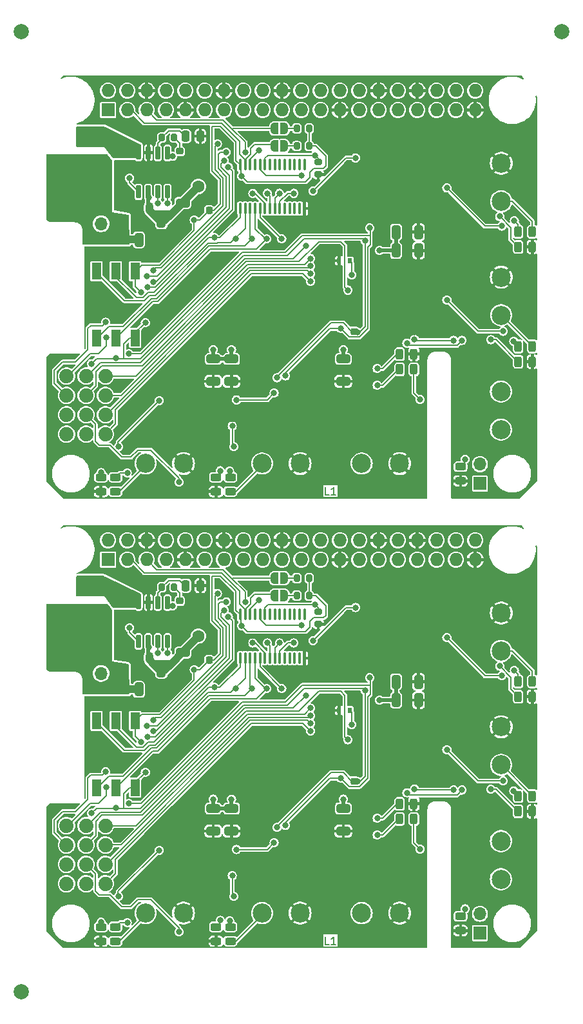
<source format=gbr>
%TF.GenerationSoftware,KiCad,Pcbnew,8.0.2+dfsg-1*%
%TF.CreationDate,2024-06-08T17:30:32+01:00*%
%TF.ProjectId,panel,70616e65-6c2e-46b6-9963-61645f706362,rev?*%
%TF.SameCoordinates,Original*%
%TF.FileFunction,Copper,L1,Top*%
%TF.FilePolarity,Positive*%
%FSLAX46Y46*%
G04 Gerber Fmt 4.6, Leading zero omitted, Abs format (unit mm)*
G04 Created by KiCad (PCBNEW 8.0.2+dfsg-1) date 2024-06-08 17:30:32*
%MOMM*%
%LPD*%
G01*
G04 APERTURE LIST*
G04 Aperture macros list*
%AMRoundRect*
0 Rectangle with rounded corners*
0 $1 Rounding radius*
0 $2 $3 $4 $5 $6 $7 $8 $9 X,Y pos of 4 corners*
0 Add a 4 corners polygon primitive as box body*
4,1,4,$2,$3,$4,$5,$6,$7,$8,$9,$2,$3,0*
0 Add four circle primitives for the rounded corners*
1,1,$1+$1,$2,$3*
1,1,$1+$1,$4,$5*
1,1,$1+$1,$6,$7*
1,1,$1+$1,$8,$9*
0 Add four rect primitives between the rounded corners*
20,1,$1+$1,$2,$3,$4,$5,0*
20,1,$1+$1,$4,$5,$6,$7,0*
20,1,$1+$1,$6,$7,$8,$9,0*
20,1,$1+$1,$8,$9,$2,$3,0*%
%AMFreePoly0*
4,1,19,0.500000,-0.750000,0.000000,-0.750000,0.000000,-0.744911,-0.071157,-0.744911,-0.207708,-0.704816,-0.327430,-0.627875,-0.420627,-0.520320,-0.479746,-0.390866,-0.500000,-0.250000,-0.500000,0.250000,-0.479746,0.390866,-0.420627,0.520320,-0.327430,0.627875,-0.207708,0.704816,-0.071157,0.744911,0.000000,0.744911,0.000000,0.750000,0.500000,0.750000,0.500000,-0.750000,0.500000,-0.750000,
$1*%
%AMFreePoly1*
4,1,19,0.000000,0.744911,0.071157,0.744911,0.207708,0.704816,0.327430,0.627875,0.420627,0.520320,0.479746,0.390866,0.500000,0.250000,0.500000,-0.250000,0.479746,-0.390866,0.420627,-0.520320,0.327430,-0.627875,0.207708,-0.704816,0.071157,-0.744911,0.000000,-0.744911,0.000000,-0.750000,-0.500000,-0.750000,-0.500000,0.750000,0.000000,0.750000,0.000000,0.744911,0.000000,0.744911,
$1*%
G04 Aperture macros list end*
%ADD10C,0.150000*%
%TA.AperFunction,NonConductor*%
%ADD11C,0.150000*%
%TD*%
%TA.AperFunction,SMDPad,CuDef*%
%ADD12RoundRect,0.250000X-0.650000X0.325000X-0.650000X-0.325000X0.650000X-0.325000X0.650000X0.325000X0*%
%TD*%
%TA.AperFunction,ComponentPad*%
%ADD13C,2.500000*%
%TD*%
%TA.AperFunction,SMDPad,CuDef*%
%ADD14C,2.000000*%
%TD*%
%TA.AperFunction,ComponentPad*%
%ADD15C,1.879600*%
%TD*%
%TA.AperFunction,SMDPad,CuDef*%
%ADD16R,3.600000X2.700000*%
%TD*%
%TA.AperFunction,SMDPad,CuDef*%
%ADD17RoundRect,0.225000X0.225000X0.250000X-0.225000X0.250000X-0.225000X-0.250000X0.225000X-0.250000X0*%
%TD*%
%TA.AperFunction,SMDPad,CuDef*%
%ADD18RoundRect,0.200000X0.275000X-0.200000X0.275000X0.200000X-0.275000X0.200000X-0.275000X-0.200000X0*%
%TD*%
%TA.AperFunction,ComponentPad*%
%ADD19R,1.700000X1.700000*%
%TD*%
%TA.AperFunction,ComponentPad*%
%ADD20O,1.700000X1.700000*%
%TD*%
%TA.AperFunction,SMDPad,CuDef*%
%ADD21RoundRect,0.100000X0.100000X-0.637500X0.100000X0.637500X-0.100000X0.637500X-0.100000X-0.637500X0*%
%TD*%
%TA.AperFunction,SMDPad,CuDef*%
%ADD22R,1.200000X2.250000*%
%TD*%
%TA.AperFunction,SMDPad,CuDef*%
%ADD23RoundRect,0.243750X0.243750X0.456250X-0.243750X0.456250X-0.243750X-0.456250X0.243750X-0.456250X0*%
%TD*%
%TA.AperFunction,SMDPad,CuDef*%
%ADD24RoundRect,0.250000X-0.325000X-0.650000X0.325000X-0.650000X0.325000X0.650000X-0.325000X0.650000X0*%
%TD*%
%TA.AperFunction,SMDPad,CuDef*%
%ADD25RoundRect,0.250000X0.650000X-0.325000X0.650000X0.325000X-0.650000X0.325000X-0.650000X-0.325000X0*%
%TD*%
%TA.AperFunction,SMDPad,CuDef*%
%ADD26RoundRect,0.200000X-0.200000X-0.275000X0.200000X-0.275000X0.200000X0.275000X-0.200000X0.275000X0*%
%TD*%
%TA.AperFunction,SMDPad,CuDef*%
%ADD27RoundRect,0.243750X0.456250X-0.243750X0.456250X0.243750X-0.456250X0.243750X-0.456250X-0.243750X0*%
%TD*%
%TA.AperFunction,SMDPad,CuDef*%
%ADD28RoundRect,0.250000X-0.250000X-0.475000X0.250000X-0.475000X0.250000X0.475000X-0.250000X0.475000X0*%
%TD*%
%TA.AperFunction,SMDPad,CuDef*%
%ADD29R,0.600000X0.700000*%
%TD*%
%TA.AperFunction,SMDPad,CuDef*%
%ADD30RoundRect,0.250000X0.325000X0.650000X-0.325000X0.650000X-0.325000X-0.650000X0.325000X-0.650000X0*%
%TD*%
%TA.AperFunction,SMDPad,CuDef*%
%ADD31RoundRect,0.225000X-0.250000X0.225000X-0.250000X-0.225000X0.250000X-0.225000X0.250000X0.225000X0*%
%TD*%
%TA.AperFunction,SMDPad,CuDef*%
%ADD32RoundRect,0.150000X0.150000X-0.737500X0.150000X0.737500X-0.150000X0.737500X-0.150000X-0.737500X0*%
%TD*%
%TA.AperFunction,ComponentPad*%
%ADD33C,0.600000*%
%TD*%
%TA.AperFunction,SMDPad,CuDef*%
%ADD34R,4.900000X2.950000*%
%TD*%
%TA.AperFunction,SMDPad,CuDef*%
%ADD35RoundRect,0.225000X0.250000X-0.225000X0.250000X0.225000X-0.250000X0.225000X-0.250000X-0.225000X0*%
%TD*%
%TA.AperFunction,SMDPad,CuDef*%
%ADD36FreePoly0,0.000000*%
%TD*%
%TA.AperFunction,SMDPad,CuDef*%
%ADD37FreePoly1,0.000000*%
%TD*%
%TA.AperFunction,ComponentPad*%
%ADD38R,1.727200X1.727200*%
%TD*%
%TA.AperFunction,ComponentPad*%
%ADD39O,1.727200X1.727200*%
%TD*%
%TA.AperFunction,ComponentPad*%
%ADD40C,1.600000*%
%TD*%
%TA.AperFunction,ViaPad*%
%ADD41C,0.800000*%
%TD*%
%TA.AperFunction,Conductor*%
%ADD42C,0.200000*%
%TD*%
%TA.AperFunction,Conductor*%
%ADD43C,1.000000*%
%TD*%
%TA.AperFunction,Conductor*%
%ADD44C,0.500000*%
%TD*%
G04 APERTURE END LIST*
D10*
D11*
X153433333Y-83254819D02*
X152957143Y-83254819D01*
X152957143Y-83254819D02*
X152957143Y-82254819D01*
X154290476Y-83254819D02*
X153719048Y-83254819D01*
X154004762Y-83254819D02*
X154004762Y-82254819D01*
X154004762Y-82254819D02*
X153909524Y-82397676D01*
X153909524Y-82397676D02*
X153814286Y-82492914D01*
X153814286Y-82492914D02*
X153719048Y-82540533D01*
D10*
D11*
X153433333Y-142254819D02*
X152957143Y-142254819D01*
X152957143Y-142254819D02*
X152957143Y-141254819D01*
X154290476Y-142254819D02*
X153719048Y-142254819D01*
X154004762Y-142254819D02*
X154004762Y-141254819D01*
X154004762Y-141254819D02*
X153909524Y-141397676D01*
X153909524Y-141397676D02*
X153814286Y-141492914D01*
X153814286Y-141492914D02*
X153719048Y-141540533D01*
D12*
%TO.P,C3,1*%
%TO.N,Board_0-VCC*%
X138200000Y-65425000D03*
%TO.P,C3,2*%
%TO.N,Board_0-GND*%
X138200000Y-68375000D03*
%TD*%
D13*
%TO.P,J8,1,Pin_1*%
%TO.N,Board_0-OUT4*%
X176050000Y-44750000D03*
%TO.P,J8,2,Pin_2*%
%TO.N,Board_0-GND*%
X176050000Y-39750000D03*
%TD*%
D14*
%TO.P,KiKit_FID_T_2,*%
%TO.N,*%
X184000000Y-22500000D03*
%TD*%
D15*
%TO.P,J1,1,Pin_1*%
%TO.N,Board_1-PI4*%
X118920000Y-126670000D03*
%TO.P,J1,2,Pin_2*%
%TO.N,Board_1-PI3*%
X118920000Y-129210000D03*
%TO.P,J1,3,Pin_3*%
%TO.N,Board_1-PI2*%
X118920000Y-131750000D03*
%TO.P,J1,4,Pin_4*%
%TO.N,Board_1-PI1*%
X118920000Y-134290000D03*
%TD*%
D12*
%TO.P,C1,1*%
%TO.N,Board_1-VCC*%
X155300000Y-124425000D03*
%TO.P,C1,2*%
%TO.N,Board_1-GND*%
X155300000Y-127375000D03*
%TD*%
D16*
%TO.P,L1,1,1*%
%TO.N,Board_0-/SW*%
X122000000Y-36250000D03*
%TO.P,L1,2,2*%
%TO.N,Board_0-+5V*%
X122000000Y-44550000D03*
%TD*%
D17*
%TO.P,C30,1*%
%TO.N,Board_0-+3V3*%
X137675000Y-45950000D03*
%TO.P,C30,2*%
%TO.N,Board_0-GND*%
X136125000Y-45950000D03*
%TD*%
D18*
%TO.P,R28,1*%
%TO.N,Board_0-GND*%
X152000000Y-41225000D03*
%TO.P,R28,2*%
%TO.N,Board_0-OE*%
X152000000Y-39575000D03*
%TD*%
D19*
%TO.P,J11,1,Pin_1*%
%TO.N,Board_0-Net-(J10-Pin_1)*%
X173250000Y-81775000D03*
D20*
%TO.P,J11,2,Pin_2*%
%TO.N,Board_0-Net-(J10-Pin_2)*%
X173250000Y-79235000D03*
%TD*%
D21*
%TO.P,U2,1,A0*%
%TO.N,Board_0-Net-(U2-A0)*%
X141750000Y-45687500D03*
%TO.P,U2,2,A1*%
%TO.N,Board_0-Net-(U2-A1)*%
X142400000Y-45687500D03*
%TO.P,U2,3,A2*%
%TO.N,Board_0-Net-(U2-A2)*%
X143050000Y-45687500D03*
%TO.P,U2,4,A3*%
%TO.N,Board_0-Net-(U2-A3)*%
X143700000Y-45687500D03*
%TO.P,U2,5,A4*%
%TO.N,Board_0-Net-(U2-A4)*%
X144350000Y-45687500D03*
%TO.P,U2,6,LED0*%
%TO.N,Board_0-Net-(U2-LED0)*%
X145000000Y-45687500D03*
%TO.P,U2,7,LED1*%
%TO.N,Board_0-Net-(U2-LED1)*%
X145650000Y-45687500D03*
%TO.P,U2,8,LED2*%
%TO.N,Board_0-Net-(U2-LED2)*%
X146300000Y-45687500D03*
%TO.P,U2,9,LED3*%
%TO.N,Board_0-Net-(U2-LED3)*%
X146950000Y-45687500D03*
%TO.P,U2,10,LED4*%
%TO.N,Board_0-unconnected-(U2-LED4-Pad10)*%
X147600000Y-45687500D03*
%TO.P,U2,11,LED5*%
%TO.N,Board_0-unconnected-(U2-LED5-Pad11)*%
X148250000Y-45687500D03*
%TO.P,U2,12,LED6*%
%TO.N,Board_0-unconnected-(U2-LED6-Pad12)*%
X148900000Y-45687500D03*
%TO.P,U2,13,LED7*%
%TO.N,Board_0-unconnected-(U2-LED7-Pad13)*%
X149550000Y-45687500D03*
%TO.P,U2,14,VSS*%
%TO.N,Board_0-GND*%
X150200000Y-45687500D03*
%TO.P,U2,15,LED8*%
%TO.N,Board_0-unconnected-(U2-LED8-Pad15)*%
X150200000Y-39962500D03*
%TO.P,U2,16,LED9*%
%TO.N,Board_0-unconnected-(U2-LED9-Pad16)*%
X149550000Y-39962500D03*
%TO.P,U2,17,LED10*%
%TO.N,Board_0-unconnected-(U2-LED10-Pad17)*%
X148900000Y-39962500D03*
%TO.P,U2,18,LED11*%
%TO.N,Board_0-unconnected-(U2-LED11-Pad18)*%
X148250000Y-39962500D03*
%TO.P,U2,19,LED12*%
%TO.N,Board_0-unconnected-(U2-LED12-Pad19)*%
X147600000Y-39962500D03*
%TO.P,U2,20,LED13*%
%TO.N,Board_0-unconnected-(U2-LED13-Pad20)*%
X146950000Y-39962500D03*
%TO.P,U2,21,LED14*%
%TO.N,Board_0-unconnected-(U2-LED14-Pad21)*%
X146300000Y-39962500D03*
%TO.P,U2,22,LED15*%
%TO.N,Board_0-unconnected-(U2-LED15-Pad22)*%
X145650000Y-39962500D03*
%TO.P,U2,23,~{OE}*%
%TO.N,Board_0-OE*%
X145000000Y-39962500D03*
%TO.P,U2,24,A5*%
%TO.N,Board_0-Net-(U2-A5)*%
X144350000Y-39962500D03*
%TO.P,U2,25,EXTCLK*%
%TO.N,Board_0-unconnected-(U2-EXTCLK-Pad25)*%
X143700000Y-39962500D03*
%TO.P,U2,26,SCL*%
%TO.N,Board_0-I2C_SCL*%
X143050000Y-39962500D03*
%TO.P,U2,27,SDA*%
%TO.N,Board_0-I2C_SDA*%
X142400000Y-39962500D03*
%TO.P,U2,28,VDD*%
%TO.N,Board_0-+3V3*%
X141750000Y-39962500D03*
%TD*%
D22*
%TO.P,SW1,1,1*%
%TO.N,Board_1-Net-(U2-A0)*%
X125400000Y-112925000D03*
%TO.P,SW1,2,2*%
%TO.N,Board_1-Net-(U2-A1)*%
X122860000Y-112925000D03*
%TO.P,SW1,4,4*%
%TO.N,Board_1-Net-(U2-A2)*%
X122860000Y-121675000D03*
%TO.P,SW1,8,8*%
%TO.N,Board_1-Net-(U2-A3)*%
X125400000Y-121675000D03*
%TO.P,SW1,C,C*%
%TO.N,Board_1-+3V3*%
X127940000Y-112925000D03*
X127940000Y-121675000D03*
%TD*%
D14*
%TO.P,KiKit_FID_T_1,*%
%TO.N,*%
X113000000Y-22500000D03*
%TD*%
D23*
%TO.P,D20,1,K*%
%TO.N,Board_1-OUT4*%
X180137500Y-107750000D03*
%TO.P,D20,2,A*%
%TO.N,Board_1-Net-(D20-A)*%
X178262500Y-107750000D03*
%TD*%
D24*
%TO.P,C16,1*%
%TO.N,Board_0-VCC*%
X162225000Y-51200000D03*
%TO.P,C16,2*%
%TO.N,Board_0-GND*%
X165175000Y-51200000D03*
%TD*%
D25*
%TO.P,C5,1*%
%TO.N,Board_0-VCC*%
X134200000Y-44975000D03*
%TO.P,C5,2*%
%TO.N,Board_0-GND*%
X134200000Y-42025000D03*
%TD*%
D23*
%TO.P,D5,1,K*%
%TO.N,Board_1-OUT3*%
X180137500Y-122800000D03*
%TO.P,D5,2,A*%
%TO.N,Board_1-Net-(D5-A)*%
X178262500Y-122800000D03*
%TD*%
D19*
%TO.P,J11,1,Pin_1*%
%TO.N,Board_1-Net-(J10-Pin_1)*%
X173250000Y-140775000D03*
D20*
%TO.P,J11,2,Pin_2*%
%TO.N,Board_1-Net-(J10-Pin_2)*%
X173250000Y-138235000D03*
%TD*%
D13*
%TO.P,J5,1,Pin_1*%
%TO.N,Board_1-OUT2*%
X144625000Y-138150000D03*
%TO.P,J5,2,Pin_2*%
%TO.N,Board_1-GND*%
X149625000Y-138150000D03*
%TD*%
D26*
%TO.P,R39,1*%
%TO.N,Board_1-Net-(JP7-B)*%
X149175000Y-96500000D03*
%TO.P,R39,2*%
%TO.N,Board_1-+3V3*%
X150825000Y-96500000D03*
%TD*%
D27*
%TO.P,D29,1,K*%
%TO.N,Board_1-GND*%
X123450000Y-141837500D03*
%TO.P,D29,2,A*%
%TO.N,Board_1-Net-(D29-A)*%
X123450000Y-139962500D03*
%TD*%
D28*
%TO.P,C22,1*%
%TO.N,Board_0-/COMP*%
X134600000Y-36200000D03*
%TO.P,C22,2*%
%TO.N,Board_0-GND*%
X136500000Y-36200000D03*
%TD*%
D27*
%TO.P,D4,1,K*%
%TO.N,Board_0-OUT1*%
X125350000Y-82837500D03*
%TO.P,D4,2,A*%
%TO.N,Board_0-Net-(D4-A)*%
X125350000Y-80962500D03*
%TD*%
D29*
%TO.P,D43,1,K*%
%TO.N,Board_1-Net-(D13-A)*%
X156150000Y-111550000D03*
%TO.P,D43,2,A*%
%TO.N,Board_1-GND*%
X154750000Y-111550000D03*
%TD*%
D26*
%TO.P,R44,1*%
%TO.N,Board_0-/COMP*%
X131425000Y-36400000D03*
%TO.P,R44,2*%
%TO.N,Board_0-Net-(C23-Pad1)*%
X133075000Y-36400000D03*
%TD*%
D30*
%TO.P,C18,1*%
%TO.N,Board_1-VCC*%
X131375000Y-106300000D03*
%TO.P,C18,2*%
%TO.N,Board_1-GND*%
X128425000Y-106300000D03*
%TD*%
D24*
%TO.P,C14,1*%
%TO.N,Board_1-+5V*%
X128425000Y-108800000D03*
%TO.P,C14,2*%
%TO.N,Board_1-GND*%
X131375000Y-108800000D03*
%TD*%
D23*
%TO.P,D1,1,K*%
%TO.N,Board_0-Net-(D1-K)*%
X164572500Y-66800000D03*
%TO.P,D1,2,A*%
%TO.N,Board_0-Net-(D1-A)*%
X162697500Y-66800000D03*
%TD*%
%TO.P,D1,1,K*%
%TO.N,Board_1-Net-(D1-K)*%
X164572500Y-125800000D03*
%TO.P,D1,2,A*%
%TO.N,Board_1-Net-(D1-A)*%
X162697500Y-125800000D03*
%TD*%
%TO.P,D37,1,K*%
%TO.N,Board_0-GND*%
X180137500Y-50750000D03*
%TO.P,D37,2,A*%
%TO.N,Board_0-Net-(D37-A)*%
X178262500Y-50750000D03*
%TD*%
D27*
%TO.P,D4,1,K*%
%TO.N,Board_1-OUT1*%
X125350000Y-141837500D03*
%TO.P,D4,2,A*%
%TO.N,Board_1-Net-(D4-A)*%
X125350000Y-139962500D03*
%TD*%
D23*
%TO.P,D20,1,K*%
%TO.N,Board_0-OUT4*%
X180137500Y-48750000D03*
%TO.P,D20,2,A*%
%TO.N,Board_0-Net-(D20-A)*%
X178262500Y-48750000D03*
%TD*%
D26*
%TO.P,R44,1*%
%TO.N,Board_1-/COMP*%
X131425000Y-95400000D03*
%TO.P,R44,2*%
%TO.N,Board_1-Net-(C23-Pad1)*%
X133075000Y-95400000D03*
%TD*%
D23*
%TO.P,D30,1,K*%
%TO.N,Board_0-GND*%
X180137500Y-65800000D03*
%TO.P,D30,2,A*%
%TO.N,Board_0-Net-(D30-A)*%
X178262500Y-65800000D03*
%TD*%
D30*
%TO.P,C18,1*%
%TO.N,Board_0-VCC*%
X131375000Y-47300000D03*
%TO.P,C18,2*%
%TO.N,Board_0-GND*%
X128425000Y-47300000D03*
%TD*%
D13*
%TO.P,J5,1,Pin_1*%
%TO.N,Board_0-OUT2*%
X144625000Y-79150000D03*
%TO.P,J5,2,Pin_2*%
%TO.N,Board_0-GND*%
X149625000Y-79150000D03*
%TD*%
D12*
%TO.P,C3,1*%
%TO.N,Board_1-VCC*%
X138200000Y-124425000D03*
%TO.P,C3,2*%
%TO.N,Board_1-GND*%
X138200000Y-127375000D03*
%TD*%
D19*
%TO.P,J9,1,Pin_1*%
%TO.N,Board_0-+5V*%
X126000000Y-47700000D03*
D20*
%TO.P,J9,2,Pin_2*%
%TO.N,Board_0-/PI_5V0_P*%
X123460000Y-47700000D03*
%TD*%
D23*
%TO.P,D5,1,K*%
%TO.N,Board_0-OUT3*%
X180137500Y-63800000D03*
%TO.P,D5,2,A*%
%TO.N,Board_0-Net-(D5-A)*%
X178262500Y-63800000D03*
%TD*%
D27*
%TO.P,D29,1,K*%
%TO.N,Board_0-GND*%
X123450000Y-82837500D03*
%TO.P,D29,2,A*%
%TO.N,Board_0-Net-(D29-A)*%
X123450000Y-80962500D03*
%TD*%
%TO.P,D41,1,K*%
%TO.N,Board_0-GND*%
X170700000Y-81437500D03*
%TO.P,D41,2,A*%
%TO.N,Board_0-Net-(D41-A)*%
X170700000Y-79562500D03*
%TD*%
D14*
%TO.P,KiKit_FID_T_3,*%
%TO.N,*%
X113000000Y-148500046D03*
%TD*%
D31*
%TO.P,C23,1*%
%TO.N,Board_1-Net-(C23-Pad1)*%
X133800000Y-97175000D03*
%TO.P,C23,2*%
%TO.N,Board_1-GND*%
X133800000Y-98725000D03*
%TD*%
D32*
%TO.P,U1,1,BOOT*%
%TO.N,Board_0-/BOOT*%
X128395000Y-43512500D03*
%TO.P,U1,2,VIN*%
%TO.N,Board_0-VCC*%
X129665000Y-43512500D03*
%TO.P,U1,3,EN*%
%TO.N,Board_0-/EN*%
X130935000Y-43512500D03*
%TO.P,U1,4,SS*%
%TO.N,Board_0-/SS*%
X132205000Y-43512500D03*
%TO.P,U1,5,VSENSE*%
%TO.N,Board_0-/VSENSE*%
X132205000Y-38387500D03*
%TO.P,U1,6,COMP*%
%TO.N,Board_0-/COMP*%
X130935000Y-38387500D03*
%TO.P,U1,7,GND*%
%TO.N,Board_0-GND*%
X129665000Y-38387500D03*
%TO.P,U1,8,SW*%
%TO.N,Board_0-/SW*%
X128395000Y-38387500D03*
D33*
%TO.P,U1,9,GND*%
%TO.N,Board_0-GND*%
X129000000Y-41600000D03*
X130300000Y-41600000D03*
X131600000Y-41600000D03*
D34*
X130300000Y-40950000D03*
D33*
X130300000Y-40300000D03*
X131600000Y-40300000D03*
%TD*%
D19*
%TO.P,J9,1,Pin_1*%
%TO.N,Board_1-+5V*%
X126000000Y-106700000D03*
D20*
%TO.P,J9,2,Pin_2*%
%TO.N,Board_1-/PI_5V0_P*%
X123460000Y-106700000D03*
%TD*%
D21*
%TO.P,U2,1,A0*%
%TO.N,Board_1-Net-(U2-A0)*%
X141750000Y-104687500D03*
%TO.P,U2,2,A1*%
%TO.N,Board_1-Net-(U2-A1)*%
X142400000Y-104687500D03*
%TO.P,U2,3,A2*%
%TO.N,Board_1-Net-(U2-A2)*%
X143050000Y-104687500D03*
%TO.P,U2,4,A3*%
%TO.N,Board_1-Net-(U2-A3)*%
X143700000Y-104687500D03*
%TO.P,U2,5,A4*%
%TO.N,Board_1-Net-(U2-A4)*%
X144350000Y-104687500D03*
%TO.P,U2,6,LED0*%
%TO.N,Board_1-Net-(U2-LED0)*%
X145000000Y-104687500D03*
%TO.P,U2,7,LED1*%
%TO.N,Board_1-Net-(U2-LED1)*%
X145650000Y-104687500D03*
%TO.P,U2,8,LED2*%
%TO.N,Board_1-Net-(U2-LED2)*%
X146300000Y-104687500D03*
%TO.P,U2,9,LED3*%
%TO.N,Board_1-Net-(U2-LED3)*%
X146950000Y-104687500D03*
%TO.P,U2,10,LED4*%
%TO.N,Board_1-unconnected-(U2-LED4-Pad10)*%
X147600000Y-104687500D03*
%TO.P,U2,11,LED5*%
%TO.N,Board_1-unconnected-(U2-LED5-Pad11)*%
X148250000Y-104687500D03*
%TO.P,U2,12,LED6*%
%TO.N,Board_1-unconnected-(U2-LED6-Pad12)*%
X148900000Y-104687500D03*
%TO.P,U2,13,LED7*%
%TO.N,Board_1-unconnected-(U2-LED7-Pad13)*%
X149550000Y-104687500D03*
%TO.P,U2,14,VSS*%
%TO.N,Board_1-GND*%
X150200000Y-104687500D03*
%TO.P,U2,15,LED8*%
%TO.N,Board_1-unconnected-(U2-LED8-Pad15)*%
X150200000Y-98962500D03*
%TO.P,U2,16,LED9*%
%TO.N,Board_1-unconnected-(U2-LED9-Pad16)*%
X149550000Y-98962500D03*
%TO.P,U2,17,LED10*%
%TO.N,Board_1-unconnected-(U2-LED10-Pad17)*%
X148900000Y-98962500D03*
%TO.P,U2,18,LED11*%
%TO.N,Board_1-unconnected-(U2-LED11-Pad18)*%
X148250000Y-98962500D03*
%TO.P,U2,19,LED12*%
%TO.N,Board_1-unconnected-(U2-LED12-Pad19)*%
X147600000Y-98962500D03*
%TO.P,U2,20,LED13*%
%TO.N,Board_1-unconnected-(U2-LED13-Pad20)*%
X146950000Y-98962500D03*
%TO.P,U2,21,LED14*%
%TO.N,Board_1-unconnected-(U2-LED14-Pad21)*%
X146300000Y-98962500D03*
%TO.P,U2,22,LED15*%
%TO.N,Board_1-unconnected-(U2-LED15-Pad22)*%
X145650000Y-98962500D03*
%TO.P,U2,23,~{OE}*%
%TO.N,Board_1-OE*%
X145000000Y-98962500D03*
%TO.P,U2,24,A5*%
%TO.N,Board_1-Net-(U2-A5)*%
X144350000Y-98962500D03*
%TO.P,U2,25,EXTCLK*%
%TO.N,Board_1-unconnected-(U2-EXTCLK-Pad25)*%
X143700000Y-98962500D03*
%TO.P,U2,26,SCL*%
%TO.N,Board_1-I2C_SCL*%
X143050000Y-98962500D03*
%TO.P,U2,27,SDA*%
%TO.N,Board_1-I2C_SDA*%
X142400000Y-98962500D03*
%TO.P,U2,28,VDD*%
%TO.N,Board_1-+3V3*%
X141750000Y-98962500D03*
%TD*%
D35*
%TO.P,C27,1*%
%TO.N,Board_0-+3V3*%
X156700000Y-61825000D03*
%TO.P,C27,2*%
%TO.N,Board_0-GND*%
X156700000Y-60275000D03*
%TD*%
D28*
%TO.P,C22,1*%
%TO.N,Board_1-/COMP*%
X134600000Y-95200000D03*
%TO.P,C22,2*%
%TO.N,Board_1-GND*%
X136500000Y-95200000D03*
%TD*%
D36*
%TO.P,JP8,1,A*%
%TO.N,Board_1-I2C_SCL*%
X146250000Y-94200000D03*
D37*
%TO.P,JP8,2,B*%
%TO.N,Board_1-Net-(JP8-B)*%
X147550000Y-94200000D03*
%TD*%
D35*
%TO.P,C27,1*%
%TO.N,Board_1-+3V3*%
X156700000Y-120825000D03*
%TO.P,C27,2*%
%TO.N,Board_1-GND*%
X156700000Y-119275000D03*
%TD*%
D13*
%TO.P,J3,1,Pin_1*%
%TO.N,Board_0-VIN*%
X157700000Y-79150000D03*
%TO.P,J3,2,Pin_2*%
%TO.N,Board_0-GND*%
X162700000Y-79150000D03*
%TD*%
D25*
%TO.P,C5,1*%
%TO.N,Board_1-VCC*%
X134200000Y-103975000D03*
%TO.P,C5,2*%
%TO.N,Board_1-GND*%
X134200000Y-101025000D03*
%TD*%
D29*
%TO.P,D43,1,K*%
%TO.N,Board_0-Net-(D13-A)*%
X156150000Y-52550000D03*
%TO.P,D43,2,A*%
%TO.N,Board_0-GND*%
X154750000Y-52550000D03*
%TD*%
D27*
%TO.P,D19,1,K*%
%TO.N,Board_1-OUT2*%
X140450000Y-141837500D03*
%TO.P,D19,2,A*%
%TO.N,Board_1-Net-(D19-A)*%
X140450000Y-139962500D03*
%TD*%
D22*
%TO.P,SW1,1,1*%
%TO.N,Board_0-Net-(U2-A0)*%
X125400000Y-53925000D03*
%TO.P,SW1,2,2*%
%TO.N,Board_0-Net-(U2-A1)*%
X122860000Y-53925000D03*
%TO.P,SW1,4,4*%
%TO.N,Board_0-Net-(U2-A2)*%
X122860000Y-62675000D03*
%TO.P,SW1,8,8*%
%TO.N,Board_0-Net-(U2-A3)*%
X125400000Y-62675000D03*
%TO.P,SW1,C,C*%
%TO.N,Board_0-+3V3*%
X127940000Y-53925000D03*
X127940000Y-62675000D03*
%TD*%
D12*
%TO.P,C11,1*%
%TO.N,Board_1-VCC*%
X140600000Y-124425000D03*
%TO.P,C11,2*%
%TO.N,Board_1-GND*%
X140600000Y-127375000D03*
%TD*%
D17*
%TO.P,C30,1*%
%TO.N,Board_1-+3V3*%
X137675000Y-104950000D03*
%TO.P,C30,2*%
%TO.N,Board_1-GND*%
X136125000Y-104950000D03*
%TD*%
D36*
%TO.P,JP8,1,A*%
%TO.N,Board_0-I2C_SCL*%
X146250000Y-35200000D03*
D37*
%TO.P,JP8,2,B*%
%TO.N,Board_0-Net-(JP8-B)*%
X147550000Y-35200000D03*
%TD*%
D24*
%TO.P,C16,1*%
%TO.N,Board_1-VCC*%
X162225000Y-110200000D03*
%TO.P,C16,2*%
%TO.N,Board_1-GND*%
X165175000Y-110200000D03*
%TD*%
D13*
%TO.P,J10,1,Pin_1*%
%TO.N,Board_0-Net-(J10-Pin_1)*%
X176012500Y-74700000D03*
%TO.P,J10,2,Pin_2*%
%TO.N,Board_0-Net-(J10-Pin_2)*%
X176012500Y-69700000D03*
%TD*%
D26*
%TO.P,R40,1*%
%TO.N,Board_0-Net-(JP8-B)*%
X149175000Y-35200000D03*
%TO.P,R40,2*%
%TO.N,Board_0-+3V3*%
X150825000Y-35200000D03*
%TD*%
D24*
%TO.P,C14,1*%
%TO.N,Board_0-+5V*%
X128425000Y-49800000D03*
%TO.P,C14,2*%
%TO.N,Board_0-GND*%
X131375000Y-49800000D03*
%TD*%
D17*
%TO.P,C6,1*%
%TO.N,Board_1-VCC*%
X129775000Y-104400000D03*
%TO.P,C6,2*%
%TO.N,Board_1-GND*%
X128225000Y-104400000D03*
%TD*%
D27*
%TO.P,D31,1,K*%
%TO.N,Board_0-GND*%
X138550000Y-82837500D03*
%TO.P,D31,2,A*%
%TO.N,Board_0-Net-(D31-A)*%
X138550000Y-80962500D03*
%TD*%
D38*
%TO.P,J2,1,3.3V*%
%TO.N,Board_0-unconnected-(J2-3.3V-Pad1)*%
X124370000Y-32770000D03*
D39*
%TO.P,J2,2,5V*%
%TO.N,Board_0-PI_5V0*%
X124370000Y-30230000D03*
%TO.P,J2,3,SDA*%
%TO.N,Board_0-I2C_SDA*%
X126910000Y-32770000D03*
%TO.P,J2,4,5V*%
%TO.N,Board_0-PI_5V0*%
X126910000Y-30230000D03*
%TO.P,J2,5,SCL*%
%TO.N,Board_0-I2C_SCL*%
X129450000Y-32770000D03*
%TO.P,J2,6,GND*%
%TO.N,Board_0-GND*%
X129450000Y-30230000D03*
%TO.P,J2,7,GP4*%
%TO.N,Board_0-unconnected-(J2-GP4-Pad7)*%
X131990000Y-32770000D03*
%TO.P,J2,8,TXO*%
%TO.N,Board_0-unconnected-(J2-TXO-Pad8)*%
X131990000Y-30230000D03*
%TO.P,J2,9,GND*%
%TO.N,Board_0-GND*%
X134530000Y-32770000D03*
%TO.P,J2,10,RXI*%
%TO.N,Board_0-unconnected-(J2-RXI-Pad10)*%
X134530000Y-30230000D03*
%TO.P,J2,11,GP17*%
%TO.N,Board_0-unconnected-(J2-GP17-Pad11)*%
X137070000Y-32770000D03*
%TO.P,J2,12,GP18#*%
%TO.N,Board_0-unconnected-(J2-GP18#-Pad12)*%
X137070000Y-30230000D03*
%TO.P,J2,13,GP27*%
%TO.N,Board_0-Net-(J2-GP27)*%
X139610000Y-32770000D03*
%TO.P,J2,14,GND*%
%TO.N,Board_0-GND*%
X139610000Y-30230000D03*
%TO.P,J2,15,GP22*%
%TO.N,Board_0-Net-(J2-GP22)*%
X142150000Y-32770000D03*
%TO.P,J2,16,GP23*%
%TO.N,Board_0-Net-(J2-GP23)*%
X142150000Y-30230000D03*
%TO.P,J2,17,3.3V*%
%TO.N,Board_0-unconnected-(J2-3.3V-Pad17)*%
X144690000Y-32770000D03*
%TO.P,J2,18,GP24*%
%TO.N,Board_0-Net-(J2-GP24)*%
X144690000Y-30230000D03*
%TO.P,J2,19,MOSI*%
%TO.N,Board_0-unconnected-(J2-MOSI-Pad19)*%
X147230000Y-32770000D03*
%TO.P,J2,20,GND*%
%TO.N,Board_0-GND*%
X147230000Y-30230000D03*
%TO.P,J2,21,MISO*%
%TO.N,Board_0-unconnected-(J2-MISO-Pad21)*%
X149770000Y-32770000D03*
%TO.P,J2,22,GP25*%
%TO.N,Board_0-OE*%
X149770000Y-30230000D03*
%TO.P,J2,23,SCLK*%
%TO.N,Board_0-unconnected-(J2-SCLK-Pad23)*%
X152310000Y-32770000D03*
%TO.P,J2,24,CE0*%
%TO.N,Board_0-unconnected-(J2-CE0-Pad24)*%
X152310000Y-30230000D03*
%TO.P,J2,25,GND*%
%TO.N,Board_0-GND*%
X154850000Y-32770000D03*
%TO.P,J2,26,CE1*%
%TO.N,Board_0-unconnected-(J2-CE1-Pad26)*%
X154850000Y-30230000D03*
%TO.P,J2,27,ID_SD*%
%TO.N,Board_0-unconnected-(J2-ID_SD-Pad27)*%
X157390000Y-32770000D03*
%TO.P,J2,28,ID_SC*%
%TO.N,Board_0-unconnected-(J2-ID_SC-Pad28)*%
X157390000Y-30230000D03*
%TO.P,J2,29,GP5*%
%TO.N,Board_0-unconnected-(J2-GP5-Pad29)*%
X159930000Y-32770000D03*
%TO.P,J2,30,GND*%
%TO.N,Board_0-GND*%
X159930000Y-30230000D03*
%TO.P,J2,31,GP6*%
%TO.N,Board_0-unconnected-(J2-GP6-Pad31)*%
X162470000Y-32770000D03*
%TO.P,J2,32,GP12*%
%TO.N,Board_0-unconnected-(J2-GP12-Pad32)*%
X162470000Y-30230000D03*
%TO.P,J2,33,GP13*%
%TO.N,Board_0-unconnected-(J2-GP13-Pad33)*%
X165010000Y-32770000D03*
%TO.P,J2,34,GND*%
%TO.N,Board_0-GND*%
X165010000Y-30230000D03*
%TO.P,J2,35,GP19*%
%TO.N,Board_0-unconnected-(J2-GP19-Pad35)*%
X167550000Y-32770000D03*
%TO.P,J2,36,GP16*%
%TO.N,Board_0-unconnected-(J2-GP16-Pad36)*%
X167550000Y-30230000D03*
%TO.P,J2,37,GP26*%
%TO.N,Board_0-unconnected-(J2-GP26-Pad37)*%
X170090000Y-32770000D03*
%TO.P,J2,38,GP20*%
%TO.N,Board_0-unconnected-(J2-GP20-Pad38)*%
X170090000Y-30230000D03*
%TO.P,J2,39,GND*%
%TO.N,Board_0-GND*%
X172630000Y-32770000D03*
%TO.P,J2,40,GP21*%
%TO.N,Board_0-unconnected-(J2-GP21-Pad40)*%
X172630000Y-30230000D03*
%TD*%
D23*
%TO.P,D37,1,K*%
%TO.N,Board_1-GND*%
X180137500Y-109750000D03*
%TO.P,D37,2,A*%
%TO.N,Board_1-Net-(D37-A)*%
X178262500Y-109750000D03*
%TD*%
D13*
%TO.P,J4,1,Pin_1*%
%TO.N,Board_1-OUT1*%
X129300000Y-138150000D03*
%TO.P,J4,2,Pin_2*%
%TO.N,Board_1-GND*%
X134300000Y-138150000D03*
%TD*%
D27*
%TO.P,D31,1,K*%
%TO.N,Board_1-GND*%
X138550000Y-141837500D03*
%TO.P,D31,2,A*%
%TO.N,Board_1-Net-(D31-A)*%
X138550000Y-139962500D03*
%TD*%
D32*
%TO.P,U1,1,BOOT*%
%TO.N,Board_1-/BOOT*%
X128395000Y-102512500D03*
%TO.P,U1,2,VIN*%
%TO.N,Board_1-VCC*%
X129665000Y-102512500D03*
%TO.P,U1,3,EN*%
%TO.N,Board_1-/EN*%
X130935000Y-102512500D03*
%TO.P,U1,4,SS*%
%TO.N,Board_1-/SS*%
X132205000Y-102512500D03*
%TO.P,U1,5,VSENSE*%
%TO.N,Board_1-/VSENSE*%
X132205000Y-97387500D03*
%TO.P,U1,6,COMP*%
%TO.N,Board_1-/COMP*%
X130935000Y-97387500D03*
%TO.P,U1,7,GND*%
%TO.N,Board_1-GND*%
X129665000Y-97387500D03*
%TO.P,U1,8,SW*%
%TO.N,Board_1-/SW*%
X128395000Y-97387500D03*
D33*
%TO.P,U1,9,GND*%
%TO.N,Board_1-GND*%
X129000000Y-100600000D03*
X130300000Y-100600000D03*
X131600000Y-100600000D03*
D34*
X130300000Y-99950000D03*
D33*
X130300000Y-99300000D03*
X131600000Y-99300000D03*
%TD*%
D16*
%TO.P,L1,1,1*%
%TO.N,Board_1-/SW*%
X122000000Y-95250000D03*
%TO.P,L1,2,2*%
%TO.N,Board_1-+5V*%
X122000000Y-103550000D03*
%TD*%
D17*
%TO.P,C6,1*%
%TO.N,Board_0-VCC*%
X129775000Y-45400000D03*
%TO.P,C6,2*%
%TO.N,Board_0-GND*%
X128225000Y-45400000D03*
%TD*%
D31*
%TO.P,C23,1*%
%TO.N,Board_0-Net-(C23-Pad1)*%
X133800000Y-38175000D03*
%TO.P,C23,2*%
%TO.N,Board_0-GND*%
X133800000Y-39725000D03*
%TD*%
D18*
%TO.P,R28,1*%
%TO.N,Board_1-GND*%
X152000000Y-100225000D03*
%TO.P,R28,2*%
%TO.N,Board_1-OE*%
X152000000Y-98575000D03*
%TD*%
D27*
%TO.P,D19,1,K*%
%TO.N,Board_0-OUT2*%
X140450000Y-82837500D03*
%TO.P,D19,2,A*%
%TO.N,Board_0-Net-(D19-A)*%
X140450000Y-80962500D03*
%TD*%
D26*
%TO.P,R40,1*%
%TO.N,Board_1-Net-(JP8-B)*%
X149175000Y-94200000D03*
%TO.P,R40,2*%
%TO.N,Board_1-+3V3*%
X150825000Y-94200000D03*
%TD*%
D13*
%TO.P,J4,1,Pin_1*%
%TO.N,Board_0-OUT1*%
X129300000Y-79150000D03*
%TO.P,J4,2,Pin_2*%
%TO.N,Board_0-GND*%
X134300000Y-79150000D03*
%TD*%
D12*
%TO.P,C1,1*%
%TO.N,Board_0-VCC*%
X155300000Y-65425000D03*
%TO.P,C1,2*%
%TO.N,Board_0-GND*%
X155300000Y-68375000D03*
%TD*%
D13*
%TO.P,J7,1,Pin_1*%
%TO.N,Board_0-OUT3*%
X176050000Y-59700000D03*
%TO.P,J7,2,Pin_2*%
%TO.N,Board_0-GND*%
X176050000Y-54700000D03*
%TD*%
D23*
%TO.P,D30,1,K*%
%TO.N,Board_1-GND*%
X180137500Y-124800000D03*
%TO.P,D30,2,A*%
%TO.N,Board_1-Net-(D30-A)*%
X178262500Y-124800000D03*
%TD*%
D26*
%TO.P,R39,1*%
%TO.N,Board_0-Net-(JP7-B)*%
X149175000Y-37500000D03*
%TO.P,R39,2*%
%TO.N,Board_0-+3V3*%
X150825000Y-37500000D03*
%TD*%
D15*
%TO.P,J1,1,Pin_1*%
%TO.N,Board_0-PI4*%
X118920000Y-67670000D03*
%TO.P,J1,2,Pin_2*%
%TO.N,Board_0-PI3*%
X118920000Y-70210000D03*
%TO.P,J1,3,Pin_3*%
%TO.N,Board_0-PI2*%
X118920000Y-72750000D03*
%TO.P,J1,4,Pin_4*%
%TO.N,Board_0-PI1*%
X118920000Y-75290000D03*
%TD*%
D13*
%TO.P,J8,1,Pin_1*%
%TO.N,Board_1-OUT4*%
X176050000Y-103750000D03*
%TO.P,J8,2,Pin_2*%
%TO.N,Board_1-GND*%
X176050000Y-98750000D03*
%TD*%
D15*
%TO.P,J6,1,Pin_1*%
%TO.N,Board_1-INPUT1*%
X124020000Y-134290000D03*
%TO.P,J6,2,Pin_2*%
%TO.N,Board_1-MOSFET1*%
X121480000Y-134290000D03*
%TO.P,J6,3,Pin_3*%
%TO.N,Board_1-INPUT2*%
X124020000Y-131750000D03*
%TO.P,J6,4,Pin_4*%
%TO.N,Board_1-MOSFET2*%
X121480000Y-131750000D03*
%TO.P,J6,5,Pin_5*%
%TO.N,Board_1-INPUT3*%
X124020000Y-129210000D03*
%TO.P,J6,6,Pin_6*%
%TO.N,Board_1-MOSFET3*%
X121480000Y-129210000D03*
%TO.P,J6,7,Pin_7*%
%TO.N,Board_1-INPUT4*%
X124020000Y-126670000D03*
%TO.P,J6,8,Pin_8*%
%TO.N,Board_1-MOSFET4*%
X121480000Y-126670000D03*
%TD*%
%TO.P,J6,1,Pin_1*%
%TO.N,Board_0-INPUT1*%
X124020000Y-75290000D03*
%TO.P,J6,2,Pin_2*%
%TO.N,Board_0-MOSFET1*%
X121480000Y-75290000D03*
%TO.P,J6,3,Pin_3*%
%TO.N,Board_0-INPUT2*%
X124020000Y-72750000D03*
%TO.P,J6,4,Pin_4*%
%TO.N,Board_0-MOSFET2*%
X121480000Y-72750000D03*
%TO.P,J6,5,Pin_5*%
%TO.N,Board_0-INPUT3*%
X124020000Y-70210000D03*
%TO.P,J6,6,Pin_6*%
%TO.N,Board_0-MOSFET3*%
X121480000Y-70210000D03*
%TO.P,J6,7,Pin_7*%
%TO.N,Board_0-INPUT4*%
X124020000Y-67670000D03*
%TO.P,J6,8,Pin_8*%
%TO.N,Board_0-MOSFET4*%
X121480000Y-67670000D03*
%TD*%
D24*
%TO.P,C15,1*%
%TO.N,Board_1-VCC*%
X162225000Y-107800000D03*
%TO.P,C15,2*%
%TO.N,Board_1-GND*%
X165175000Y-107800000D03*
%TD*%
D38*
%TO.P,J2,1,3.3V*%
%TO.N,Board_1-unconnected-(J2-3.3V-Pad1)*%
X124370000Y-91770000D03*
D39*
%TO.P,J2,2,5V*%
%TO.N,Board_1-PI_5V0*%
X124370000Y-89230000D03*
%TO.P,J2,3,SDA*%
%TO.N,Board_1-I2C_SDA*%
X126910000Y-91770000D03*
%TO.P,J2,4,5V*%
%TO.N,Board_1-PI_5V0*%
X126910000Y-89230000D03*
%TO.P,J2,5,SCL*%
%TO.N,Board_1-I2C_SCL*%
X129450000Y-91770000D03*
%TO.P,J2,6,GND*%
%TO.N,Board_1-GND*%
X129450000Y-89230000D03*
%TO.P,J2,7,GP4*%
%TO.N,Board_1-unconnected-(J2-GP4-Pad7)*%
X131990000Y-91770000D03*
%TO.P,J2,8,TXO*%
%TO.N,Board_1-unconnected-(J2-TXO-Pad8)*%
X131990000Y-89230000D03*
%TO.P,J2,9,GND*%
%TO.N,Board_1-GND*%
X134530000Y-91770000D03*
%TO.P,J2,10,RXI*%
%TO.N,Board_1-unconnected-(J2-RXI-Pad10)*%
X134530000Y-89230000D03*
%TO.P,J2,11,GP17*%
%TO.N,Board_1-unconnected-(J2-GP17-Pad11)*%
X137070000Y-91770000D03*
%TO.P,J2,12,GP18#*%
%TO.N,Board_1-unconnected-(J2-GP18#-Pad12)*%
X137070000Y-89230000D03*
%TO.P,J2,13,GP27*%
%TO.N,Board_1-Net-(J2-GP27)*%
X139610000Y-91770000D03*
%TO.P,J2,14,GND*%
%TO.N,Board_1-GND*%
X139610000Y-89230000D03*
%TO.P,J2,15,GP22*%
%TO.N,Board_1-Net-(J2-GP22)*%
X142150000Y-91770000D03*
%TO.P,J2,16,GP23*%
%TO.N,Board_1-Net-(J2-GP23)*%
X142150000Y-89230000D03*
%TO.P,J2,17,3.3V*%
%TO.N,Board_1-unconnected-(J2-3.3V-Pad17)*%
X144690000Y-91770000D03*
%TO.P,J2,18,GP24*%
%TO.N,Board_1-Net-(J2-GP24)*%
X144690000Y-89230000D03*
%TO.P,J2,19,MOSI*%
%TO.N,Board_1-unconnected-(J2-MOSI-Pad19)*%
X147230000Y-91770000D03*
%TO.P,J2,20,GND*%
%TO.N,Board_1-GND*%
X147230000Y-89230000D03*
%TO.P,J2,21,MISO*%
%TO.N,Board_1-unconnected-(J2-MISO-Pad21)*%
X149770000Y-91770000D03*
%TO.P,J2,22,GP25*%
%TO.N,Board_1-OE*%
X149770000Y-89230000D03*
%TO.P,J2,23,SCLK*%
%TO.N,Board_1-unconnected-(J2-SCLK-Pad23)*%
X152310000Y-91770000D03*
%TO.P,J2,24,CE0*%
%TO.N,Board_1-unconnected-(J2-CE0-Pad24)*%
X152310000Y-89230000D03*
%TO.P,J2,25,GND*%
%TO.N,Board_1-GND*%
X154850000Y-91770000D03*
%TO.P,J2,26,CE1*%
%TO.N,Board_1-unconnected-(J2-CE1-Pad26)*%
X154850000Y-89230000D03*
%TO.P,J2,27,ID_SD*%
%TO.N,Board_1-unconnected-(J2-ID_SD-Pad27)*%
X157390000Y-91770000D03*
%TO.P,J2,28,ID_SC*%
%TO.N,Board_1-unconnected-(J2-ID_SC-Pad28)*%
X157390000Y-89230000D03*
%TO.P,J2,29,GP5*%
%TO.N,Board_1-unconnected-(J2-GP5-Pad29)*%
X159930000Y-91770000D03*
%TO.P,J2,30,GND*%
%TO.N,Board_1-GND*%
X159930000Y-89230000D03*
%TO.P,J2,31,GP6*%
%TO.N,Board_1-unconnected-(J2-GP6-Pad31)*%
X162470000Y-91770000D03*
%TO.P,J2,32,GP12*%
%TO.N,Board_1-unconnected-(J2-GP12-Pad32)*%
X162470000Y-89230000D03*
%TO.P,J2,33,GP13*%
%TO.N,Board_1-unconnected-(J2-GP13-Pad33)*%
X165010000Y-91770000D03*
%TO.P,J2,34,GND*%
%TO.N,Board_1-GND*%
X165010000Y-89230000D03*
%TO.P,J2,35,GP19*%
%TO.N,Board_1-unconnected-(J2-GP19-Pad35)*%
X167550000Y-91770000D03*
%TO.P,J2,36,GP16*%
%TO.N,Board_1-unconnected-(J2-GP16-Pad36)*%
X167550000Y-89230000D03*
%TO.P,J2,37,GP26*%
%TO.N,Board_1-unconnected-(J2-GP26-Pad37)*%
X170090000Y-91770000D03*
%TO.P,J2,38,GP20*%
%TO.N,Board_1-unconnected-(J2-GP20-Pad38)*%
X170090000Y-89230000D03*
%TO.P,J2,39,GND*%
%TO.N,Board_1-GND*%
X172630000Y-91770000D03*
%TO.P,J2,40,GP21*%
%TO.N,Board_1-unconnected-(J2-GP21-Pad40)*%
X172630000Y-89230000D03*
%TD*%
D13*
%TO.P,J10,1,Pin_1*%
%TO.N,Board_1-Net-(J10-Pin_1)*%
X176012500Y-133700000D03*
%TO.P,J10,2,Pin_2*%
%TO.N,Board_1-Net-(J10-Pin_2)*%
X176012500Y-128700000D03*
%TD*%
D24*
%TO.P,C15,1*%
%TO.N,Board_0-VCC*%
X162225000Y-48800000D03*
%TO.P,C15,2*%
%TO.N,Board_0-GND*%
X165175000Y-48800000D03*
%TD*%
D23*
%TO.P,D38,1,K*%
%TO.N,Board_1-GND*%
X164572500Y-123800000D03*
%TO.P,D38,2,A*%
%TO.N,Board_1-Net-(D38-A)*%
X162697500Y-123800000D03*
%TD*%
D12*
%TO.P,C11,1*%
%TO.N,Board_0-VCC*%
X140600000Y-65425000D03*
%TO.P,C11,2*%
%TO.N,Board_0-GND*%
X140600000Y-68375000D03*
%TD*%
D36*
%TO.P,JP7,1,A*%
%TO.N,Board_0-I2C_SDA*%
X146250000Y-37500000D03*
D37*
%TO.P,JP7,2,B*%
%TO.N,Board_0-Net-(JP7-B)*%
X147550000Y-37500000D03*
%TD*%
D23*
%TO.P,D38,1,K*%
%TO.N,Board_0-GND*%
X164572500Y-64800000D03*
%TO.P,D38,2,A*%
%TO.N,Board_0-Net-(D38-A)*%
X162697500Y-64800000D03*
%TD*%
D13*
%TO.P,J3,1,Pin_1*%
%TO.N,Board_1-VIN*%
X157700000Y-138150000D03*
%TO.P,J3,2,Pin_2*%
%TO.N,Board_1-GND*%
X162700000Y-138150000D03*
%TD*%
D27*
%TO.P,D41,1,K*%
%TO.N,Board_1-GND*%
X170700000Y-140437500D03*
%TO.P,D41,2,A*%
%TO.N,Board_1-Net-(D41-A)*%
X170700000Y-138562500D03*
%TD*%
D36*
%TO.P,JP7,1,A*%
%TO.N,Board_1-I2C_SDA*%
X146250000Y-96500000D03*
D37*
%TO.P,JP7,2,B*%
%TO.N,Board_1-Net-(JP7-B)*%
X147550000Y-96500000D03*
%TD*%
D13*
%TO.P,J7,1,Pin_1*%
%TO.N,Board_1-OUT3*%
X176050000Y-118700000D03*
%TO.P,J7,2,Pin_2*%
%TO.N,Board_1-GND*%
X176050000Y-113700000D03*
%TD*%
D40*
%TO.P,C8,1*%
%TO.N,Board_0-VCC*%
X136250000Y-42800000D03*
%TO.P,C8,2*%
%TO.N,Board_0-GND*%
X136857769Y-39353173D03*
%TD*%
%TO.P,C8,1*%
%TO.N,Board_1-VCC*%
X136250000Y-101800000D03*
%TO.P,C8,2*%
%TO.N,Board_1-GND*%
X136857769Y-98353173D03*
%TD*%
D41*
%TO.N,Board_0-+3V3*%
X125409620Y-65300000D03*
X146600000Y-67900000D03*
X122200000Y-66050000D03*
X141899500Y-41430012D03*
X128687620Y-56698500D03*
X169800000Y-63000000D03*
X158149998Y-49900000D03*
X129275000Y-60675000D03*
X135700000Y-47200000D03*
X164650000Y-62850000D03*
X157134637Y-61900000D03*
%TO.N,Board_0-+5V*%
X120800000Y-40800000D03*
X122000000Y-42000000D03*
X123200000Y-42000000D03*
X120800000Y-39500000D03*
X122000000Y-39500000D03*
X123200000Y-39500000D03*
X120800000Y-42000000D03*
X122000000Y-40800000D03*
X123200000Y-40800000D03*
%TO.N,Board_0-/BOOT*%
X127200000Y-41700000D03*
%TO.N,Board_0-/EN*%
X130925000Y-45000000D03*
%TO.N,Board_0-/M1_D*%
X131100000Y-70900000D03*
X125755331Y-76955331D03*
%TO.N,Board_0-/M2_D*%
X140700000Y-74250000D03*
X141250000Y-70800000D03*
X140894579Y-76945837D03*
X146200000Y-69900000D03*
%TO.N,Board_0-/M3_D*%
X168900000Y-57700000D03*
X176300000Y-61800000D03*
%TO.N,Board_0-/M4_D*%
X176150000Y-48000000D03*
X168900000Y-43000000D03*
%TO.N,Board_0-/SS*%
X132200000Y-45000002D03*
%TO.N,Board_0-/SW*%
X124950000Y-36799998D03*
X126200000Y-36800000D03*
X124950000Y-38000000D03*
X127400000Y-38000000D03*
X126200000Y-38000002D03*
%TO.N,Board_0-/VSENSE*%
X132850000Y-38850000D03*
%TO.N,Board_0-ENABLE*%
X147700000Y-67650000D03*
X155000000Y-61450000D03*
X170900000Y-63000000D03*
X163650000Y-63350000D03*
X127100876Y-64744972D03*
X158750000Y-48250000D03*
%TO.N,Board_0-GND*%
X147900000Y-74300000D03*
X137300000Y-80741416D03*
X136500000Y-41152673D03*
X179600000Y-74300000D03*
X161000000Y-59200000D03*
X149900000Y-74300000D03*
X136800000Y-82800000D03*
X126900000Y-77150000D03*
X168768527Y-46536996D03*
X141700000Y-75200000D03*
X129000000Y-81800000D03*
X122900000Y-60300000D03*
X122000000Y-83100000D03*
X160400000Y-45000000D03*
X149800999Y-42900000D03*
X130100000Y-36000000D03*
X136523995Y-37553673D03*
X140155378Y-37055378D03*
X170600000Y-52100000D03*
X153350000Y-72300000D03*
X141900000Y-78800000D03*
X130600000Y-61400000D03*
X137300000Y-73500000D03*
X144300000Y-43000000D03*
X129150298Y-48425500D03*
X149800000Y-36300000D03*
X133780000Y-40900000D03*
X179800000Y-69800000D03*
X135749998Y-56000000D03*
X155900000Y-60150000D03*
X143750000Y-56400000D03*
X170500000Y-72900000D03*
X147800000Y-43000000D03*
X122100000Y-55900000D03*
X147900000Y-76000000D03*
X129000000Y-51600000D03*
X164600000Y-61900000D03*
X149900000Y-76000000D03*
X139000000Y-72200000D03*
X126900000Y-72450000D03*
X134100000Y-56000000D03*
X133600000Y-76300000D03*
X122800000Y-52200000D03*
X133600000Y-72300000D03*
X172000000Y-48200000D03*
X131900000Y-50200000D03*
X151900000Y-76000000D03*
X125300000Y-51100000D03*
X133780000Y-43500000D03*
X134400000Y-46300000D03*
X138150000Y-53600000D03*
X162500000Y-46700000D03*
X133600000Y-74300000D03*
X131200000Y-76300000D03*
X170500000Y-66300000D03*
X124950000Y-79800000D03*
X173700000Y-67000000D03*
X143750000Y-55200000D03*
X168900000Y-49900000D03*
%TO.N,Board_0-I2C_SCL*%
X144200000Y-38100000D03*
X142400000Y-38299999D03*
%TO.N,Board_0-INPUT1*%
X151000000Y-55250000D03*
%TO.N,Board_0-INPUT2*%
X151000000Y-54250000D03*
%TO.N,Board_0-INPUT3*%
X151000000Y-53250000D03*
%TO.N,Board_0-INPUT4*%
X151000000Y-52250497D03*
%TO.N,Board_0-MOSFET2*%
X133700000Y-81600000D03*
%TO.N,Board_0-MOSFET3*%
X155900000Y-56400000D03*
%TO.N,Board_0-MOSFET4*%
X151300000Y-43400000D03*
X156900000Y-39050000D03*
X150353430Y-50628910D03*
%TO.N,Board_0-Net-(D1-A)*%
X159750000Y-68900000D03*
%TO.N,Board_0-Net-(D1-K)*%
X165400000Y-70750000D03*
%TO.N,Board_0-Net-(D13-A)*%
X156400000Y-54400000D03*
%TO.N,Board_0-Net-(D19-A)*%
X140360625Y-80173004D03*
%TO.N,Board_0-Net-(D20-A)*%
X177774500Y-47300000D03*
%TO.N,Board_0-Net-(D29-A)*%
X123450000Y-80350000D03*
%TO.N,Board_0-Net-(D30-A)*%
X174674898Y-62905300D03*
%TO.N,Board_0-Net-(D31-A)*%
X139118446Y-80105436D03*
%TO.N,Board_0-Net-(D37-A)*%
X175847152Y-46739761D03*
%TO.N,Board_0-Net-(D38-A)*%
X159750000Y-66700000D03*
%TO.N,Board_0-Net-(D4-A)*%
X126900000Y-80400000D03*
%TO.N,Board_0-Net-(D41-A)*%
X171300000Y-78600000D03*
%TO.N,Board_0-Net-(D5-A)*%
X177691905Y-63105281D03*
%TO.N,Board_0-Net-(J2-GP22)*%
X139900000Y-38300000D03*
X129500000Y-54600000D03*
%TO.N,Board_0-Net-(J2-GP23)*%
X139650000Y-39400000D03*
X130283983Y-55299500D03*
%TO.N,Board_0-Net-(J2-GP24)*%
X129530746Y-55999000D03*
X140187155Y-40242893D03*
%TO.N,Board_0-Net-(J2-GP27)*%
X138749500Y-37196288D03*
X130300000Y-53800000D03*
%TO.N,Board_0-Net-(U2-A0)*%
X138350500Y-49521471D03*
%TO.N,Board_0-Net-(U2-A1)*%
X141201088Y-49668407D03*
%TO.N,Board_0-Net-(U2-A2)*%
X143242258Y-49673573D03*
%TO.N,Board_0-Net-(U2-A3)*%
X145205477Y-49682397D03*
%TO.N,Board_0-Net-(U2-A4)*%
X147205477Y-49682397D03*
%TO.N,Board_0-Net-(U2-A5)*%
X149800000Y-41400000D03*
%TO.N,Board_0-Net-(U2-LED0)*%
X143400000Y-43700000D03*
%TO.N,Board_0-Net-(U2-LED1)*%
X145300000Y-43700000D03*
%TO.N,Board_0-Net-(U2-LED2)*%
X146900000Y-43700000D03*
%TO.N,Board_0-Net-(U2-LED3)*%
X148800000Y-43700000D03*
%TO.N,Board_0-OE*%
X151600000Y-38700000D03*
%TO.N,Board_0-PI3*%
X124065979Y-60621232D03*
%TO.N,Board_0-PI4*%
X124160002Y-62650000D03*
%TO.N,Board_0-VCC*%
X140600000Y-64200000D03*
X155300000Y-64200000D03*
X138200000Y-64200000D03*
X129706936Y-44225500D03*
X160050000Y-51200000D03*
%TO.N,Board_1-+3V3*%
X157134637Y-120900000D03*
X146600000Y-126900000D03*
X125409620Y-124300000D03*
X122200000Y-125050000D03*
X158149998Y-108900000D03*
X128687620Y-115698500D03*
X164650000Y-121850000D03*
X141899500Y-100430012D03*
X169800000Y-122000000D03*
X129275000Y-119675000D03*
X135700000Y-106200000D03*
%TO.N,Board_1-+5V*%
X123200000Y-99800000D03*
X123200000Y-101000000D03*
X120800000Y-98500000D03*
X123200000Y-98500000D03*
X122000000Y-99800000D03*
X120800000Y-101000000D03*
X122000000Y-101000000D03*
X120800000Y-99800000D03*
X122000000Y-98500000D03*
%TO.N,Board_1-/BOOT*%
X127200000Y-100700000D03*
%TO.N,Board_1-/EN*%
X130925000Y-104000000D03*
%TO.N,Board_1-/M1_D*%
X125755331Y-135955331D03*
X131100000Y-129900000D03*
%TO.N,Board_1-/M2_D*%
X140894579Y-135945837D03*
X146200000Y-128900000D03*
X140700000Y-133250000D03*
X141250000Y-129800000D03*
%TO.N,Board_1-/M3_D*%
X176300000Y-120800000D03*
X168900000Y-116700000D03*
%TO.N,Board_1-/M4_D*%
X168900000Y-102000000D03*
X176150000Y-107000000D03*
%TO.N,Board_1-/SS*%
X132200000Y-104000002D03*
%TO.N,Board_1-/SW*%
X124950000Y-97000000D03*
X124950000Y-95799998D03*
X127400000Y-97000000D03*
X126200000Y-97000002D03*
X126200000Y-95800000D03*
%TO.N,Board_1-/VSENSE*%
X132850000Y-97850000D03*
%TO.N,Board_1-ENABLE*%
X163650000Y-122350000D03*
X170900000Y-122000000D03*
X127100876Y-123744972D03*
X155000000Y-120450000D03*
X158750000Y-107250000D03*
X147700000Y-126650000D03*
%TO.N,Board_1-GND*%
X133600000Y-131300000D03*
X137300000Y-139741416D03*
X179600000Y-133300000D03*
X122100000Y-114900000D03*
X173700000Y-126000000D03*
X134100000Y-115000000D03*
X160400000Y-104000000D03*
X153350000Y-131300000D03*
X172000000Y-107200000D03*
X168900000Y-108900000D03*
X149800000Y-95300000D03*
X141900000Y-137800000D03*
X147800000Y-102000000D03*
X147900000Y-133300000D03*
X179800000Y-128800000D03*
X124950000Y-138800000D03*
X141700000Y-134200000D03*
X129000000Y-140800000D03*
X129150298Y-107425500D03*
X143750000Y-114200000D03*
X149900000Y-135000000D03*
X135749998Y-115000000D03*
X170500000Y-125300000D03*
X164600000Y-120900000D03*
X155900000Y-119150000D03*
X138150000Y-112600000D03*
X133780000Y-102500000D03*
X149900000Y-133300000D03*
X122800000Y-111200000D03*
X162500000Y-105700000D03*
X122900000Y-119300000D03*
X133600000Y-133300000D03*
X151900000Y-135000000D03*
X126900000Y-131450000D03*
X136800000Y-141800000D03*
X130100000Y-95000000D03*
X170600000Y-111100000D03*
X125300000Y-110100000D03*
X131200000Y-135300000D03*
X137300000Y-132500000D03*
X133780000Y-99900000D03*
X131900000Y-109200000D03*
X134400000Y-105300000D03*
X136523995Y-96553673D03*
X139000000Y-131200000D03*
X136500000Y-100152673D03*
X149800999Y-101900000D03*
X133600000Y-135300000D03*
X140155378Y-96055378D03*
X130600000Y-120400000D03*
X170500000Y-131900000D03*
X147900000Y-135000000D03*
X144300000Y-102000000D03*
X129000000Y-110600000D03*
X161000000Y-118200000D03*
X168768527Y-105536996D03*
X143750000Y-115400000D03*
X126900000Y-136150000D03*
X122000000Y-142100000D03*
%TO.N,Board_1-I2C_SCL*%
X142400000Y-97299999D03*
X144200000Y-97100000D03*
%TO.N,Board_1-INPUT1*%
X151000000Y-114250000D03*
%TO.N,Board_1-INPUT2*%
X151000000Y-113250000D03*
%TO.N,Board_1-INPUT3*%
X151000000Y-112250000D03*
%TO.N,Board_1-INPUT4*%
X151000000Y-111250497D03*
%TO.N,Board_1-MOSFET2*%
X133700000Y-140600000D03*
%TO.N,Board_1-MOSFET3*%
X155900000Y-115400000D03*
%TO.N,Board_1-MOSFET4*%
X150353430Y-109628910D03*
X151300000Y-102400000D03*
X156900000Y-98050000D03*
%TO.N,Board_1-Net-(D1-A)*%
X159750000Y-127900000D03*
%TO.N,Board_1-Net-(D1-K)*%
X165400000Y-129750000D03*
%TO.N,Board_1-Net-(D13-A)*%
X156400000Y-113400000D03*
%TO.N,Board_1-Net-(D19-A)*%
X140360625Y-139173004D03*
%TO.N,Board_1-Net-(D20-A)*%
X177774500Y-106300000D03*
%TO.N,Board_1-Net-(D29-A)*%
X123450000Y-139350000D03*
%TO.N,Board_1-Net-(D30-A)*%
X174674898Y-121905300D03*
%TO.N,Board_1-Net-(D31-A)*%
X139118446Y-139105436D03*
%TO.N,Board_1-Net-(D37-A)*%
X175847152Y-105739761D03*
%TO.N,Board_1-Net-(D38-A)*%
X159750000Y-125700000D03*
%TO.N,Board_1-Net-(D4-A)*%
X126900000Y-139400000D03*
%TO.N,Board_1-Net-(D41-A)*%
X171300000Y-137600000D03*
%TO.N,Board_1-Net-(D5-A)*%
X177691905Y-122105281D03*
%TO.N,Board_1-Net-(J2-GP22)*%
X129500000Y-113600000D03*
X139900000Y-97300000D03*
%TO.N,Board_1-Net-(J2-GP23)*%
X139650000Y-98400000D03*
X130283983Y-114299500D03*
%TO.N,Board_1-Net-(J2-GP24)*%
X140187155Y-99242893D03*
X129530746Y-114999000D03*
%TO.N,Board_1-Net-(J2-GP27)*%
X130300000Y-112800000D03*
X138749500Y-96196288D03*
%TO.N,Board_1-Net-(U2-A0)*%
X138350500Y-108521471D03*
%TO.N,Board_1-Net-(U2-A1)*%
X141201088Y-108668407D03*
%TO.N,Board_1-Net-(U2-A2)*%
X143242258Y-108673573D03*
%TO.N,Board_1-Net-(U2-A3)*%
X145205477Y-108682397D03*
%TO.N,Board_1-Net-(U2-A4)*%
X147205477Y-108682397D03*
%TO.N,Board_1-Net-(U2-A5)*%
X149800000Y-100400000D03*
%TO.N,Board_1-Net-(U2-LED0)*%
X143400000Y-102700000D03*
%TO.N,Board_1-Net-(U2-LED1)*%
X145300000Y-102700000D03*
%TO.N,Board_1-Net-(U2-LED2)*%
X146900000Y-102700000D03*
%TO.N,Board_1-Net-(U2-LED3)*%
X148800000Y-102700000D03*
%TO.N,Board_1-OE*%
X151600000Y-97700000D03*
%TO.N,Board_1-PI3*%
X124065979Y-119621232D03*
%TO.N,Board_1-PI4*%
X124160002Y-121650000D03*
%TO.N,Board_1-VCC*%
X155300000Y-123200000D03*
X138200000Y-123200000D03*
X129706936Y-103225500D03*
X140600000Y-123200000D03*
X160050000Y-110200000D03*
%TD*%
D42*
%TO.N,Board_0-+3V3*%
X156435661Y-61825000D02*
X156700000Y-61825000D01*
X128765000Y-53100000D02*
X131200000Y-53100000D01*
X164800000Y-63000000D02*
X164650000Y-62850000D01*
X141800000Y-40012500D02*
X141800000Y-41330512D01*
X151700000Y-37500000D02*
X153000000Y-38800000D01*
X127740000Y-62210000D02*
X129275000Y-60675000D01*
X153675000Y-60700000D02*
X155310661Y-60700000D01*
X127100000Y-65400000D02*
X126500000Y-65400000D01*
X158150000Y-49900002D02*
X158149998Y-49900000D01*
X135770000Y-47130000D02*
X135700000Y-47200000D01*
X169800000Y-63000000D02*
X164800000Y-63000000D01*
X157525000Y-61825000D02*
X158150000Y-61200000D01*
X139170540Y-34900500D02*
X141199501Y-36929461D01*
X137675000Y-45950000D02*
X138250000Y-45950000D01*
X126500000Y-65400000D02*
X126450876Y-65350876D01*
X146600000Y-67775000D02*
X153675000Y-60700000D01*
X146600000Y-67900000D02*
X146600000Y-67775000D01*
X125409620Y-65300000D02*
X125309620Y-65400000D01*
X141199501Y-36929461D02*
X141199501Y-39412001D01*
X141800000Y-41330512D02*
X141899500Y-41430012D01*
X122850000Y-65400000D02*
X122200000Y-66050000D01*
X135700000Y-48600000D02*
X135700000Y-47200000D01*
X127940000Y-53925000D02*
X127940000Y-55950880D01*
X127940000Y-53925000D02*
X128765000Y-53100000D01*
X156700000Y-61825000D02*
X156775000Y-61900000D01*
X136425000Y-47200000D02*
X135700000Y-47200000D01*
X157899998Y-49650000D02*
X158149998Y-49900000D01*
X138250000Y-45950000D02*
X139101996Y-45098004D01*
X150825000Y-37500000D02*
X150825000Y-35200000D01*
X125409620Y-65300000D02*
X125509620Y-65400000D01*
X153000000Y-40100000D02*
X152700000Y-40400000D01*
X125309620Y-65400000D02*
X122850000Y-65400000D01*
X128600000Y-65400000D02*
X142150000Y-51850000D01*
X142669488Y-42200000D02*
X141899500Y-41430012D01*
X147950000Y-51850000D02*
X150150000Y-49650000D01*
X150900000Y-40900000D02*
X150900000Y-41600000D01*
X152700000Y-40400000D02*
X151400000Y-40400000D01*
X127940000Y-55950880D02*
X128687620Y-56698500D01*
X127100000Y-65400000D02*
X128600000Y-65400000D01*
X139101996Y-41851996D02*
X138050000Y-40800000D01*
X127225000Y-62675000D02*
X127940000Y-62675000D01*
X138050000Y-40800000D02*
X138050000Y-34900500D01*
X137675000Y-45950000D02*
X136425000Y-47200000D01*
X142150000Y-51850000D02*
X147950000Y-51850000D01*
X158150000Y-61200000D02*
X158150000Y-49900002D01*
X150825000Y-37500000D02*
X151700000Y-37500000D01*
X141199501Y-39412001D02*
X141750000Y-39962500D01*
X150150000Y-49650000D02*
X157899998Y-49650000D01*
X151400000Y-40400000D02*
X150900000Y-40900000D01*
X156775000Y-61900000D02*
X157134637Y-61900000D01*
X125509620Y-65400000D02*
X127100000Y-65400000D01*
X131200000Y-53100000D02*
X135700000Y-48600000D01*
X139101996Y-45098004D02*
X139101996Y-41851996D01*
X126450876Y-63449124D02*
X127225000Y-62675000D01*
X138050000Y-34900500D02*
X139170540Y-34900500D01*
X155310661Y-60700000D02*
X156435661Y-61825000D01*
X150300000Y-42200000D02*
X142669488Y-42200000D01*
X150900000Y-41600000D02*
X150300000Y-42200000D01*
X156700000Y-61825000D02*
X157525000Y-61825000D01*
X153000000Y-38800000D02*
X153000000Y-40100000D01*
X126450876Y-65350876D02*
X126450876Y-63449124D01*
D43*
%TO.N,Board_0-+5V*%
X128375000Y-49750000D02*
X126250000Y-49750000D01*
X128425000Y-49800000D02*
X128375000Y-49750000D01*
D42*
%TO.N,Board_0-/BOOT*%
X127200000Y-42317500D02*
X127200000Y-41700000D01*
X128395000Y-43512500D02*
X127200000Y-42317500D01*
%TO.N,Board_0-/COMP*%
X132325000Y-35500000D02*
X131425000Y-36400000D01*
X133807107Y-35500000D02*
X132325000Y-35500000D01*
X131400000Y-36650000D02*
X131400000Y-36225000D01*
X134507107Y-36200000D02*
X133807107Y-35500000D01*
X130935000Y-37115000D02*
X131400000Y-36650000D01*
X130935000Y-38387500D02*
X130935000Y-37115000D01*
%TO.N,Board_0-/EN*%
X130935000Y-43512500D02*
X130935000Y-45290000D01*
%TO.N,Board_0-/M1_D*%
X125700000Y-76900000D02*
X125755331Y-76955331D01*
X131100000Y-70900000D02*
X125700000Y-76300000D01*
X125700000Y-76300000D02*
X125700000Y-76900000D01*
%TO.N,Board_0-/M2_D*%
X146200000Y-69900000D02*
X145300000Y-70800000D01*
X140700000Y-76751258D02*
X140700000Y-74250000D01*
X145300000Y-70800000D02*
X141250000Y-70800000D01*
X140894579Y-76945837D02*
X140700000Y-76751258D01*
%TO.N,Board_0-/M3_D*%
X176300000Y-61800000D02*
X173000000Y-61800000D01*
X173000000Y-61800000D02*
X168900000Y-57700000D01*
%TO.N,Board_0-/M4_D*%
X173900000Y-48000000D02*
X176150000Y-48000000D01*
X168900000Y-43000000D02*
X173900000Y-48000000D01*
%TO.N,Board_0-/SS*%
X132205000Y-43512500D02*
X132205000Y-44995000D01*
X132205000Y-44995000D02*
X132200000Y-45000000D01*
%TO.N,Board_0-/VSENSE*%
X132667500Y-38850000D02*
X132850000Y-38850000D01*
X132205000Y-38387500D02*
X132667500Y-38850000D01*
%TO.N,Board_0-ENABLE*%
X158800000Y-49250000D02*
X158850000Y-49200000D01*
X128705028Y-64744972D02*
X142000000Y-51450000D01*
X158850000Y-49200000D02*
X158850000Y-48350000D01*
X158500000Y-50750000D02*
X158500000Y-61453876D01*
X158500000Y-61453876D02*
X157403876Y-62550000D01*
X153500000Y-61450000D02*
X155000000Y-61450000D01*
X147700000Y-67250000D02*
X153500000Y-61450000D01*
X142000000Y-51450000D02*
X147700000Y-51450000D01*
X156100000Y-62550000D02*
X155000000Y-61450000D01*
X149900000Y-49250000D02*
X158800000Y-49250000D01*
X163950000Y-63650000D02*
X163650000Y-63350000D01*
X158850000Y-50400000D02*
X158500000Y-50750000D01*
X157403876Y-62550000D02*
X156100000Y-62550000D01*
X170250000Y-63650000D02*
X163950000Y-63650000D01*
X147700000Y-51450000D02*
X149900000Y-49250000D01*
X127100876Y-64744972D02*
X128705028Y-64744972D01*
X158750000Y-48250000D02*
X158850000Y-48350000D01*
X170900000Y-63000000D02*
X170250000Y-63650000D01*
X147700000Y-67650000D02*
X147700000Y-67250000D01*
X158850000Y-48350000D02*
X158850000Y-50400000D01*
%TO.N,Board_0-GND*%
X129000000Y-44750000D02*
X128650000Y-45100000D01*
X129000000Y-41600000D02*
X129000000Y-44750000D01*
X140155378Y-37055378D02*
X140800000Y-37700000D01*
X141200000Y-40239569D02*
X141200000Y-42300000D01*
X140800000Y-37700000D02*
X140800000Y-39839569D01*
X140800000Y-39839569D02*
X141200000Y-40239569D01*
%TO.N,Board_0-I2C_SCL*%
X140700000Y-35200000D02*
X140650000Y-35250000D01*
X142400000Y-37000000D02*
X142400000Y-38299999D01*
X129450000Y-32770000D02*
X130781498Y-34101498D01*
X143050000Y-39962500D02*
X143050000Y-39250000D01*
X143050000Y-39250000D02*
X144200000Y-38100000D01*
X130781498Y-34101498D02*
X139501498Y-34101498D01*
X146250000Y-35200000D02*
X140700000Y-35200000D01*
X139501498Y-34101498D02*
X140650000Y-35250000D01*
X140650000Y-35250000D02*
X142400000Y-37000000D01*
%TO.N,Board_0-I2C_SDA*%
X141700000Y-38609315D02*
X141700000Y-36864980D01*
X142400000Y-39962500D02*
X142400000Y-39289242D01*
X129136689Y-34500999D02*
X127405690Y-32770000D01*
X142400000Y-39309315D02*
X141700000Y-38609315D01*
X141700000Y-36864980D02*
X139336019Y-34500999D01*
X143600000Y-37300000D02*
X146050000Y-37300000D01*
X143099500Y-38589742D02*
X143099500Y-37800500D01*
X142400000Y-39289242D02*
X143099500Y-38589742D01*
X139336019Y-34500999D02*
X129136689Y-34500999D01*
X143099500Y-37800500D02*
X143600000Y-37300000D01*
X142400000Y-39962500D02*
X142400000Y-39309315D01*
%TO.N,Board_0-INPUT1*%
X125350000Y-73960000D02*
X125350000Y-72074900D01*
X143174900Y-54250000D02*
X150000000Y-54250000D01*
X125350000Y-72074900D02*
X143174900Y-54250000D01*
X150000000Y-54250000D02*
X151000000Y-55250000D01*
X124020000Y-75290000D02*
X125350000Y-73960000D01*
%TO.N,Board_0-INPUT2*%
X150600499Y-53850499D02*
X151000000Y-54250000D01*
X124109920Y-72750000D02*
X143009421Y-53850499D01*
X143009421Y-53850499D02*
X150600499Y-53850499D01*
%TO.N,Board_0-INPUT3*%
X124030000Y-70200000D02*
X126094940Y-70200000D01*
X150799002Y-53450998D02*
X151000000Y-53250000D01*
X126094940Y-70200000D02*
X142843942Y-53450998D01*
X142843942Y-53450998D02*
X150799002Y-53450998D01*
%TO.N,Board_0-INPUT4*%
X142680958Y-53049002D02*
X150201495Y-53049002D01*
X150201495Y-53049002D02*
X151000000Y-52250497D01*
X128029960Y-67700000D02*
X142680958Y-53049002D01*
X124050000Y-67700000D02*
X128029960Y-67700000D01*
%TO.N,Board_0-MOSFET2*%
X127400000Y-78300000D02*
X128300000Y-77400000D01*
X133700000Y-81100000D02*
X133700000Y-81600000D01*
X126160661Y-78300000D02*
X127400000Y-78300000D01*
X130000000Y-77400000D02*
X133700000Y-81100000D01*
X124610661Y-76750000D02*
X126160661Y-78300000D01*
X128300000Y-77400000D02*
X130000000Y-77400000D01*
X121480000Y-72750000D02*
X122719800Y-73989800D01*
X122719800Y-76219800D02*
X123250000Y-76750000D01*
X123250000Y-76750000D02*
X124610661Y-76750000D01*
X122719800Y-73989800D02*
X122719800Y-76219800D01*
%TO.N,Board_0-MOSFET3*%
X152050000Y-50050000D02*
X154950000Y-50050000D01*
X128864980Y-66300000D02*
X142515479Y-52649501D01*
X149450499Y-52649501D02*
X152050000Y-50050000D01*
X155500000Y-56000000D02*
X155900000Y-56400000D01*
X121480000Y-70210000D02*
X122750000Y-68940000D01*
X123564980Y-66300000D02*
X128864980Y-66300000D01*
X122750000Y-67114980D02*
X123564980Y-66300000D01*
X142515479Y-52649501D02*
X149450499Y-52649501D01*
X122750000Y-68940000D02*
X122750000Y-67114980D01*
X154950000Y-50050000D02*
X155500000Y-50600000D01*
X155500000Y-50600000D02*
X155500000Y-56000000D01*
%TO.N,Board_0-MOSFET4*%
X148732340Y-52250000D02*
X150353430Y-50628910D01*
X123360661Y-65950000D02*
X128650000Y-65950000D01*
X128650000Y-65950000D02*
X142350000Y-52250000D01*
X156900000Y-39050000D02*
X155650000Y-39050000D01*
X142350000Y-52250000D02*
X148732340Y-52250000D01*
X121480000Y-67670000D02*
X121640661Y-67670000D01*
X121640661Y-67670000D02*
X123360661Y-65950000D01*
X155650000Y-39050000D02*
X151300000Y-43400000D01*
%TO.N,Board_0-Net-(C23-Pad1)*%
X133075000Y-36400000D02*
X133800000Y-37125000D01*
X133800000Y-37125000D02*
X133800000Y-38175000D01*
%TO.N,Board_0-Net-(D1-A)*%
X160447500Y-68900000D02*
X162547500Y-66800000D01*
X159750000Y-68900000D02*
X160447500Y-68900000D01*
X162547500Y-66800000D02*
X162697500Y-66800000D01*
%TO.N,Board_0-Net-(D1-K)*%
X164572500Y-66800000D02*
X164572500Y-69922500D01*
X164572500Y-69922500D02*
X165400000Y-70750000D01*
%TO.N,Board_0-Net-(D13-A)*%
X156400000Y-52800000D02*
X156400000Y-54400000D01*
X156150000Y-52550000D02*
X156400000Y-52800000D01*
%TO.N,Board_0-Net-(D19-A)*%
X140400000Y-80662500D02*
X140400000Y-80212379D01*
X140400000Y-80212379D02*
X140360625Y-80173004D01*
%TO.N,Board_0-Net-(D20-A)*%
X178262500Y-48750000D02*
X178262500Y-47788000D01*
X178262500Y-47788000D02*
X177774500Y-47300000D01*
%TO.N,Board_0-Net-(D30-A)*%
X174674898Y-62905300D02*
X175367800Y-62905300D01*
X175367800Y-62905300D02*
X178262500Y-65800000D01*
%TO.N,Board_0-Net-(D31-A)*%
X139118446Y-80394054D02*
X138550000Y-80962500D01*
X139118446Y-80105436D02*
X139118446Y-80394054D01*
%TO.N,Board_0-Net-(D37-A)*%
X177300000Y-49787500D02*
X178262500Y-50750000D01*
X178262500Y-50750000D02*
X178012500Y-51000000D01*
X175847152Y-46739761D02*
X177300000Y-48192609D01*
X177300000Y-48192609D02*
X177300000Y-49787500D01*
%TO.N,Board_0-Net-(D38-A)*%
X159750000Y-66700000D02*
X160447500Y-66700000D01*
X160447500Y-66700000D02*
X162347500Y-64800000D01*
X162347500Y-64800000D02*
X162697500Y-64800000D01*
%TO.N,Board_0-Net-(D4-A)*%
X125350000Y-80962500D02*
X125912500Y-80400000D01*
X125912500Y-80400000D02*
X126900000Y-80400000D01*
%TO.N,Board_0-Net-(D41-A)*%
X171300000Y-78962500D02*
X170700000Y-79562500D01*
X171300000Y-78600000D02*
X171300000Y-78962500D01*
%TO.N,Board_0-Net-(D5-A)*%
X177691905Y-63105281D02*
X177691905Y-63229405D01*
X177691905Y-63229405D02*
X178262500Y-63800000D01*
%TO.N,Board_0-Net-(J2-GP22)*%
X139900998Y-45528962D02*
X130829960Y-54600000D01*
X130829960Y-54600000D02*
X129500000Y-54600000D01*
X139900998Y-41521038D02*
X139900998Y-45528962D01*
X138849002Y-38550998D02*
X138849002Y-40469042D01*
X138849002Y-40469042D02*
X139900998Y-41521038D01*
X139900000Y-38300000D02*
X139100000Y-38300000D01*
X139100000Y-38300000D02*
X138849002Y-38550998D01*
%TO.N,Board_0-Net-(J2-GP23)*%
X130283983Y-55299500D02*
X130695440Y-55299500D01*
X140300499Y-45694441D02*
X140300499Y-41355559D01*
X139248503Y-40303563D02*
X139248503Y-39801497D01*
X139248503Y-39801497D02*
X139650000Y-39400000D01*
X140300499Y-41355559D02*
X139248503Y-40303563D01*
X130695440Y-55299500D02*
X140300499Y-45694441D01*
%TO.N,Board_0-Net-(J2-GP24)*%
X140700000Y-40755738D02*
X140187155Y-40242893D01*
X129530746Y-55999000D02*
X130573726Y-55999000D01*
X130573726Y-55999000D02*
X140700000Y-45872726D01*
X140700000Y-45872726D02*
X140700000Y-40755738D01*
%TO.N,Board_0-Net-(J2-GP27)*%
X138449501Y-40634521D02*
X138449501Y-37496287D01*
X130300000Y-53800000D02*
X130600499Y-53499501D01*
X138449501Y-37496287D02*
X138749500Y-37196288D01*
X130600499Y-53499501D02*
X131365479Y-53499501D01*
X131365479Y-53499501D02*
X139501497Y-45363483D01*
X139501497Y-41686517D02*
X138449501Y-40634521D01*
X139501497Y-45363483D02*
X139501497Y-41686517D01*
%TO.N,Board_0-Net-(JP7-B)*%
X149175000Y-37500000D02*
X147550000Y-37500000D01*
%TO.N,Board_0-Net-(JP8-B)*%
X149175000Y-35200000D02*
X147550000Y-35200000D01*
%TO.N,Board_0-Net-(U2-A0)*%
X125200000Y-54450000D02*
X128148000Y-57398000D01*
X129676863Y-56698500D02*
X130439206Y-56698500D01*
X128148000Y-57398000D02*
X128977363Y-57398000D01*
X141750000Y-45687500D02*
X141750000Y-46850000D01*
X137616235Y-49521471D02*
X138350500Y-49521471D01*
X141750000Y-46850000D02*
X139078529Y-49521471D01*
X128977363Y-57398000D02*
X129676863Y-56698500D01*
X139078529Y-49521471D02*
X138350500Y-49521471D01*
X130439206Y-56698500D02*
X137616235Y-49521471D01*
%TO.N,Board_0-Net-(U2-A1)*%
X138713769Y-50199500D02*
X140525500Y-50199500D01*
X129142842Y-57797501D02*
X129842342Y-57098001D01*
X140525500Y-50199500D02*
X142400000Y-48325000D01*
X142400000Y-48325000D02*
X142400000Y-45687500D01*
X137481715Y-50220971D02*
X138692298Y-50220971D01*
X129842342Y-57098001D02*
X130604685Y-57098001D01*
X138692298Y-50220971D02*
X138713769Y-50199500D01*
X122860000Y-54125000D02*
X126532501Y-57797501D01*
X130604685Y-57098001D02*
X137481715Y-50220971D01*
X126532501Y-57797501D02*
X129142842Y-57797501D01*
X122860000Y-53925000D02*
X122860000Y-54125000D01*
%TO.N,Board_0-Net-(U2-A2)*%
X130770164Y-57497502D02*
X130039972Y-57497502D01*
X143242258Y-49673573D02*
X143050000Y-49481315D01*
X130039972Y-57497502D02*
X126387474Y-61150000D01*
X122975000Y-62675000D02*
X122860000Y-62675000D01*
X126387474Y-61150000D02*
X124500000Y-61150000D01*
X143242258Y-49673573D02*
X142316830Y-50599001D01*
X124500000Y-61150000D02*
X122975000Y-62675000D01*
X143050000Y-49481315D02*
X143050000Y-45687500D01*
X142316830Y-50599001D02*
X138879248Y-50599001D01*
X138857777Y-50620472D02*
X137647194Y-50620472D01*
X138879248Y-50599001D02*
X138857777Y-50620472D01*
X137647194Y-50620472D02*
X130770164Y-57497502D01*
%TO.N,Board_0-Net-(U2-A3)*%
X130205451Y-57897003D02*
X130935643Y-57897003D01*
X143700000Y-48350000D02*
X143700000Y-45687500D01*
X137812673Y-51019973D02*
X143867901Y-51019973D01*
X145205477Y-49682397D02*
X145032397Y-49682397D01*
X125427454Y-62675000D02*
X130205451Y-57897003D01*
X130935643Y-57897003D02*
X137812673Y-51019973D01*
X145032397Y-49682397D02*
X143700000Y-48350000D01*
X143867901Y-51019973D02*
X145205477Y-49682397D01*
%TO.N,Board_0-Net-(U2-A4)*%
X144350000Y-46826920D02*
X144350000Y-45687500D01*
X147205477Y-49682397D02*
X144350000Y-46826920D01*
%TO.N,Board_0-Net-(U2-A5)*%
X144350000Y-39962500D02*
X144350000Y-40615685D01*
X145134315Y-41400000D02*
X149800000Y-41400000D01*
X144350000Y-40615685D02*
X145134315Y-41400000D01*
%TO.N,Board_0-Net-(U2-LED0)*%
X145000000Y-45687500D02*
X145000000Y-44998959D01*
X145000000Y-44998959D02*
X143701041Y-43700000D01*
X143701041Y-43700000D02*
X143400000Y-43700000D01*
%TO.N,Board_0-Net-(U2-LED1)*%
X145650000Y-45687500D02*
X145650000Y-44050000D01*
X145650000Y-44050000D02*
X145300000Y-43700000D01*
%TO.N,Board_0-Net-(U2-LED2)*%
X146300000Y-44300000D02*
X146900000Y-43700000D01*
X146300000Y-45687500D02*
X146300000Y-44300000D01*
%TO.N,Board_0-Net-(U2-LED3)*%
X146950000Y-45687500D02*
X146950000Y-44750000D01*
X146950000Y-44750000D02*
X148000000Y-43700000D01*
X148000000Y-43700000D02*
X148800000Y-43700000D01*
%TO.N,Board_0-OE*%
X152000000Y-39575000D02*
X152000000Y-39100000D01*
X145000000Y-39962500D02*
X145000000Y-39097183D01*
X145397183Y-38700000D02*
X151600000Y-38700000D01*
X152000000Y-39100000D02*
X151600000Y-38700000D01*
X145000000Y-39097183D02*
X145397183Y-38700000D01*
%TO.N,Board_0-OUT1*%
X125867500Y-82837500D02*
X129300000Y-79405000D01*
%TO.N,Board_0-OUT2*%
X140450000Y-82837500D02*
X141192500Y-82837500D01*
X141192500Y-82837500D02*
X144625000Y-79405000D01*
%TO.N,Board_0-OUT3*%
X176105000Y-59700000D02*
X180137500Y-63732500D01*
X180137500Y-63732500D02*
X180137500Y-63800000D01*
%TO.N,Board_0-OUT4*%
X180137500Y-48750000D02*
X180137500Y-47368287D01*
X180137500Y-47368287D02*
X177519213Y-44750000D01*
X177519213Y-44750000D02*
X176105000Y-44750000D01*
%TO.N,Board_0-PI3*%
X117300000Y-68590000D02*
X117300000Y-66928684D01*
X121700000Y-61450000D02*
X122100000Y-61050000D01*
X117300000Y-66928684D02*
X118400000Y-65828684D01*
X123637211Y-61050000D02*
X124065979Y-60621232D01*
X121700000Y-64250000D02*
X121700000Y-61450000D01*
X120121316Y-65828684D02*
X121700000Y-64250000D01*
X118920000Y-70210000D02*
X117300000Y-68590000D01*
X122100000Y-61050000D02*
X123637211Y-61050000D01*
X118400000Y-65828684D02*
X120121316Y-65828684D01*
%TO.N,Board_0-PI4*%
X123160000Y-64750000D02*
X122020000Y-64750000D01*
X124160002Y-62650000D02*
X124160002Y-63749998D01*
X124160002Y-63749998D02*
X123160000Y-64750000D01*
X122020000Y-64750000D02*
X119100000Y-67670000D01*
X119100000Y-67670000D02*
X118920000Y-67670000D01*
D44*
%TO.N,Board_0-VCC*%
X140600000Y-64200000D02*
X140600000Y-65425000D01*
X162225000Y-48800000D02*
X162225000Y-51200000D01*
D43*
X132750000Y-46350000D02*
X131800000Y-47300000D01*
D44*
X138200000Y-64200000D02*
X138200000Y-65425000D01*
D43*
X134200000Y-44975000D02*
X134200000Y-44850000D01*
X132637500Y-46462500D02*
X130337500Y-46462500D01*
X132750000Y-46350000D02*
X132637500Y-46462500D01*
X131800000Y-47300000D02*
X131375000Y-47300000D01*
X131175000Y-47300000D02*
X130337500Y-46462500D01*
D44*
X129665000Y-43512500D02*
X129665000Y-45290000D01*
D43*
X134125000Y-44975000D02*
X132750000Y-46350000D01*
D44*
X138200000Y-65425000D02*
X140600000Y-65425000D01*
D43*
X129775000Y-45900000D02*
X129775000Y-45400000D01*
D44*
X162225000Y-51200000D02*
X160050000Y-51200000D01*
D43*
X134200000Y-44850000D02*
X136250000Y-42800000D01*
X131375000Y-47300000D02*
X131175000Y-47300000D01*
X130337500Y-46462500D02*
X129775000Y-45900000D01*
D44*
X155300000Y-65425000D02*
X155300000Y-64200000D01*
D42*
%TO.N,Board_1-+3V3*%
X151700000Y-96500000D02*
X153000000Y-97800000D01*
X142669488Y-101200000D02*
X141899500Y-100430012D01*
X150825000Y-96500000D02*
X150825000Y-94200000D01*
X136425000Y-106200000D02*
X135700000Y-106200000D01*
X158150000Y-120200000D02*
X158150000Y-108900002D01*
X131200000Y-112100000D02*
X135700000Y-107600000D01*
X150825000Y-96500000D02*
X151700000Y-96500000D01*
X128765000Y-112100000D02*
X131200000Y-112100000D01*
X127740000Y-121210000D02*
X129275000Y-119675000D01*
X138050000Y-93900500D02*
X139170540Y-93900500D01*
X122850000Y-124400000D02*
X122200000Y-125050000D01*
X127940000Y-114950880D02*
X128687620Y-115698500D01*
X141199501Y-95929461D02*
X141199501Y-98412001D01*
X127100000Y-124400000D02*
X126500000Y-124400000D01*
X146600000Y-126775000D02*
X153675000Y-119700000D01*
X147950000Y-110850000D02*
X150150000Y-108650000D01*
X151400000Y-99400000D02*
X150900000Y-99900000D01*
X150150000Y-108650000D02*
X157899998Y-108650000D01*
X141199501Y-98412001D02*
X141750000Y-98962500D01*
X126500000Y-124400000D02*
X126450876Y-124350876D01*
X164800000Y-122000000D02*
X164650000Y-121850000D01*
X138250000Y-104950000D02*
X139101996Y-104098004D01*
X146600000Y-126900000D02*
X146600000Y-126775000D01*
X142150000Y-110850000D02*
X147950000Y-110850000D01*
X157525000Y-120825000D02*
X158150000Y-120200000D01*
X135770000Y-106130000D02*
X135700000Y-106200000D01*
X137675000Y-104950000D02*
X136425000Y-106200000D01*
X141800000Y-99012500D02*
X141800000Y-100330512D01*
X138050000Y-99800000D02*
X138050000Y-93900500D01*
X137675000Y-104950000D02*
X138250000Y-104950000D01*
X127225000Y-121675000D02*
X127940000Y-121675000D01*
X125309620Y-124400000D02*
X122850000Y-124400000D01*
X128600000Y-124400000D02*
X142150000Y-110850000D01*
X156775000Y-120900000D02*
X157134637Y-120900000D01*
X141800000Y-100330512D02*
X141899500Y-100430012D01*
X135700000Y-107600000D02*
X135700000Y-106200000D01*
X126450876Y-124350876D02*
X126450876Y-122449124D01*
X150900000Y-99900000D02*
X150900000Y-100600000D01*
X153000000Y-97800000D02*
X153000000Y-99100000D01*
X155310661Y-119700000D02*
X156435661Y-120825000D01*
X139170540Y-93900500D02*
X141199501Y-95929461D01*
X150300000Y-101200000D02*
X142669488Y-101200000D01*
X125409620Y-124300000D02*
X125509620Y-124400000D01*
X139101996Y-100851996D02*
X138050000Y-99800000D01*
X152700000Y-99400000D02*
X151400000Y-99400000D01*
X153000000Y-99100000D02*
X152700000Y-99400000D01*
X150900000Y-100600000D02*
X150300000Y-101200000D01*
X169800000Y-122000000D02*
X164800000Y-122000000D01*
X125409620Y-124300000D02*
X125309620Y-124400000D01*
X127940000Y-112925000D02*
X128765000Y-112100000D01*
X125509620Y-124400000D02*
X127100000Y-124400000D01*
X127940000Y-112925000D02*
X127940000Y-114950880D01*
X156435661Y-120825000D02*
X156700000Y-120825000D01*
X126450876Y-122449124D02*
X127225000Y-121675000D01*
X156700000Y-120825000D02*
X156775000Y-120900000D01*
X158150000Y-108900002D02*
X158149998Y-108900000D01*
X156700000Y-120825000D02*
X157525000Y-120825000D01*
X127100000Y-124400000D02*
X128600000Y-124400000D01*
X153675000Y-119700000D02*
X155310661Y-119700000D01*
X139101996Y-104098004D02*
X139101996Y-100851996D01*
X157899998Y-108650000D02*
X158149998Y-108900000D01*
D43*
%TO.N,Board_1-+5V*%
X128375000Y-108750000D02*
X126250000Y-108750000D01*
X128425000Y-108800000D02*
X128375000Y-108750000D01*
D42*
%TO.N,Board_1-/BOOT*%
X128395000Y-102512500D02*
X127200000Y-101317500D01*
X127200000Y-101317500D02*
X127200000Y-100700000D01*
%TO.N,Board_1-/COMP*%
X130935000Y-96115000D02*
X131400000Y-95650000D01*
X132325000Y-94500000D02*
X131425000Y-95400000D01*
X133807107Y-94500000D02*
X132325000Y-94500000D01*
X134507107Y-95200000D02*
X133807107Y-94500000D01*
X130935000Y-97387500D02*
X130935000Y-96115000D01*
X131400000Y-95650000D02*
X131400000Y-95225000D01*
%TO.N,Board_1-/EN*%
X130935000Y-102512500D02*
X130935000Y-104290000D01*
%TO.N,Board_1-/M1_D*%
X125700000Y-135300000D02*
X125700000Y-135900000D01*
X125700000Y-135900000D02*
X125755331Y-135955331D01*
X131100000Y-129900000D02*
X125700000Y-135300000D01*
%TO.N,Board_1-/M2_D*%
X140894579Y-135945837D02*
X140700000Y-135751258D01*
X145300000Y-129800000D02*
X141250000Y-129800000D01*
X146200000Y-128900000D02*
X145300000Y-129800000D01*
X140700000Y-135751258D02*
X140700000Y-133250000D01*
%TO.N,Board_1-/M3_D*%
X173000000Y-120800000D02*
X168900000Y-116700000D01*
X176300000Y-120800000D02*
X173000000Y-120800000D01*
%TO.N,Board_1-/M4_D*%
X173900000Y-107000000D02*
X176150000Y-107000000D01*
X168900000Y-102000000D02*
X173900000Y-107000000D01*
%TO.N,Board_1-/SS*%
X132205000Y-102512500D02*
X132205000Y-103995000D01*
X132205000Y-103995000D02*
X132200000Y-104000000D01*
%TO.N,Board_1-/VSENSE*%
X132667500Y-97850000D02*
X132850000Y-97850000D01*
X132205000Y-97387500D02*
X132667500Y-97850000D01*
%TO.N,Board_1-ENABLE*%
X170250000Y-122650000D02*
X163950000Y-122650000D01*
X147700000Y-110450000D02*
X149900000Y-108250000D01*
X158850000Y-108200000D02*
X158850000Y-107350000D01*
X147700000Y-126650000D02*
X147700000Y-126250000D01*
X147700000Y-126250000D02*
X153500000Y-120450000D01*
X158500000Y-120453876D02*
X157403876Y-121550000D01*
X153500000Y-120450000D02*
X155000000Y-120450000D01*
X158500000Y-109750000D02*
X158500000Y-120453876D01*
X142000000Y-110450000D02*
X147700000Y-110450000D01*
X149900000Y-108250000D02*
X158800000Y-108250000D01*
X158850000Y-107350000D02*
X158850000Y-109400000D01*
X163950000Y-122650000D02*
X163650000Y-122350000D01*
X157403876Y-121550000D02*
X156100000Y-121550000D01*
X127100876Y-123744972D02*
X128705028Y-123744972D01*
X158750000Y-107250000D02*
X158850000Y-107350000D01*
X156100000Y-121550000D02*
X155000000Y-120450000D01*
X170900000Y-122000000D02*
X170250000Y-122650000D01*
X158800000Y-108250000D02*
X158850000Y-108200000D01*
X158850000Y-109400000D02*
X158500000Y-109750000D01*
X128705028Y-123744972D02*
X142000000Y-110450000D01*
%TO.N,Board_1-GND*%
X129000000Y-103750000D02*
X128650000Y-104100000D01*
X140800000Y-96700000D02*
X140800000Y-98839569D01*
X140800000Y-98839569D02*
X141200000Y-99239569D01*
X129000000Y-100600000D02*
X129000000Y-103750000D01*
X141200000Y-99239569D02*
X141200000Y-101300000D01*
X140155378Y-96055378D02*
X140800000Y-96700000D01*
%TO.N,Board_1-I2C_SCL*%
X130781498Y-93101498D02*
X139501498Y-93101498D01*
X143050000Y-98962500D02*
X143050000Y-98250000D01*
X142400000Y-96000000D02*
X142400000Y-97299999D01*
X143050000Y-98250000D02*
X144200000Y-97100000D01*
X140650000Y-94250000D02*
X142400000Y-96000000D01*
X146250000Y-94200000D02*
X140700000Y-94200000D01*
X129450000Y-91770000D02*
X130781498Y-93101498D01*
X140700000Y-94200000D02*
X140650000Y-94250000D01*
X139501498Y-93101498D02*
X140650000Y-94250000D01*
%TO.N,Board_1-I2C_SDA*%
X142400000Y-98289242D02*
X143099500Y-97589742D01*
X142400000Y-98309315D02*
X141700000Y-97609315D01*
X142400000Y-98962500D02*
X142400000Y-98309315D01*
X141700000Y-97609315D02*
X141700000Y-95864980D01*
X139336019Y-93500999D02*
X129136689Y-93500999D01*
X143099500Y-96800500D02*
X143600000Y-96300000D01*
X142400000Y-98962500D02*
X142400000Y-98289242D01*
X141700000Y-95864980D02*
X139336019Y-93500999D01*
X129136689Y-93500999D02*
X127405690Y-91770000D01*
X143600000Y-96300000D02*
X146050000Y-96300000D01*
X143099500Y-97589742D02*
X143099500Y-96800500D01*
%TO.N,Board_1-INPUT1*%
X125350000Y-132960000D02*
X125350000Y-131074900D01*
X124020000Y-134290000D02*
X125350000Y-132960000D01*
X125350000Y-131074900D02*
X143174900Y-113250000D01*
X143174900Y-113250000D02*
X150000000Y-113250000D01*
X150000000Y-113250000D02*
X151000000Y-114250000D01*
%TO.N,Board_1-INPUT2*%
X124109920Y-131750000D02*
X143009421Y-112850499D01*
X150600499Y-112850499D02*
X151000000Y-113250000D01*
X143009421Y-112850499D02*
X150600499Y-112850499D01*
%TO.N,Board_1-INPUT3*%
X124030000Y-129200000D02*
X126094940Y-129200000D01*
X126094940Y-129200000D02*
X142843942Y-112450998D01*
X142843942Y-112450998D02*
X150799002Y-112450998D01*
X150799002Y-112450998D02*
X151000000Y-112250000D01*
%TO.N,Board_1-INPUT4*%
X124050000Y-126700000D02*
X128029960Y-126700000D01*
X142680958Y-112049002D02*
X150201495Y-112049002D01*
X128029960Y-126700000D02*
X142680958Y-112049002D01*
X150201495Y-112049002D02*
X151000000Y-111250497D01*
%TO.N,Board_1-MOSFET2*%
X123250000Y-135750000D02*
X124610661Y-135750000D01*
X127400000Y-137300000D02*
X128300000Y-136400000D01*
X130000000Y-136400000D02*
X133700000Y-140100000D01*
X124610661Y-135750000D02*
X126160661Y-137300000D01*
X122719800Y-135219800D02*
X123250000Y-135750000D01*
X121480000Y-131750000D02*
X122719800Y-132989800D01*
X133700000Y-140100000D02*
X133700000Y-140600000D01*
X126160661Y-137300000D02*
X127400000Y-137300000D01*
X122719800Y-132989800D02*
X122719800Y-135219800D01*
X128300000Y-136400000D02*
X130000000Y-136400000D01*
%TO.N,Board_1-MOSFET3*%
X152050000Y-109050000D02*
X154950000Y-109050000D01*
X149450499Y-111649501D02*
X152050000Y-109050000D01*
X122750000Y-127940000D02*
X122750000Y-126114980D01*
X121480000Y-129210000D02*
X122750000Y-127940000D01*
X154950000Y-109050000D02*
X155500000Y-109600000D01*
X155500000Y-115000000D02*
X155900000Y-115400000D01*
X128864980Y-125300000D02*
X142515479Y-111649501D01*
X155500000Y-109600000D02*
X155500000Y-115000000D01*
X122750000Y-126114980D02*
X123564980Y-125300000D01*
X142515479Y-111649501D02*
X149450499Y-111649501D01*
X123564980Y-125300000D02*
X128864980Y-125300000D01*
%TO.N,Board_1-MOSFET4*%
X155650000Y-98050000D02*
X151300000Y-102400000D01*
X121480000Y-126670000D02*
X121640661Y-126670000D01*
X148732340Y-111250000D02*
X150353430Y-109628910D01*
X156900000Y-98050000D02*
X155650000Y-98050000D01*
X121640661Y-126670000D02*
X123360661Y-124950000D01*
X128650000Y-124950000D02*
X142350000Y-111250000D01*
X142350000Y-111250000D02*
X148732340Y-111250000D01*
X123360661Y-124950000D02*
X128650000Y-124950000D01*
%TO.N,Board_1-Net-(C23-Pad1)*%
X133075000Y-95400000D02*
X133800000Y-96125000D01*
X133800000Y-96125000D02*
X133800000Y-97175000D01*
%TO.N,Board_1-Net-(D1-A)*%
X160447500Y-127900000D02*
X162547500Y-125800000D01*
X159750000Y-127900000D02*
X160447500Y-127900000D01*
X162547500Y-125800000D02*
X162697500Y-125800000D01*
%TO.N,Board_1-Net-(D1-K)*%
X164572500Y-125800000D02*
X164572500Y-128922500D01*
X164572500Y-128922500D02*
X165400000Y-129750000D01*
%TO.N,Board_1-Net-(D13-A)*%
X156400000Y-111800000D02*
X156400000Y-113400000D01*
X156150000Y-111550000D02*
X156400000Y-111800000D01*
%TO.N,Board_1-Net-(D19-A)*%
X140400000Y-139662500D02*
X140400000Y-139212379D01*
X140400000Y-139212379D02*
X140360625Y-139173004D01*
%TO.N,Board_1-Net-(D20-A)*%
X178262500Y-106788000D02*
X177774500Y-106300000D01*
X178262500Y-107750000D02*
X178262500Y-106788000D01*
%TO.N,Board_1-Net-(D30-A)*%
X175367800Y-121905300D02*
X178262500Y-124800000D01*
X174674898Y-121905300D02*
X175367800Y-121905300D01*
%TO.N,Board_1-Net-(D31-A)*%
X139118446Y-139394054D02*
X138550000Y-139962500D01*
X139118446Y-139105436D02*
X139118446Y-139394054D01*
%TO.N,Board_1-Net-(D37-A)*%
X178262500Y-109750000D02*
X178012500Y-110000000D01*
X177300000Y-108787500D02*
X178262500Y-109750000D01*
X175847152Y-105739761D02*
X177300000Y-107192609D01*
X177300000Y-107192609D02*
X177300000Y-108787500D01*
%TO.N,Board_1-Net-(D38-A)*%
X162347500Y-123800000D02*
X162697500Y-123800000D01*
X159750000Y-125700000D02*
X160447500Y-125700000D01*
X160447500Y-125700000D02*
X162347500Y-123800000D01*
%TO.N,Board_1-Net-(D4-A)*%
X125350000Y-139962500D02*
X125912500Y-139400000D01*
X125912500Y-139400000D02*
X126900000Y-139400000D01*
%TO.N,Board_1-Net-(D41-A)*%
X171300000Y-137962500D02*
X170700000Y-138562500D01*
X171300000Y-137600000D02*
X171300000Y-137962500D01*
%TO.N,Board_1-Net-(D5-A)*%
X177691905Y-122105281D02*
X177691905Y-122229405D01*
X177691905Y-122229405D02*
X178262500Y-122800000D01*
%TO.N,Board_1-Net-(J2-GP22)*%
X139900998Y-104528962D02*
X130829960Y-113600000D01*
X138849002Y-99469042D02*
X139900998Y-100521038D01*
X138849002Y-97550998D02*
X138849002Y-99469042D01*
X139100000Y-97300000D02*
X138849002Y-97550998D01*
X130829960Y-113600000D02*
X129500000Y-113600000D01*
X139900000Y-97300000D02*
X139100000Y-97300000D01*
X139900998Y-100521038D02*
X139900998Y-104528962D01*
%TO.N,Board_1-Net-(J2-GP23)*%
X139248503Y-98801497D02*
X139650000Y-98400000D01*
X130283983Y-114299500D02*
X130695440Y-114299500D01*
X139248503Y-99303563D02*
X139248503Y-98801497D01*
X140300499Y-100355559D02*
X139248503Y-99303563D01*
X140300499Y-104694441D02*
X140300499Y-100355559D01*
X130695440Y-114299500D02*
X140300499Y-104694441D01*
%TO.N,Board_1-Net-(J2-GP24)*%
X130573726Y-114999000D02*
X140700000Y-104872726D01*
X140700000Y-99755738D02*
X140187155Y-99242893D01*
X140700000Y-104872726D02*
X140700000Y-99755738D01*
X129530746Y-114999000D02*
X130573726Y-114999000D01*
%TO.N,Board_1-Net-(J2-GP27)*%
X131365479Y-112499501D02*
X139501497Y-104363483D01*
X138449501Y-99634521D02*
X138449501Y-96496287D01*
X139501497Y-104363483D02*
X139501497Y-100686517D01*
X138449501Y-96496287D02*
X138749500Y-96196288D01*
X130300000Y-112800000D02*
X130600499Y-112499501D01*
X139501497Y-100686517D02*
X138449501Y-99634521D01*
X130600499Y-112499501D02*
X131365479Y-112499501D01*
%TO.N,Board_1-Net-(JP7-B)*%
X149175000Y-96500000D02*
X147550000Y-96500000D01*
%TO.N,Board_1-Net-(JP8-B)*%
X149175000Y-94200000D02*
X147550000Y-94200000D01*
%TO.N,Board_1-Net-(U2-A0)*%
X141750000Y-104687500D02*
X141750000Y-105850000D01*
X139078529Y-108521471D02*
X138350500Y-108521471D01*
X128977363Y-116398000D02*
X129676863Y-115698500D01*
X125200000Y-113450000D02*
X128148000Y-116398000D01*
X128148000Y-116398000D02*
X128977363Y-116398000D01*
X137616235Y-108521471D02*
X138350500Y-108521471D01*
X130439206Y-115698500D02*
X137616235Y-108521471D01*
X129676863Y-115698500D02*
X130439206Y-115698500D01*
X141750000Y-105850000D02*
X139078529Y-108521471D01*
%TO.N,Board_1-Net-(U2-A1)*%
X140525500Y-109199500D02*
X142400000Y-107325000D01*
X138692298Y-109220971D02*
X138713769Y-109199500D01*
X130604685Y-116098001D02*
X137481715Y-109220971D01*
X138713769Y-109199500D02*
X140525500Y-109199500D01*
X122860000Y-113125000D02*
X126532501Y-116797501D01*
X126532501Y-116797501D02*
X129142842Y-116797501D01*
X142400000Y-107325000D02*
X142400000Y-104687500D01*
X129842342Y-116098001D02*
X130604685Y-116098001D01*
X129142842Y-116797501D02*
X129842342Y-116098001D01*
X122860000Y-112925000D02*
X122860000Y-113125000D01*
X137481715Y-109220971D02*
X138692298Y-109220971D01*
%TO.N,Board_1-Net-(U2-A2)*%
X122975000Y-121675000D02*
X122860000Y-121675000D01*
X143242258Y-108673573D02*
X143050000Y-108481315D01*
X126387474Y-120150000D02*
X124500000Y-120150000D01*
X138857777Y-109620472D02*
X137647194Y-109620472D01*
X130039972Y-116497502D02*
X126387474Y-120150000D01*
X124500000Y-120150000D02*
X122975000Y-121675000D01*
X138879248Y-109599001D02*
X138857777Y-109620472D01*
X143242258Y-108673573D02*
X142316830Y-109599001D01*
X143050000Y-108481315D02*
X143050000Y-104687500D01*
X130770164Y-116497502D02*
X130039972Y-116497502D01*
X137647194Y-109620472D02*
X130770164Y-116497502D01*
X142316830Y-109599001D02*
X138879248Y-109599001D01*
%TO.N,Board_1-Net-(U2-A3)*%
X145205477Y-108682397D02*
X145032397Y-108682397D01*
X130935643Y-116897003D02*
X137812673Y-110019973D01*
X137812673Y-110019973D02*
X143867901Y-110019973D01*
X143867901Y-110019973D02*
X145205477Y-108682397D01*
X143700000Y-107350000D02*
X143700000Y-104687500D01*
X130205451Y-116897003D02*
X130935643Y-116897003D01*
X145032397Y-108682397D02*
X143700000Y-107350000D01*
X125427454Y-121675000D02*
X130205451Y-116897003D01*
%TO.N,Board_1-Net-(U2-A4)*%
X144350000Y-105826920D02*
X144350000Y-104687500D01*
X147205477Y-108682397D02*
X144350000Y-105826920D01*
%TO.N,Board_1-Net-(U2-A5)*%
X145134315Y-100400000D02*
X149800000Y-100400000D01*
X144350000Y-99615685D02*
X145134315Y-100400000D01*
X144350000Y-98962500D02*
X144350000Y-99615685D01*
%TO.N,Board_1-Net-(U2-LED0)*%
X143701041Y-102700000D02*
X143400000Y-102700000D01*
X145000000Y-103998959D02*
X143701041Y-102700000D01*
X145000000Y-104687500D02*
X145000000Y-103998959D01*
%TO.N,Board_1-Net-(U2-LED1)*%
X145650000Y-104687500D02*
X145650000Y-103050000D01*
X145650000Y-103050000D02*
X145300000Y-102700000D01*
%TO.N,Board_1-Net-(U2-LED2)*%
X146300000Y-103300000D02*
X146900000Y-102700000D01*
X146300000Y-104687500D02*
X146300000Y-103300000D01*
%TO.N,Board_1-Net-(U2-LED3)*%
X148000000Y-102700000D02*
X148800000Y-102700000D01*
X146950000Y-104687500D02*
X146950000Y-103750000D01*
X146950000Y-103750000D02*
X148000000Y-102700000D01*
%TO.N,Board_1-OE*%
X145397183Y-97700000D02*
X151600000Y-97700000D01*
X145000000Y-98962500D02*
X145000000Y-98097183D01*
X152000000Y-98100000D02*
X151600000Y-97700000D01*
X152000000Y-98575000D02*
X152000000Y-98100000D01*
X145000000Y-98097183D02*
X145397183Y-97700000D01*
%TO.N,Board_1-OUT1*%
X125867500Y-141837500D02*
X129300000Y-138405000D01*
%TO.N,Board_1-OUT2*%
X140450000Y-141837500D02*
X141192500Y-141837500D01*
X141192500Y-141837500D02*
X144625000Y-138405000D01*
%TO.N,Board_1-OUT3*%
X180137500Y-122732500D02*
X180137500Y-122800000D01*
X176105000Y-118700000D02*
X180137500Y-122732500D01*
%TO.N,Board_1-OUT4*%
X180137500Y-107750000D02*
X180137500Y-106368287D01*
X177519213Y-103750000D02*
X176105000Y-103750000D01*
X180137500Y-106368287D02*
X177519213Y-103750000D01*
%TO.N,Board_1-PI3*%
X123637211Y-120050000D02*
X124065979Y-119621232D01*
X117300000Y-127590000D02*
X117300000Y-125928684D01*
X117300000Y-125928684D02*
X118400000Y-124828684D01*
X118400000Y-124828684D02*
X120121316Y-124828684D01*
X121700000Y-123250000D02*
X121700000Y-120450000D01*
X121700000Y-120450000D02*
X122100000Y-120050000D01*
X118920000Y-129210000D02*
X117300000Y-127590000D01*
X122100000Y-120050000D02*
X123637211Y-120050000D01*
X120121316Y-124828684D02*
X121700000Y-123250000D01*
%TO.N,Board_1-PI4*%
X122020000Y-123750000D02*
X119100000Y-126670000D01*
X124160002Y-121650000D02*
X124160002Y-122749998D01*
X123160000Y-123750000D02*
X122020000Y-123750000D01*
X119100000Y-126670000D02*
X118920000Y-126670000D01*
X124160002Y-122749998D02*
X123160000Y-123750000D01*
D43*
%TO.N,Board_1-VCC*%
X129775000Y-104900000D02*
X129775000Y-104400000D01*
X131175000Y-106300000D02*
X130337500Y-105462500D01*
X134125000Y-103975000D02*
X132750000Y-105350000D01*
D44*
X162225000Y-107800000D02*
X162225000Y-110200000D01*
X140600000Y-123200000D02*
X140600000Y-124425000D01*
D43*
X132637500Y-105462500D02*
X130337500Y-105462500D01*
X130337500Y-105462500D02*
X129775000Y-104900000D01*
X132750000Y-105350000D02*
X132637500Y-105462500D01*
D44*
X138200000Y-123200000D02*
X138200000Y-124425000D01*
X155300000Y-124425000D02*
X155300000Y-123200000D01*
D43*
X134200000Y-103975000D02*
X134200000Y-103850000D01*
D44*
X138200000Y-124425000D02*
X140600000Y-124425000D01*
D43*
X131375000Y-106300000D02*
X131175000Y-106300000D01*
X132750000Y-105350000D02*
X131800000Y-106300000D01*
D44*
X162225000Y-110200000D02*
X160050000Y-110200000D01*
D43*
X131800000Y-106300000D02*
X131375000Y-106300000D01*
D44*
X129665000Y-102512500D02*
X129665000Y-104290000D01*
D43*
X134200000Y-103850000D02*
X136250000Y-101800000D01*
%TD*%
%TA.AperFunction,Conductor*%
%TO.N,Board_1-/SW*%
G36*
X123826223Y-93912844D02*
G01*
X124057250Y-94026000D01*
X128629424Y-96265432D01*
X128681802Y-96313358D01*
X128700000Y-96378587D01*
X128700000Y-97974000D01*
X128679998Y-98042121D01*
X128626342Y-98088614D01*
X128574000Y-98100000D01*
X127500000Y-98100000D01*
X125087333Y-98100000D01*
X125019212Y-98079998D01*
X124987178Y-98050452D01*
X123880000Y-96600000D01*
X120326000Y-96600000D01*
X120257879Y-96579998D01*
X120211386Y-96526342D01*
X120200000Y-96474000D01*
X120200000Y-94026000D01*
X120220002Y-93957879D01*
X120273658Y-93911386D01*
X120326000Y-93900000D01*
X123770800Y-93900000D01*
X123826223Y-93912844D01*
G37*
%TD.AperFunction*%
%TD*%
%TA.AperFunction,Conductor*%
%TO.N,Board_0-/SW*%
G36*
X123826223Y-34912844D02*
G01*
X124057250Y-35026000D01*
X128629424Y-37265432D01*
X128681802Y-37313358D01*
X128700000Y-37378587D01*
X128700000Y-38974000D01*
X128679998Y-39042121D01*
X128626342Y-39088614D01*
X128574000Y-39100000D01*
X127500000Y-39100000D01*
X125087333Y-39100000D01*
X125019212Y-39079998D01*
X124987178Y-39050452D01*
X123880000Y-37600000D01*
X120326000Y-37600000D01*
X120257879Y-37579998D01*
X120211386Y-37526342D01*
X120200000Y-37474000D01*
X120200000Y-35026000D01*
X120220002Y-34957879D01*
X120273658Y-34911386D01*
X120326000Y-34900000D01*
X123770800Y-34900000D01*
X123826223Y-34912844D01*
G37*
%TD.AperFunction*%
%TD*%
%TA.AperFunction,Conductor*%
%TO.N,Board_0-+5V*%
G36*
X124258427Y-38580572D02*
G01*
X124316553Y-38599674D01*
X124336787Y-38619502D01*
X124660482Y-39043555D01*
X124784085Y-39205480D01*
X124813953Y-39238264D01*
X124845987Y-39267810D01*
X124858894Y-39278941D01*
X124858896Y-39278942D01*
X124863205Y-39282658D01*
X124861890Y-39284181D01*
X124894141Y-39325741D01*
X124900000Y-39359294D01*
X124900000Y-46150000D01*
X127032180Y-46492192D01*
X127086638Y-46520081D01*
X127114304Y-46574655D01*
X127115485Y-46588837D01*
X127157193Y-50329747D01*
X127138935Y-50388145D01*
X127089839Y-50424659D01*
X127058198Y-50429851D01*
X121098999Y-50429785D01*
X121040808Y-50410877D01*
X121004845Y-50361377D01*
X121000000Y-50330785D01*
X121000000Y-48512664D01*
X120999679Y-48487339D01*
X120999679Y-48487335D01*
X120999365Y-48474979D01*
X120997848Y-48444579D01*
X120996923Y-48426019D01*
X120996868Y-48425469D01*
X120992081Y-48377217D01*
X120984855Y-48328721D01*
X120975260Y-48280637D01*
X120963319Y-48233082D01*
X120949062Y-48186169D01*
X120949060Y-48186163D01*
X120949055Y-48186148D01*
X120932533Y-48140041D01*
X120932523Y-48140012D01*
X120913741Y-48094721D01*
X120892761Y-48050404D01*
X120869635Y-48007169D01*
X120844430Y-47965141D01*
X120844429Y-47965139D01*
X120844423Y-47965130D01*
X120844417Y-47965120D01*
X120817168Y-47924358D01*
X120787954Y-47884980D01*
X120756845Y-47847081D01*
X120723916Y-47810753D01*
X120689246Y-47776083D01*
X120652918Y-47743154D01*
X120615019Y-47712045D01*
X120598783Y-47700000D01*
X122354785Y-47700000D01*
X122373603Y-47903083D01*
X122429418Y-48099250D01*
X122520327Y-48281821D01*
X122643236Y-48444579D01*
X122793959Y-48581981D01*
X122967363Y-48689348D01*
X123157544Y-48763024D01*
X123358024Y-48800500D01*
X123561976Y-48800500D01*
X123762456Y-48763024D01*
X123952637Y-48689348D01*
X124126041Y-48581981D01*
X124276764Y-48444579D01*
X124399673Y-48281821D01*
X124490582Y-48099250D01*
X124546397Y-47903083D01*
X124565215Y-47700000D01*
X124546397Y-47496917D01*
X124490582Y-47300750D01*
X124399673Y-47118179D01*
X124276764Y-46955421D01*
X124126041Y-46818019D01*
X123952637Y-46710652D01*
X123762456Y-46636976D01*
X123762455Y-46636975D01*
X123762453Y-46636975D01*
X123561976Y-46599500D01*
X123358024Y-46599500D01*
X123157546Y-46636975D01*
X123087632Y-46664059D01*
X122967363Y-46710652D01*
X122793959Y-46818019D01*
X122643237Y-46955420D01*
X122520328Y-47118177D01*
X122520323Y-47118186D01*
X122429419Y-47300747D01*
X122429418Y-47300750D01*
X122373603Y-47496917D01*
X122354785Y-47700000D01*
X120598783Y-47700000D01*
X120575641Y-47682831D01*
X120534879Y-47655582D01*
X120534873Y-47655578D01*
X120534859Y-47655569D01*
X120534857Y-47655568D01*
X120492836Y-47630367D01*
X120449606Y-47607244D01*
X120449595Y-47607238D01*
X120449587Y-47607234D01*
X120449577Y-47607229D01*
X120405286Y-47586261D01*
X120405267Y-47586253D01*
X120384380Y-47577591D01*
X120359987Y-47567476D01*
X120359965Y-47567468D01*
X120359957Y-47567465D01*
X120313850Y-47550943D01*
X120313810Y-47550930D01*
X120266907Y-47536677D01*
X120266897Y-47536674D01*
X120219401Y-47524748D01*
X120219353Y-47524737D01*
X120194905Y-47519858D01*
X120171278Y-47515144D01*
X120171274Y-47515143D01*
X120171272Y-47515143D01*
X120122809Y-47507922D01*
X120122807Y-47507921D01*
X120122782Y-47507918D01*
X120122770Y-47507916D01*
X120122764Y-47507916D01*
X120073979Y-47503075D01*
X120025024Y-47500634D01*
X120012655Y-47500319D01*
X119987338Y-47500000D01*
X119987331Y-47500000D01*
X117006962Y-47500000D01*
X117005710Y-47499992D01*
X117004333Y-47499974D01*
X116994268Y-47499846D01*
X116993028Y-47499822D01*
X116963284Y-47499069D01*
X116960778Y-47498974D01*
X116957340Y-47498799D01*
X116937952Y-47497816D01*
X116935454Y-47497657D01*
X116912733Y-47495927D01*
X116910233Y-47495705D01*
X116887518Y-47493395D01*
X116885028Y-47493110D01*
X116862381Y-47490226D01*
X116859915Y-47489880D01*
X116837337Y-47486422D01*
X116834864Y-47486011D01*
X116812393Y-47481983D01*
X116809947Y-47481512D01*
X116787574Y-47476915D01*
X116785129Y-47476380D01*
X116762903Y-47471222D01*
X116760471Y-47470625D01*
X116738400Y-47464911D01*
X116735975Y-47464250D01*
X116714009Y-47457964D01*
X116711607Y-47457244D01*
X116689856Y-47450419D01*
X116687477Y-47449639D01*
X116665858Y-47442250D01*
X116663517Y-47441417D01*
X116642065Y-47433472D01*
X116639778Y-47432592D01*
X116618567Y-47424120D01*
X116616243Y-47423157D01*
X116595273Y-47414157D01*
X116592985Y-47413141D01*
X116572230Y-47403604D01*
X116569982Y-47402536D01*
X116549507Y-47392493D01*
X116547314Y-47391383D01*
X116526985Y-47380765D01*
X116524868Y-47379625D01*
X116504870Y-47368524D01*
X116502696Y-47367282D01*
X116483054Y-47355718D01*
X116480915Y-47354422D01*
X116461511Y-47342328D01*
X116459398Y-47340973D01*
X116440360Y-47328426D01*
X116438286Y-47327022D01*
X116419513Y-47313956D01*
X116417525Y-47312534D01*
X116399097Y-47299001D01*
X116397108Y-47297501D01*
X116379078Y-47283546D01*
X116377109Y-47281982D01*
X116359420Y-47267558D01*
X116357498Y-47265950D01*
X116340187Y-47251089D01*
X116338305Y-47249432D01*
X116321369Y-47234131D01*
X116319528Y-47232424D01*
X116302985Y-47216698D01*
X116301190Y-47214949D01*
X116285049Y-47198808D01*
X116283300Y-47197013D01*
X116267574Y-47180470D01*
X116265868Y-47178629D01*
X116256003Y-47167710D01*
X116231022Y-47111857D01*
X116230462Y-47101347D01*
X116230209Y-41630823D01*
X116249114Y-41572634D01*
X116259128Y-41560895D01*
X116269998Y-41549999D01*
X116270000Y-41550000D01*
X116255764Y-38653505D01*
X116274385Y-38595224D01*
X116323708Y-38559017D01*
X116355093Y-38554021D01*
X124258427Y-38580572D01*
G37*
%TD.AperFunction*%
%TD*%
%TA.AperFunction,Conductor*%
%TO.N,Board_0-GND*%
G36*
X178764644Y-28271674D02*
G01*
X178772155Y-28280464D01*
X179036755Y-28644288D01*
X179050002Y-28699353D01*
X179020433Y-28747659D01*
X178965367Y-28760906D01*
X178944801Y-28754484D01*
X178688378Y-28630997D01*
X178359688Y-28515984D01*
X178359683Y-28515982D01*
X178359681Y-28515982D01*
X178020171Y-28438491D01*
X178020174Y-28438491D01*
X177871863Y-28421780D01*
X177674120Y-28399500D01*
X177325880Y-28399500D01*
X177128136Y-28421780D01*
X176979826Y-28438491D01*
X176640323Y-28515981D01*
X176640311Y-28515984D01*
X176311621Y-28630997D01*
X175997871Y-28782091D01*
X175703002Y-28967370D01*
X175430733Y-29184497D01*
X175184497Y-29430733D01*
X174967370Y-29703002D01*
X174782091Y-29997871D01*
X174630997Y-30311621D01*
X174515984Y-30640311D01*
X174515981Y-30640323D01*
X174438491Y-30979826D01*
X174437787Y-30986073D01*
X174399500Y-31325880D01*
X174399500Y-31674120D01*
X174411672Y-31782144D01*
X174438491Y-32020173D01*
X174475256Y-32181249D01*
X174501588Y-32296619D01*
X174515981Y-32359676D01*
X174515984Y-32359688D01*
X174630997Y-32688378D01*
X174782091Y-33002128D01*
X174782093Y-33002132D01*
X174782094Y-33002133D01*
X174967370Y-33296997D01*
X175184494Y-33569263D01*
X175430737Y-33815506D01*
X175703003Y-34032630D01*
X175997867Y-34217906D01*
X176311621Y-34369002D01*
X176640319Y-34484018D01*
X176979829Y-34561509D01*
X177325880Y-34600500D01*
X177325884Y-34600500D01*
X177674116Y-34600500D01*
X177674120Y-34600500D01*
X178020171Y-34561509D01*
X178359681Y-34484018D01*
X178688379Y-34369002D01*
X179002133Y-34217906D01*
X179296997Y-34032630D01*
X179569263Y-33815506D01*
X179815506Y-33569263D01*
X180032630Y-33296997D01*
X180217906Y-33002133D01*
X180369002Y-32688379D01*
X180484018Y-32359681D01*
X180561509Y-32020171D01*
X180600500Y-31674120D01*
X180600500Y-31325880D01*
X180561509Y-30979829D01*
X180561503Y-30979806D01*
X180561402Y-30979203D01*
X180561426Y-30979097D01*
X180561276Y-30977765D01*
X180561742Y-30977712D01*
X180574002Y-30923985D01*
X180621956Y-30893849D01*
X180677174Y-30906449D01*
X180694202Y-30923278D01*
X180735846Y-30980538D01*
X180750000Y-31024063D01*
X180750000Y-47867174D01*
X180728326Y-47919500D01*
X180676000Y-47941174D01*
X180632058Y-47926715D01*
X180591176Y-47896543D01*
X180487559Y-47860286D01*
X180445328Y-47822546D01*
X180438000Y-47790439D01*
X180438000Y-47328723D01*
X180437999Y-47328722D01*
X180436949Y-47324805D01*
X180427760Y-47290511D01*
X180417522Y-47252301D01*
X180417520Y-47252296D01*
X180377959Y-47183775D01*
X177703724Y-44509540D01*
X177635203Y-44469979D01*
X177635198Y-44469977D01*
X177558777Y-44449500D01*
X177558775Y-44449500D01*
X177527786Y-44449500D01*
X177475460Y-44427826D01*
X177456050Y-44393666D01*
X177445345Y-44351393D01*
X177426610Y-44277409D01*
X177330049Y-44057272D01*
X177198571Y-43856031D01*
X177035764Y-43679175D01*
X176846067Y-43531528D01*
X176713045Y-43459540D01*
X176634655Y-43417117D01*
X176407295Y-43339065D01*
X176170194Y-43299500D01*
X176170192Y-43299500D01*
X175929808Y-43299500D01*
X175929805Y-43299500D01*
X175692704Y-43339065D01*
X175465344Y-43417117D01*
X175253940Y-43531524D01*
X175253928Y-43531531D01*
X175064234Y-43679176D01*
X174901427Y-43856033D01*
X174769951Y-44057271D01*
X174673392Y-44277402D01*
X174673390Y-44277407D01*
X174673390Y-44277409D01*
X174665116Y-44310082D01*
X174614378Y-44510442D01*
X174614378Y-44510443D01*
X174594529Y-44749996D01*
X174594529Y-44750003D01*
X174614378Y-44989556D01*
X174614378Y-44989557D01*
X174621296Y-45016874D01*
X174672031Y-45217225D01*
X174673392Y-45222597D01*
X174720946Y-45331008D01*
X174769951Y-45442728D01*
X174901429Y-45643969D01*
X175064236Y-45820825D01*
X175253933Y-45968472D01*
X175387562Y-46040788D01*
X175465345Y-46082883D01*
X175508660Y-46097753D01*
X175551113Y-46135243D01*
X175554622Y-46191771D01*
X175529680Y-46226451D01*
X175418872Y-46311476D01*
X175418867Y-46311481D01*
X175322616Y-46436919D01*
X175262107Y-46582999D01*
X175262107Y-46583000D01*
X175241470Y-46739761D01*
X175262107Y-46896521D01*
X175262107Y-46896522D01*
X175322616Y-47042602D01*
X175418867Y-47168040D01*
X175418872Y-47168045D01*
X175460517Y-47200000D01*
X175544311Y-47264297D01*
X175690390Y-47324805D01*
X175814666Y-47341166D01*
X175863715Y-47369484D01*
X175878374Y-47424192D01*
X175850056Y-47473241D01*
X175850055Y-47473241D01*
X175721720Y-47571715D01*
X175721715Y-47571720D01*
X175645883Y-47670548D01*
X175596834Y-47698867D01*
X175587175Y-47699500D01*
X174055123Y-47699500D01*
X174002797Y-47677826D01*
X169510463Y-43185492D01*
X169488789Y-43133166D01*
X169489422Y-43123507D01*
X169493265Y-43094318D01*
X169505682Y-43000000D01*
X169485044Y-42843238D01*
X169424536Y-42697159D01*
X169366960Y-42622124D01*
X169328284Y-42571720D01*
X169328279Y-42571715D01*
X169202841Y-42475464D01*
X169056761Y-42414955D01*
X168900000Y-42394318D01*
X168743239Y-42414955D01*
X168743238Y-42414955D01*
X168597158Y-42475464D01*
X168471720Y-42571715D01*
X168471715Y-42571720D01*
X168375464Y-42697158D01*
X168314955Y-42843238D01*
X168314955Y-42843239D01*
X168294318Y-43000000D01*
X168314955Y-43156760D01*
X168314955Y-43156761D01*
X168375464Y-43302841D01*
X168471715Y-43428279D01*
X168471720Y-43428284D01*
X168500673Y-43450500D01*
X168597159Y-43524536D01*
X168743238Y-43585044D01*
X168900000Y-43605682D01*
X169023507Y-43589422D01*
X169078214Y-43604081D01*
X169085492Y-43610463D01*
X173659540Y-48184511D01*
X173715489Y-48240460D01*
X173784011Y-48280021D01*
X173784012Y-48280021D01*
X173784014Y-48280022D01*
X173822224Y-48290260D01*
X173860435Y-48300499D01*
X173860436Y-48300500D01*
X173860438Y-48300500D01*
X173939562Y-48300500D01*
X175587175Y-48300500D01*
X175639501Y-48322174D01*
X175645883Y-48329452D01*
X175721715Y-48428279D01*
X175721720Y-48428284D01*
X175795053Y-48484554D01*
X175847159Y-48524536D01*
X175993238Y-48585044D01*
X176150000Y-48605682D01*
X176306762Y-48585044D01*
X176452841Y-48524536D01*
X176578282Y-48428282D01*
X176674536Y-48302841D01*
X176723163Y-48185443D01*
X176763211Y-48145395D01*
X176819848Y-48145395D01*
X176843856Y-48161436D01*
X176977826Y-48295406D01*
X176999500Y-48347732D01*
X176999500Y-49827064D01*
X177019977Y-49903485D01*
X177019979Y-49903490D01*
X177038677Y-49935874D01*
X177047121Y-49950500D01*
X177059540Y-49972011D01*
X177552826Y-50465297D01*
X177574500Y-50517623D01*
X177574500Y-51259764D01*
X177576912Y-51285486D01*
X177577314Y-51289775D01*
X177577315Y-51289780D01*
X177621544Y-51416177D01*
X177621545Y-51416179D01*
X177701070Y-51523930D01*
X177808821Y-51603455D01*
X177860571Y-51621563D01*
X177935219Y-51647684D01*
X177935221Y-51647684D01*
X177935226Y-51647686D01*
X177965236Y-51650500D01*
X177965243Y-51650500D01*
X178559757Y-51650500D01*
X178559764Y-51650500D01*
X178589774Y-51647686D01*
X178716179Y-51603455D01*
X178823930Y-51523930D01*
X178903455Y-51416179D01*
X178947686Y-51289774D01*
X178950500Y-51259764D01*
X178950500Y-51253472D01*
X179400000Y-51253472D01*
X179406323Y-51312282D01*
X179406324Y-51312287D01*
X179455938Y-51445310D01*
X179455939Y-51445311D01*
X179541026Y-51558973D01*
X179654688Y-51644060D01*
X179654689Y-51644061D01*
X179787712Y-51693675D01*
X179787717Y-51693676D01*
X179846527Y-51700000D01*
X179937500Y-51700000D01*
X179937500Y-50950000D01*
X179400000Y-50950000D01*
X179400000Y-51253472D01*
X178950500Y-51253472D01*
X178950500Y-50246527D01*
X179400000Y-50246527D01*
X179400000Y-50550000D01*
X179937500Y-50550000D01*
X179937500Y-49800000D01*
X179846527Y-49800000D01*
X179787717Y-49806323D01*
X179787712Y-49806324D01*
X179654689Y-49855938D01*
X179654688Y-49855939D01*
X179541026Y-49941026D01*
X179455939Y-50054688D01*
X179455938Y-50054689D01*
X179406324Y-50187712D01*
X179406323Y-50187717D01*
X179400000Y-50246527D01*
X178950500Y-50246527D01*
X178950500Y-50240236D01*
X178947686Y-50210226D01*
X178946533Y-50206932D01*
X178907958Y-50096691D01*
X178903455Y-50083821D01*
X178823930Y-49976070D01*
X178818430Y-49972011D01*
X178765149Y-49932687D01*
X178716179Y-49896545D01*
X178716177Y-49896544D01*
X178589780Y-49852315D01*
X178589775Y-49852314D01*
X178584132Y-49851785D01*
X178559764Y-49849500D01*
X177965236Y-49849500D01*
X177943800Y-49851510D01*
X177935224Y-49852314D01*
X177935223Y-49852314D01*
X177871372Y-49874657D01*
X177814824Y-49871480D01*
X177794606Y-49857135D01*
X177622174Y-49684703D01*
X177600500Y-49632377D01*
X177600500Y-49596292D01*
X177622174Y-49543966D01*
X177674500Y-49522292D01*
X177718443Y-49536752D01*
X177808822Y-49603456D01*
X177935219Y-49647684D01*
X177935221Y-49647684D01*
X177935226Y-49647686D01*
X177965236Y-49650500D01*
X177965243Y-49650500D01*
X178559757Y-49650500D01*
X178559764Y-49650500D01*
X178589774Y-49647686D01*
X178716179Y-49603455D01*
X178823930Y-49523930D01*
X178903455Y-49416179D01*
X178947686Y-49289774D01*
X178950500Y-49259764D01*
X178950500Y-48240236D01*
X178947686Y-48210226D01*
X178943542Y-48198384D01*
X178909784Y-48101908D01*
X178903455Y-48083821D01*
X178823930Y-47976070D01*
X178823929Y-47976069D01*
X178716177Y-47896543D01*
X178612559Y-47860286D01*
X178570328Y-47822546D01*
X178563000Y-47790439D01*
X178563000Y-47748436D01*
X178562999Y-47748435D01*
X178562497Y-47746563D01*
X178548200Y-47693203D01*
X178542522Y-47672014D01*
X178542520Y-47672009D01*
X178527102Y-47645304D01*
X178502960Y-47603489D01*
X178447011Y-47547540D01*
X178384963Y-47485492D01*
X178363289Y-47433166D01*
X178363922Y-47423507D01*
X178369719Y-47379474D01*
X178380182Y-47300000D01*
X178359544Y-47143238D01*
X178299036Y-46997159D01*
X178243861Y-46925253D01*
X178202784Y-46871720D01*
X178202779Y-46871715D01*
X178077341Y-46775464D01*
X177931261Y-46714955D01*
X177774500Y-46694318D01*
X177617739Y-46714955D01*
X177617738Y-46714955D01*
X177471658Y-46775464D01*
X177346220Y-46871715D01*
X177346215Y-46871720D01*
X177249964Y-46997158D01*
X177189455Y-47143238D01*
X177189455Y-47143239D01*
X177168818Y-47300000D01*
X177189455Y-47456760D01*
X177190711Y-47461445D01*
X177188747Y-47461971D01*
X177188740Y-47511692D01*
X177148686Y-47551734D01*
X177092048Y-47551726D01*
X177068051Y-47535689D01*
X176457615Y-46925253D01*
X176435941Y-46872927D01*
X176436574Y-46863268D01*
X176443529Y-46810438D01*
X176452834Y-46739761D01*
X176432196Y-46582999D01*
X176371688Y-46436920D01*
X176320234Y-46369864D01*
X176275436Y-46311481D01*
X176275429Y-46311474D01*
X176272940Y-46309564D01*
X176272149Y-46308194D01*
X176272004Y-46308049D01*
X176272042Y-46308010D01*
X176244624Y-46260513D01*
X176259287Y-46205807D01*
X176305809Y-46177869D01*
X176407297Y-46160934D01*
X176634656Y-46082882D01*
X176846067Y-45968472D01*
X177035764Y-45820825D01*
X177198571Y-45643969D01*
X177330049Y-45442728D01*
X177425857Y-45224306D01*
X177466723Y-45185095D01*
X177523348Y-45186266D01*
X177545949Y-45201707D01*
X179815326Y-47471084D01*
X179837000Y-47523410D01*
X179837000Y-47790439D01*
X179815326Y-47842765D01*
X179787441Y-47860286D01*
X179683822Y-47896543D01*
X179576070Y-47976069D01*
X179576069Y-47976070D01*
X179496544Y-48083822D01*
X179452315Y-48210219D01*
X179452314Y-48210224D01*
X179452314Y-48210226D01*
X179449500Y-48240236D01*
X179449500Y-49259764D01*
X179451912Y-49285486D01*
X179452314Y-49289775D01*
X179452315Y-49289780D01*
X179496544Y-49416177D01*
X179570816Y-49516812D01*
X179576070Y-49523930D01*
X179683821Y-49603455D01*
X179739154Y-49622816D01*
X179810219Y-49647684D01*
X179810221Y-49647684D01*
X179810226Y-49647686D01*
X179840236Y-49650500D01*
X179840243Y-49650500D01*
X180434757Y-49650500D01*
X180434764Y-49650500D01*
X180464774Y-49647686D01*
X180464780Y-49647684D01*
X180591177Y-49603456D01*
X180591177Y-49603455D01*
X180591179Y-49603455D01*
X180632057Y-49573284D01*
X180687029Y-49559651D01*
X180735540Y-49588882D01*
X180750000Y-49632825D01*
X180750000Y-49805189D01*
X180728326Y-49857515D01*
X180676000Y-49879189D01*
X180631655Y-49864430D01*
X180620314Y-49855941D01*
X180620310Y-49855938D01*
X180487287Y-49806324D01*
X180487282Y-49806323D01*
X180428473Y-49800000D01*
X180337500Y-49800000D01*
X180337500Y-51700000D01*
X180428473Y-51700000D01*
X180487282Y-51693676D01*
X180487287Y-51693675D01*
X180620310Y-51644061D01*
X180620312Y-51644060D01*
X180631652Y-51635571D01*
X180686530Y-51621563D01*
X180735239Y-51650462D01*
X180750000Y-51694810D01*
X180750000Y-62917174D01*
X180728326Y-62969500D01*
X180676000Y-62991174D01*
X180632058Y-62976715D01*
X180593855Y-62948520D01*
X180591179Y-62946545D01*
X180591178Y-62946544D01*
X180591176Y-62946543D01*
X180464780Y-62902315D01*
X180464775Y-62902314D01*
X180460486Y-62901912D01*
X180434764Y-62899500D01*
X179840236Y-62899500D01*
X179818800Y-62901510D01*
X179810224Y-62902314D01*
X179810217Y-62902316D01*
X179796373Y-62907160D01*
X179739825Y-62903982D01*
X179719609Y-62889638D01*
X177330120Y-60500149D01*
X177308446Y-60447823D01*
X177320496Y-60407349D01*
X177330049Y-60392728D01*
X177426610Y-60172591D01*
X177485620Y-59939563D01*
X177485620Y-59939559D01*
X177485621Y-59939557D01*
X177485621Y-59939556D01*
X177505471Y-59700003D01*
X177505471Y-59699996D01*
X177485621Y-59460443D01*
X177485621Y-59460442D01*
X177485620Y-59460437D01*
X177426610Y-59227409D01*
X177330049Y-59007272D01*
X177198571Y-58806031D01*
X177035764Y-58629175D01*
X176846067Y-58481528D01*
X176757715Y-58433714D01*
X176634655Y-58367117D01*
X176407295Y-58289065D01*
X176170194Y-58249500D01*
X176170192Y-58249500D01*
X175929808Y-58249500D01*
X175929805Y-58249500D01*
X175692704Y-58289065D01*
X175465344Y-58367117D01*
X175253940Y-58481524D01*
X175253928Y-58481531D01*
X175064234Y-58629176D01*
X174901427Y-58806033D01*
X174769951Y-59007271D01*
X174673392Y-59227402D01*
X174614378Y-59460442D01*
X174614378Y-59460443D01*
X174594529Y-59699996D01*
X174594529Y-59700003D01*
X174614378Y-59939556D01*
X174614378Y-59939557D01*
X174673392Y-60172597D01*
X174705905Y-60246718D01*
X174769951Y-60392728D01*
X174901429Y-60593969D01*
X175064236Y-60770825D01*
X175253933Y-60918472D01*
X175465344Y-61032882D01*
X175692703Y-61110934D01*
X175929808Y-61150500D01*
X175942018Y-61150500D01*
X175994344Y-61172174D01*
X176016018Y-61224500D01*
X175994344Y-61276826D01*
X175987066Y-61283208D01*
X175871720Y-61371715D01*
X175871715Y-61371720D01*
X175795883Y-61470548D01*
X175746834Y-61498867D01*
X175737175Y-61499500D01*
X173155123Y-61499500D01*
X173102797Y-61477826D01*
X169510463Y-57885492D01*
X169488789Y-57833166D01*
X169489422Y-57823507D01*
X169505682Y-57700000D01*
X169485044Y-57543238D01*
X169424536Y-57397159D01*
X169328282Y-57271718D01*
X169328279Y-57271715D01*
X169202841Y-57175464D01*
X169056761Y-57114955D01*
X168900000Y-57094318D01*
X168743239Y-57114955D01*
X168743238Y-57114955D01*
X168597158Y-57175464D01*
X168471720Y-57271715D01*
X168471715Y-57271720D01*
X168375464Y-57397158D01*
X168314955Y-57543238D01*
X168314955Y-57543239D01*
X168294318Y-57700000D01*
X168314955Y-57856760D01*
X168314955Y-57856761D01*
X168375464Y-58002841D01*
X168471715Y-58128279D01*
X168471720Y-58128284D01*
X168528694Y-58172001D01*
X168597159Y-58224536D01*
X168743238Y-58285044D01*
X168900000Y-58305682D01*
X169023507Y-58289422D01*
X169078214Y-58304081D01*
X169085492Y-58310463D01*
X172815489Y-62040460D01*
X172815491Y-62040461D01*
X172815492Y-62040462D01*
X172857915Y-62064955D01*
X172884012Y-62080022D01*
X172960438Y-62100500D01*
X173039562Y-62100500D01*
X175737175Y-62100500D01*
X175789501Y-62122174D01*
X175795883Y-62129452D01*
X175871715Y-62228279D01*
X175871720Y-62228284D01*
X175955345Y-62292451D01*
X175997159Y-62324536D01*
X176143238Y-62385044D01*
X176300000Y-62405682D01*
X176456762Y-62385044D01*
X176602841Y-62324536D01*
X176728282Y-62228282D01*
X176824536Y-62102841D01*
X176885044Y-61956762D01*
X176905682Y-61800000D01*
X176885044Y-61643238D01*
X176824536Y-61497159D01*
X176733286Y-61378239D01*
X176728284Y-61371720D01*
X176728279Y-61371715D01*
X176602841Y-61275464D01*
X176477726Y-61223639D01*
X176437678Y-61183590D01*
X176437678Y-61126953D01*
X176477727Y-61086905D01*
X176481978Y-61085296D01*
X176634656Y-61032882D01*
X176831561Y-60926321D01*
X176887895Y-60920479D01*
X176919106Y-60939077D01*
X178821075Y-62841046D01*
X178842749Y-62893372D01*
X178821075Y-62945698D01*
X178768749Y-62967372D01*
X178724807Y-62952913D01*
X178718855Y-62948520D01*
X178716179Y-62946545D01*
X178716178Y-62946544D01*
X178716176Y-62946543D01*
X178589780Y-62902315D01*
X178589775Y-62902314D01*
X178585486Y-62901912D01*
X178559764Y-62899500D01*
X178559758Y-62899500D01*
X178306090Y-62899500D01*
X178253764Y-62877826D01*
X178237723Y-62853819D01*
X178236141Y-62850000D01*
X178216441Y-62802440D01*
X178171843Y-62744318D01*
X178120189Y-62677001D01*
X178120184Y-62676996D01*
X177994746Y-62580745D01*
X177848666Y-62520236D01*
X177691905Y-62499599D01*
X177535144Y-62520236D01*
X177535143Y-62520236D01*
X177389063Y-62580745D01*
X177263625Y-62676996D01*
X177263620Y-62677001D01*
X177167369Y-62802439D01*
X177106860Y-62948519D01*
X177106860Y-62948520D01*
X177086223Y-63105281D01*
X177106860Y-63262041D01*
X177106860Y-63262042D01*
X177167369Y-63408122D01*
X177263620Y-63533560D01*
X177263625Y-63533565D01*
X177363840Y-63610462D01*
X177389064Y-63629817D01*
X177499265Y-63675464D01*
X177528818Y-63687705D01*
X177568867Y-63727753D01*
X177574500Y-63756072D01*
X177574500Y-64309764D01*
X177575150Y-64316692D01*
X177577314Y-64339775D01*
X177577315Y-64339780D01*
X177621544Y-64466177D01*
X177621545Y-64466179D01*
X177701070Y-64573930D01*
X177808821Y-64653455D01*
X177851746Y-64668475D01*
X177935219Y-64697684D01*
X177935221Y-64697684D01*
X177935226Y-64697686D01*
X177965236Y-64700500D01*
X177965243Y-64700500D01*
X178559757Y-64700500D01*
X178559764Y-64700500D01*
X178589774Y-64697686D01*
X178592461Y-64696746D01*
X178632244Y-64682825D01*
X178716179Y-64653455D01*
X178823930Y-64573930D01*
X178903455Y-64466179D01*
X178947686Y-64339774D01*
X178950500Y-64309764D01*
X178950500Y-63290236D01*
X178947686Y-63260226D01*
X178943731Y-63248923D01*
X178903456Y-63133822D01*
X178897087Y-63125193D01*
X178883453Y-63070221D01*
X178912684Y-63021710D01*
X178967656Y-63008076D01*
X179008953Y-63028924D01*
X179427826Y-63447797D01*
X179449500Y-63500123D01*
X179449500Y-64309764D01*
X179450150Y-64316692D01*
X179452314Y-64339775D01*
X179452315Y-64339780D01*
X179496544Y-64466177D01*
X179496545Y-64466179D01*
X179576070Y-64573930D01*
X179683821Y-64653455D01*
X179726746Y-64668475D01*
X179810219Y-64697684D01*
X179810221Y-64697684D01*
X179810226Y-64697686D01*
X179840236Y-64700500D01*
X179840243Y-64700500D01*
X180434757Y-64700500D01*
X180434764Y-64700500D01*
X180464774Y-64697686D01*
X180466146Y-64697206D01*
X180591177Y-64653456D01*
X180591177Y-64653455D01*
X180591179Y-64653455D01*
X180632057Y-64623284D01*
X180687029Y-64609651D01*
X180735540Y-64638882D01*
X180750000Y-64682825D01*
X180750000Y-64855189D01*
X180728326Y-64907515D01*
X180676000Y-64929189D01*
X180631655Y-64914430D01*
X180620314Y-64905941D01*
X180620310Y-64905938D01*
X180487287Y-64856324D01*
X180487282Y-64856323D01*
X180428473Y-64850000D01*
X180337500Y-64850000D01*
X180337500Y-66750000D01*
X180428473Y-66750000D01*
X180487282Y-66743676D01*
X180487287Y-66743675D01*
X180620310Y-66694061D01*
X180620312Y-66694060D01*
X180631652Y-66685571D01*
X180686530Y-66671563D01*
X180735239Y-66700462D01*
X180750000Y-66744810D01*
X180750000Y-81469348D01*
X180728326Y-81521674D01*
X178521674Y-83728326D01*
X178469348Y-83750000D01*
X169563860Y-83750000D01*
X169511534Y-83728326D01*
X169496459Y-83706547D01*
X169493974Y-83701064D01*
X169492828Y-83698397D01*
X169489950Y-83691321D01*
X169489442Y-83690039D01*
X169479437Y-83663978D01*
X169478844Y-83662372D01*
X169475398Y-83652643D01*
X169474218Y-83649009D01*
X169471317Y-83639218D01*
X169470807Y-83637414D01*
X169463609Y-83610558D01*
X169463266Y-83609220D01*
X169461426Y-83601777D01*
X169460789Y-83598970D01*
X169459222Y-83591357D01*
X169458976Y-83590097D01*
X169458028Y-83584985D01*
X169457792Y-83583634D01*
X169457233Y-83580251D01*
X169456542Y-83576071D01*
X169456126Y-83573200D01*
X169455175Y-83565595D01*
X169455009Y-83564154D01*
X169454782Y-83561999D01*
X169451739Y-83533072D01*
X169451611Y-83531728D01*
X169450950Y-83523984D01*
X169450767Y-83521187D01*
X169450416Y-83513533D01*
X169450364Y-83512086D01*
X169450135Y-83503379D01*
X169450118Y-83502526D01*
X169449955Y-83490294D01*
X169449950Y-83489609D01*
X169449616Y-81728472D01*
X169750000Y-81728472D01*
X169756323Y-81787282D01*
X169756324Y-81787287D01*
X169805938Y-81920310D01*
X169805939Y-81920311D01*
X169891026Y-82033973D01*
X170004688Y-82119060D01*
X170004689Y-82119061D01*
X170137712Y-82168675D01*
X170137717Y-82168676D01*
X170196527Y-82175000D01*
X170500000Y-82175000D01*
X170900000Y-82175000D01*
X171203473Y-82175000D01*
X171262282Y-82168676D01*
X171262287Y-82168675D01*
X171395310Y-82119061D01*
X171395311Y-82119060D01*
X171508973Y-82033973D01*
X171594060Y-81920311D01*
X171594061Y-81920310D01*
X171643675Y-81787287D01*
X171643676Y-81787282D01*
X171650000Y-81728472D01*
X171650000Y-81637500D01*
X170900000Y-81637500D01*
X170900000Y-82175000D01*
X170500000Y-82175000D01*
X170500000Y-81637500D01*
X169750000Y-81637500D01*
X169750000Y-81728472D01*
X169449616Y-81728472D01*
X169449506Y-81146527D01*
X169750000Y-81146527D01*
X169750000Y-81237500D01*
X170500000Y-81237500D01*
X170900000Y-81237500D01*
X171650000Y-81237500D01*
X171650000Y-81146527D01*
X171643676Y-81087717D01*
X171643675Y-81087712D01*
X171594061Y-80954689D01*
X171594060Y-80954688D01*
X171557053Y-80905253D01*
X172199500Y-80905253D01*
X172199500Y-82644746D01*
X172211133Y-82703232D01*
X172240608Y-82747343D01*
X172255448Y-82769552D01*
X172299560Y-82799027D01*
X172321767Y-82813866D01*
X172321768Y-82813866D01*
X172321769Y-82813867D01*
X172380252Y-82825500D01*
X172380254Y-82825500D01*
X174119746Y-82825500D01*
X174119748Y-82825500D01*
X174178231Y-82813867D01*
X174244552Y-82769552D01*
X174288867Y-82703231D01*
X174300500Y-82644748D01*
X174300500Y-80905252D01*
X174288867Y-80846769D01*
X174244552Y-80780448D01*
X174222343Y-80765608D01*
X174178232Y-80736133D01*
X174178233Y-80736133D01*
X174144643Y-80729452D01*
X174119748Y-80724500D01*
X172380252Y-80724500D01*
X172355357Y-80729452D01*
X172321767Y-80736133D01*
X172255449Y-80780447D01*
X172255447Y-80780449D01*
X172211133Y-80846767D01*
X172199500Y-80905253D01*
X171557053Y-80905253D01*
X171508973Y-80841026D01*
X171395311Y-80755939D01*
X171395310Y-80755938D01*
X171262287Y-80706324D01*
X171262282Y-80706323D01*
X171203473Y-80700000D01*
X170900000Y-80700000D01*
X170900000Y-81237500D01*
X170500000Y-81237500D01*
X170500000Y-80700000D01*
X170196527Y-80700000D01*
X170137717Y-80706323D01*
X170137712Y-80706324D01*
X170004689Y-80755938D01*
X170004688Y-80755939D01*
X169891026Y-80841026D01*
X169805939Y-80954688D01*
X169805938Y-80954689D01*
X169756324Y-81087712D01*
X169756323Y-81087717D01*
X169750000Y-81146527D01*
X169449506Y-81146527D01*
X169449357Y-80360979D01*
X175024500Y-80360979D01*
X175024500Y-80639021D01*
X175033869Y-80722174D01*
X175055630Y-80915318D01*
X175117499Y-81186381D01*
X175117505Y-81186399D01*
X175209328Y-81448819D01*
X175305098Y-81647686D01*
X175329970Y-81699333D01*
X175477898Y-81934758D01*
X175651254Y-82152140D01*
X175847860Y-82348746D01*
X176065242Y-82522102D01*
X176300667Y-82670030D01*
X176369612Y-82703232D01*
X176551180Y-82790671D01*
X176743016Y-82857796D01*
X176813614Y-82882499D01*
X177084685Y-82944370D01*
X177360979Y-82975500D01*
X177360983Y-82975500D01*
X177639017Y-82975500D01*
X177639021Y-82975500D01*
X177915315Y-82944370D01*
X178186386Y-82882499D01*
X178304579Y-82841141D01*
X178448819Y-82790671D01*
X178448823Y-82790668D01*
X178448826Y-82790668D01*
X178699333Y-82670030D01*
X178934758Y-82522102D01*
X179152140Y-82348746D01*
X179348746Y-82152140D01*
X179522102Y-81934758D01*
X179670030Y-81699333D01*
X179790668Y-81448826D01*
X179790668Y-81448823D01*
X179790671Y-81448819D01*
X179843738Y-81297159D01*
X179882499Y-81186386D01*
X179944370Y-80915315D01*
X179975500Y-80639021D01*
X179975500Y-80360979D01*
X179944370Y-80084685D01*
X179899884Y-79889780D01*
X179882500Y-79813618D01*
X179882494Y-79813600D01*
X179790671Y-79551180D01*
X179745745Y-79457890D01*
X179670030Y-79300667D01*
X179522102Y-79065242D01*
X179348746Y-78847860D01*
X179152140Y-78651254D01*
X178934758Y-78477898D01*
X178699333Y-78329970D01*
X178699331Y-78329969D01*
X178448819Y-78209328D01*
X178186399Y-78117505D01*
X178186381Y-78117499D01*
X177915318Y-78055630D01*
X177796903Y-78042288D01*
X177639021Y-78024500D01*
X177360979Y-78024500D01*
X177222832Y-78040065D01*
X177084681Y-78055630D01*
X176813618Y-78117499D01*
X176813600Y-78117505D01*
X176551180Y-78209328D01*
X176300668Y-78329969D01*
X176065241Y-78477898D01*
X175847856Y-78651257D01*
X175651257Y-78847856D01*
X175477898Y-79065241D01*
X175329969Y-79300668D01*
X175209328Y-79551180D01*
X175117505Y-79813600D01*
X175117499Y-79813618D01*
X175055630Y-80084681D01*
X175047866Y-80153594D01*
X175024500Y-80360979D01*
X169449357Y-80360979D01*
X169449150Y-79265236D01*
X169799500Y-79265236D01*
X169799500Y-79859764D01*
X169800119Y-79866361D01*
X169802314Y-79889775D01*
X169802315Y-79889780D01*
X169846544Y-80016177D01*
X169846545Y-80016179D01*
X169886672Y-80070548D01*
X169923152Y-80119977D01*
X169926070Y-80123930D01*
X170033821Y-80203455D01*
X170038897Y-80205231D01*
X170160219Y-80247684D01*
X170160221Y-80247684D01*
X170160226Y-80247686D01*
X170190236Y-80250500D01*
X170190243Y-80250500D01*
X171209757Y-80250500D01*
X171209764Y-80250500D01*
X171239774Y-80247686D01*
X171366179Y-80203455D01*
X171473930Y-80123930D01*
X171553455Y-80016179D01*
X171597686Y-79889774D01*
X171600500Y-79859764D01*
X171600500Y-79265236D01*
X171597686Y-79235226D01*
X171597607Y-79235000D01*
X172194417Y-79235000D01*
X172214700Y-79440934D01*
X172269806Y-79622597D01*
X172274769Y-79638956D01*
X172372315Y-79821450D01*
X172495633Y-79971715D01*
X172503590Y-79981410D01*
X172663550Y-80112685D01*
X172846046Y-80210232D01*
X173044066Y-80270300D01*
X173250000Y-80290583D01*
X173455934Y-80270300D01*
X173653954Y-80210232D01*
X173836450Y-80112685D01*
X173996410Y-79981410D01*
X174127685Y-79821450D01*
X174225232Y-79638954D01*
X174285300Y-79440934D01*
X174305583Y-79235000D01*
X174285300Y-79029066D01*
X174225232Y-78831046D01*
X174127685Y-78648550D01*
X173996410Y-78488590D01*
X173958247Y-78457271D01*
X173836450Y-78357315D01*
X173653956Y-78259769D01*
X173653955Y-78259768D01*
X173653954Y-78259768D01*
X173487674Y-78209328D01*
X173455935Y-78199700D01*
X173250000Y-78179417D01*
X173044064Y-78199700D01*
X172871616Y-78252011D01*
X172858366Y-78256031D01*
X172846043Y-78259769D01*
X172663549Y-78357315D01*
X172503590Y-78488589D01*
X172503589Y-78488590D01*
X172372315Y-78648549D01*
X172274769Y-78831043D01*
X172214700Y-79029064D01*
X172205893Y-79118482D01*
X172194417Y-79235000D01*
X171597607Y-79235000D01*
X171585931Y-79201631D01*
X171589106Y-79145083D01*
X171610728Y-79118483D01*
X171728282Y-79028282D01*
X171824536Y-78902841D01*
X171885044Y-78756762D01*
X171905682Y-78600000D01*
X171885044Y-78443238D01*
X171824536Y-78297159D01*
X171757141Y-78209328D01*
X171728284Y-78171720D01*
X171728279Y-78171715D01*
X171602841Y-78075464D01*
X171456761Y-78014955D01*
X171300000Y-77994318D01*
X171143239Y-78014955D01*
X171143238Y-78014955D01*
X170997158Y-78075464D01*
X170871720Y-78171715D01*
X170871715Y-78171720D01*
X170775464Y-78297158D01*
X170714955Y-78443238D01*
X170714955Y-78443239D01*
X170694318Y-78600000D01*
X170714955Y-78756760D01*
X170714955Y-78756761D01*
X170721343Y-78772181D01*
X170721343Y-78828818D01*
X170681295Y-78868867D01*
X170652976Y-78874500D01*
X170190236Y-78874500D01*
X170168800Y-78876510D01*
X170160224Y-78877314D01*
X170160219Y-78877315D01*
X170033822Y-78921544D01*
X169926070Y-79001069D01*
X169926069Y-79001070D01*
X169846544Y-79108822D01*
X169802315Y-79235219D01*
X169802314Y-79235224D01*
X169802314Y-79235226D01*
X169799500Y-79265236D01*
X169449150Y-79265236D01*
X169448285Y-74699996D01*
X174557029Y-74699996D01*
X174557029Y-74700003D01*
X174576878Y-74939556D01*
X174576878Y-74939557D01*
X174635892Y-75172597D01*
X174732451Y-75392728D01*
X174863929Y-75593969D01*
X175026736Y-75770825D01*
X175216433Y-75918472D01*
X175427844Y-76032882D01*
X175655203Y-76110934D01*
X175892308Y-76150500D01*
X176132692Y-76150500D01*
X176369797Y-76110934D01*
X176597156Y-76032882D01*
X176808567Y-75918472D01*
X176998264Y-75770825D01*
X177161071Y-75593969D01*
X177292549Y-75392728D01*
X177389110Y-75172591D01*
X177448120Y-74939563D01*
X177448120Y-74939559D01*
X177448121Y-74939557D01*
X177448121Y-74939556D01*
X177467971Y-74700003D01*
X177467971Y-74699996D01*
X177448121Y-74460443D01*
X177448121Y-74460442D01*
X177441850Y-74435678D01*
X177389110Y-74227409D01*
X177292549Y-74007272D01*
X177161071Y-73806031D01*
X176998264Y-73629175D01*
X176859931Y-73521506D01*
X176808571Y-73481531D01*
X176808570Y-73481530D01*
X176808567Y-73481528D01*
X176706714Y-73426408D01*
X176597155Y-73367117D01*
X176369795Y-73289065D01*
X176132694Y-73249500D01*
X176132692Y-73249500D01*
X175892308Y-73249500D01*
X175892305Y-73249500D01*
X175655204Y-73289065D01*
X175427844Y-73367117D01*
X175216440Y-73481524D01*
X175216428Y-73481531D01*
X175026734Y-73629176D01*
X174863927Y-73806033D01*
X174732451Y-74007271D01*
X174635892Y-74227402D01*
X174635890Y-74227407D01*
X174635890Y-74227409D01*
X174625531Y-74268318D01*
X174576878Y-74460442D01*
X174576878Y-74460443D01*
X174557029Y-74699996D01*
X169448285Y-74699996D01*
X169447337Y-69699996D01*
X174557029Y-69699996D01*
X174557029Y-69700003D01*
X174576878Y-69939556D01*
X174576878Y-69939557D01*
X174598137Y-70023505D01*
X174633956Y-70164955D01*
X174635892Y-70172597D01*
X174698337Y-70314956D01*
X174732451Y-70392728D01*
X174863929Y-70593969D01*
X175026736Y-70770825D01*
X175216433Y-70918472D01*
X175427844Y-71032882D01*
X175655203Y-71110934D01*
X175892308Y-71150500D01*
X176132692Y-71150500D01*
X176369797Y-71110934D01*
X176597156Y-71032882D01*
X176808567Y-70918472D01*
X176998264Y-70770825D01*
X177161071Y-70593969D01*
X177292549Y-70392728D01*
X177389110Y-70172591D01*
X177448120Y-69939563D01*
X177448120Y-69939559D01*
X177448121Y-69939557D01*
X177448121Y-69939556D01*
X177467971Y-69700003D01*
X177467971Y-69699996D01*
X177448121Y-69460443D01*
X177448121Y-69460442D01*
X177442563Y-69438493D01*
X177389110Y-69227409D01*
X177292549Y-69007272D01*
X177161071Y-68806031D01*
X176998264Y-68629175D01*
X176808567Y-68481528D01*
X176700029Y-68422790D01*
X176597155Y-68367117D01*
X176369795Y-68289065D01*
X176132694Y-68249500D01*
X176132692Y-68249500D01*
X175892308Y-68249500D01*
X175892305Y-68249500D01*
X175655204Y-68289065D01*
X175427844Y-68367117D01*
X175216440Y-68481524D01*
X175216428Y-68481531D01*
X175026734Y-68629176D01*
X174863927Y-68806033D01*
X174732451Y-69007271D01*
X174635892Y-69227402D01*
X174576878Y-69460442D01*
X174576878Y-69460443D01*
X174557029Y-69699996D01*
X169447337Y-69699996D01*
X169446541Y-65499809D01*
X169446540Y-65499772D01*
X169445329Y-65450774D01*
X169445328Y-65450767D01*
X169445328Y-65450747D01*
X169441709Y-65401805D01*
X169435693Y-65353098D01*
X169427294Y-65304746D01*
X169427292Y-65304739D01*
X169427287Y-65304710D01*
X169416537Y-65256876D01*
X169416527Y-65256838D01*
X169403442Y-65209584D01*
X169403434Y-65209558D01*
X169403423Y-65209524D01*
X169388035Y-65162970D01*
X169388025Y-65162945D01*
X169370365Y-65117182D01*
X169350477Y-65072332D01*
X169350457Y-65072290D01*
X169328409Y-65028503D01*
X169328401Y-65028487D01*
X169304206Y-64985790D01*
X169286677Y-64958117D01*
X169277956Y-64944347D01*
X169277936Y-64944317D01*
X169249687Y-64904215D01*
X169219501Y-64865544D01*
X169219491Y-64865532D01*
X169219484Y-64865523D01*
X169187425Y-64828366D01*
X169187411Y-64828351D01*
X169187406Y-64828345D01*
X169153593Y-64792838D01*
X169153581Y-64792825D01*
X169137853Y-64777853D01*
X169118036Y-64758988D01*
X169118020Y-64758974D01*
X169080881Y-64726944D01*
X169046990Y-64700500D01*
X169042179Y-64696746D01*
X169002053Y-64668490D01*
X169002049Y-64668487D01*
X168972060Y-64649500D01*
X168960589Y-64642237D01*
X168917886Y-64618050D01*
X168896249Y-64607160D01*
X168874056Y-64595990D01*
X168829183Y-64576102D01*
X168806693Y-64567428D01*
X168783393Y-64558441D01*
X168783385Y-64558438D01*
X168783379Y-64558436D01*
X168736802Y-64543051D01*
X168736789Y-64543047D01*
X168689488Y-64529959D01*
X168641613Y-64519211D01*
X168641609Y-64519210D01*
X168641603Y-64519209D01*
X168641579Y-64519204D01*
X168593261Y-64510820D01*
X168544548Y-64504814D01*
X168495605Y-64501204D01*
X168491830Y-64501111D01*
X168446542Y-64500000D01*
X168446530Y-64500000D01*
X167350533Y-64500000D01*
X167350521Y-64500000D01*
X167308469Y-64501032D01*
X167301459Y-64501204D01*
X167252504Y-64504814D01*
X167252501Y-64504814D01*
X167203814Y-64510819D01*
X167155477Y-64519205D01*
X167107575Y-64529960D01*
X167060291Y-64543042D01*
X167060280Y-64543046D01*
X167013668Y-64558442D01*
X166967891Y-64576098D01*
X166967874Y-64576105D01*
X166923034Y-64595978D01*
X166922998Y-64595995D01*
X166879205Y-64618034D01*
X166879203Y-64618036D01*
X166836485Y-64642231D01*
X166836469Y-64642241D01*
X166795033Y-64668475D01*
X166795022Y-64668482D01*
X166754898Y-64696736D01*
X166716205Y-64726926D01*
X166679041Y-64758977D01*
X166679017Y-64758999D01*
X166643512Y-64792795D01*
X166643473Y-64792833D01*
X166609675Y-64828326D01*
X166609633Y-64828371D01*
X166577607Y-64865489D01*
X166577583Y-64865517D01*
X166547398Y-64904187D01*
X166519123Y-64944322D01*
X166519121Y-64944325D01*
X166492871Y-64985767D01*
X166468677Y-65028459D01*
X166446603Y-65072297D01*
X166426711Y-65117149D01*
X166409036Y-65162945D01*
X166393639Y-65209524D01*
X166393636Y-65209534D01*
X166380533Y-65256845D01*
X166369775Y-65304714D01*
X166369771Y-65304734D01*
X166361380Y-65353042D01*
X166361370Y-65353105D01*
X166355360Y-65401743D01*
X166355357Y-65401775D01*
X166351738Y-65450706D01*
X166351736Y-65450734D01*
X166350521Y-65499761D01*
X166346449Y-83486018D01*
X166346423Y-83487946D01*
X166345790Y-83512019D01*
X166345715Y-83513947D01*
X166344258Y-83541745D01*
X166344168Y-83543188D01*
X166343620Y-83550797D01*
X166343353Y-83553703D01*
X166342506Y-83561279D01*
X166342332Y-83562710D01*
X166341669Y-83567749D01*
X166341464Y-83569193D01*
X166340316Y-83576762D01*
X166339823Y-83579630D01*
X166338384Y-83587118D01*
X166338097Y-83588537D01*
X166331606Y-83619078D01*
X166331289Y-83620502D01*
X166329551Y-83627954D01*
X166328839Y-83630757D01*
X166326814Y-83638125D01*
X166326409Y-83639544D01*
X166324964Y-83644419D01*
X166324546Y-83645781D01*
X166322236Y-83653057D01*
X166321296Y-83655827D01*
X166318714Y-83662968D01*
X166318208Y-83664325D01*
X166306994Y-83693539D01*
X166306461Y-83694889D01*
X166303586Y-83701961D01*
X166302458Y-83704588D01*
X166301595Y-83706496D01*
X166260283Y-83745240D01*
X166234171Y-83750000D01*
X118530652Y-83750000D01*
X118478326Y-83728326D01*
X117878472Y-83128472D01*
X122500000Y-83128472D01*
X122506323Y-83187282D01*
X122506324Y-83187287D01*
X122555938Y-83320310D01*
X122555939Y-83320311D01*
X122641026Y-83433973D01*
X122754688Y-83519060D01*
X122754689Y-83519061D01*
X122887712Y-83568675D01*
X122887717Y-83568676D01*
X122946527Y-83575000D01*
X123250000Y-83575000D01*
X123250000Y-83037500D01*
X122500000Y-83037500D01*
X122500000Y-83128472D01*
X117878472Y-83128472D01*
X116271674Y-81521674D01*
X116250000Y-81469348D01*
X116250000Y-80360979D01*
X117024500Y-80360979D01*
X117024500Y-80639021D01*
X117033869Y-80722174D01*
X117055630Y-80915318D01*
X117117499Y-81186381D01*
X117117505Y-81186399D01*
X117209328Y-81448819D01*
X117305098Y-81647686D01*
X117329970Y-81699333D01*
X117477898Y-81934758D01*
X117651254Y-82152140D01*
X117847860Y-82348746D01*
X118065242Y-82522102D01*
X118300667Y-82670030D01*
X118369612Y-82703232D01*
X118551180Y-82790671D01*
X118743016Y-82857796D01*
X118813614Y-82882499D01*
X119084685Y-82944370D01*
X119360979Y-82975500D01*
X119360983Y-82975500D01*
X119639017Y-82975500D01*
X119639021Y-82975500D01*
X119915315Y-82944370D01*
X120186386Y-82882499D01*
X120304579Y-82841141D01*
X120448819Y-82790671D01*
X120448823Y-82790668D01*
X120448826Y-82790668D01*
X120699333Y-82670030D01*
X120895886Y-82546527D01*
X122500000Y-82546527D01*
X122500000Y-82637500D01*
X123250000Y-82637500D01*
X123250000Y-82100000D01*
X122946527Y-82100000D01*
X122887717Y-82106323D01*
X122887712Y-82106324D01*
X122754689Y-82155938D01*
X122754688Y-82155939D01*
X122641026Y-82241026D01*
X122555939Y-82354688D01*
X122555938Y-82354689D01*
X122506324Y-82487712D01*
X122506323Y-82487717D01*
X122500000Y-82546527D01*
X120895886Y-82546527D01*
X120934758Y-82522102D01*
X121152140Y-82348746D01*
X121348746Y-82152140D01*
X121522102Y-81934758D01*
X121670030Y-81699333D01*
X121790668Y-81448826D01*
X121790668Y-81448823D01*
X121790671Y-81448819D01*
X121843738Y-81297159D01*
X121882499Y-81186386D01*
X121944370Y-80915315D01*
X121975500Y-80639021D01*
X121975500Y-80360979D01*
X121944370Y-80084685D01*
X121899884Y-79889780D01*
X121882500Y-79813618D01*
X121882494Y-79813600D01*
X121790671Y-79551180D01*
X121745745Y-79457890D01*
X121670030Y-79300667D01*
X121522102Y-79065242D01*
X121348746Y-78847860D01*
X121152140Y-78651254D01*
X120934758Y-78477898D01*
X120699333Y-78329970D01*
X120699331Y-78329969D01*
X120448819Y-78209328D01*
X120186399Y-78117505D01*
X120186381Y-78117499D01*
X119915318Y-78055630D01*
X119796903Y-78042288D01*
X119639021Y-78024500D01*
X119360979Y-78024500D01*
X119222832Y-78040065D01*
X119084681Y-78055630D01*
X118813618Y-78117499D01*
X118813600Y-78117505D01*
X118551180Y-78209328D01*
X118300668Y-78329969D01*
X118065241Y-78477898D01*
X117847856Y-78651257D01*
X117651257Y-78847856D01*
X117477898Y-79065241D01*
X117329969Y-79300668D01*
X117209328Y-79551180D01*
X117117505Y-79813600D01*
X117117499Y-79813618D01*
X117055630Y-80084681D01*
X117047866Y-80153594D01*
X117024500Y-80360979D01*
X116250000Y-80360979D01*
X116250000Y-75289996D01*
X117774815Y-75289996D01*
X117774815Y-75290003D01*
X117794312Y-75500421D01*
X117852145Y-75703683D01*
X117852147Y-75703688D01*
X117946344Y-75892863D01*
X117946346Y-75892866D01*
X118073696Y-76061505D01*
X118073697Y-76061506D01*
X118164542Y-76144321D01*
X118229872Y-76203877D01*
X118409547Y-76315128D01*
X118606605Y-76391468D01*
X118814336Y-76430300D01*
X119025664Y-76430300D01*
X119233395Y-76391468D01*
X119430453Y-76315128D01*
X119610128Y-76203877D01*
X119766302Y-76061506D01*
X119893656Y-75892862D01*
X119987853Y-75703689D01*
X120045686Y-75500427D01*
X120065185Y-75290000D01*
X120054306Y-75172597D01*
X120045687Y-75079578D01*
X120005850Y-74939563D01*
X119987853Y-74876311D01*
X119893656Y-74687138D01*
X119893655Y-74687137D01*
X119893655Y-74687136D01*
X119893653Y-74687133D01*
X119766303Y-74518494D01*
X119766302Y-74518493D01*
X119610128Y-74376123D01*
X119430453Y-74264872D01*
X119233395Y-74188532D01*
X119142163Y-74171477D01*
X119025667Y-74149700D01*
X119025664Y-74149700D01*
X118814336Y-74149700D01*
X118814332Y-74149700D01*
X118659004Y-74178736D01*
X118606605Y-74188532D01*
X118606603Y-74188532D01*
X118606601Y-74188533D01*
X118409552Y-74264870D01*
X118409547Y-74264872D01*
X118409542Y-74264874D01*
X118409542Y-74264875D01*
X118229871Y-74376123D01*
X118229870Y-74376123D01*
X118073697Y-74518493D01*
X118073696Y-74518494D01*
X117946346Y-74687133D01*
X117946344Y-74687136D01*
X117852147Y-74876311D01*
X117852145Y-74876316D01*
X117794312Y-75079578D01*
X117774815Y-75289996D01*
X116250000Y-75289996D01*
X116250000Y-72749996D01*
X117774815Y-72749996D01*
X117774815Y-72750003D01*
X117794312Y-72960421D01*
X117852145Y-73163683D01*
X117852147Y-73163688D01*
X117946344Y-73352863D01*
X117946346Y-73352866D01*
X118073696Y-73521505D01*
X118073697Y-73521506D01*
X118191807Y-73629176D01*
X118229872Y-73663877D01*
X118409547Y-73775128D01*
X118606605Y-73851468D01*
X118814336Y-73890300D01*
X119025664Y-73890300D01*
X119233395Y-73851468D01*
X119430453Y-73775128D01*
X119610128Y-73663877D01*
X119766302Y-73521506D01*
X119790492Y-73489474D01*
X119893653Y-73352866D01*
X119893655Y-73352863D01*
X119893654Y-73352863D01*
X119893656Y-73352862D01*
X119987853Y-73163689D01*
X120045686Y-72960427D01*
X120065185Y-72750000D01*
X120065185Y-72749996D01*
X120045687Y-72539578D01*
X119987854Y-72336316D01*
X119987853Y-72336311D01*
X119893656Y-72147138D01*
X119893655Y-72147137D01*
X119893655Y-72147136D01*
X119893653Y-72147133D01*
X119766303Y-71978494D01*
X119766302Y-71978493D01*
X119610128Y-71836123D01*
X119541387Y-71793560D01*
X119430453Y-71724872D01*
X119233395Y-71648532D01*
X119142163Y-71631477D01*
X119025667Y-71609700D01*
X119025664Y-71609700D01*
X118814336Y-71609700D01*
X118814332Y-71609700D01*
X118659004Y-71638736D01*
X118606605Y-71648532D01*
X118606603Y-71648532D01*
X118606601Y-71648533D01*
X118409552Y-71724870D01*
X118409547Y-71724872D01*
X118409542Y-71724874D01*
X118409542Y-71724875D01*
X118229871Y-71836123D01*
X118229870Y-71836123D01*
X118073697Y-71978493D01*
X118073696Y-71978494D01*
X117946346Y-72147133D01*
X117946344Y-72147136D01*
X117852147Y-72336311D01*
X117852145Y-72336316D01*
X117794312Y-72539578D01*
X117774815Y-72749996D01*
X116250000Y-72749996D01*
X116250000Y-65280652D01*
X116271674Y-65228326D01*
X116728326Y-64771674D01*
X116780652Y-64750000D01*
X120596377Y-64750000D01*
X120648703Y-64771674D01*
X120670377Y-64824000D01*
X120648703Y-64876326D01*
X120018519Y-65506510D01*
X119966193Y-65528184D01*
X118360436Y-65528184D01*
X118284014Y-65548661D01*
X118284009Y-65548663D01*
X118240247Y-65573930D01*
X118215488Y-65588224D01*
X117059540Y-66744172D01*
X117019979Y-66812693D01*
X117019977Y-66812698D01*
X116999500Y-66889119D01*
X116999500Y-68629564D01*
X117019977Y-68705985D01*
X117019979Y-68705990D01*
X117025462Y-68715485D01*
X117025463Y-68715489D01*
X117025464Y-68715489D01*
X117059540Y-68774511D01*
X117890685Y-69605656D01*
X117912359Y-69657982D01*
X117904601Y-69690966D01*
X117852148Y-69796306D01*
X117852145Y-69796316D01*
X117794312Y-69999578D01*
X117774815Y-70209996D01*
X117774815Y-70210003D01*
X117794312Y-70420421D01*
X117852145Y-70623681D01*
X117852147Y-70623689D01*
X117861882Y-70643239D01*
X117946344Y-70812863D01*
X117946346Y-70812866D01*
X118073696Y-70981505D01*
X118073697Y-70981506D01*
X118215674Y-71110934D01*
X118229872Y-71123877D01*
X118409547Y-71235128D01*
X118606605Y-71311468D01*
X118814336Y-71350300D01*
X119025664Y-71350300D01*
X119233395Y-71311468D01*
X119430453Y-71235128D01*
X119610128Y-71123877D01*
X119766302Y-70981506D01*
X119784990Y-70956760D01*
X119893653Y-70812866D01*
X119893655Y-70812863D01*
X119893654Y-70812863D01*
X119893656Y-70812862D01*
X119987853Y-70623689D01*
X120045686Y-70420427D01*
X120049853Y-70375464D01*
X120065185Y-70210003D01*
X120065185Y-70209996D01*
X120045687Y-69999578D01*
X120035014Y-69962064D01*
X119987853Y-69796311D01*
X119893656Y-69607138D01*
X119893655Y-69607137D01*
X119893655Y-69607136D01*
X119893653Y-69607133D01*
X119766303Y-69438494D01*
X119766302Y-69438493D01*
X119610128Y-69296123D01*
X119607213Y-69294318D01*
X119430453Y-69184872D01*
X119233395Y-69108532D01*
X119142163Y-69091477D01*
X119025667Y-69069700D01*
X119025664Y-69069700D01*
X118814336Y-69069700D01*
X118814332Y-69069700D01*
X118659004Y-69098736D01*
X118606605Y-69108532D01*
X118606603Y-69108532D01*
X118606601Y-69108533D01*
X118422069Y-69180021D01*
X118409547Y-69184872D01*
X118409542Y-69184874D01*
X118409542Y-69184875D01*
X118403978Y-69188320D01*
X118348080Y-69197436D01*
X118312699Y-69177728D01*
X117622174Y-68487203D01*
X117600500Y-68434877D01*
X117600500Y-67083807D01*
X117622174Y-67031481D01*
X118502797Y-66150858D01*
X118555123Y-66129184D01*
X120037192Y-66129184D01*
X120089518Y-66150858D01*
X120111192Y-66203184D01*
X120089518Y-66255510D01*
X119638467Y-66706560D01*
X119586141Y-66728234D01*
X119547185Y-66717150D01*
X119530082Y-66706560D01*
X119430453Y-66644872D01*
X119299081Y-66593978D01*
X119233398Y-66568533D01*
X119233397Y-66568532D01*
X119233395Y-66568532D01*
X119142163Y-66551477D01*
X119025667Y-66529700D01*
X119025664Y-66529700D01*
X118814336Y-66529700D01*
X118814332Y-66529700D01*
X118659004Y-66558736D01*
X118606605Y-66568532D01*
X118606603Y-66568532D01*
X118606601Y-66568533D01*
X118409552Y-66644870D01*
X118409547Y-66644872D01*
X118409542Y-66644874D01*
X118409542Y-66644875D01*
X118229871Y-66756123D01*
X118229870Y-66756123D01*
X118073697Y-66898493D01*
X118073696Y-66898494D01*
X117946346Y-67067133D01*
X117946344Y-67067136D01*
X117852147Y-67256311D01*
X117852145Y-67256316D01*
X117794312Y-67459578D01*
X117774815Y-67669996D01*
X117774815Y-67670003D01*
X117794312Y-67880421D01*
X117851477Y-68081333D01*
X117852147Y-68083689D01*
X117899245Y-68178275D01*
X117946344Y-68272863D01*
X117946346Y-68272866D01*
X118073696Y-68441505D01*
X118073697Y-68441506D01*
X118202559Y-68558978D01*
X118229872Y-68583877D01*
X118409547Y-68695128D01*
X118606605Y-68771468D01*
X118814336Y-68810300D01*
X119025664Y-68810300D01*
X119233395Y-68771468D01*
X119430453Y-68695128D01*
X119610128Y-68583877D01*
X119766302Y-68441506D01*
X119893656Y-68272862D01*
X119987853Y-68083689D01*
X120045686Y-67880427D01*
X120052513Y-67806761D01*
X120065185Y-67670003D01*
X120065185Y-67669996D01*
X120045687Y-67459578D01*
X120028593Y-67399500D01*
X119988857Y-67259839D01*
X119995384Y-67203580D01*
X120007702Y-67187267D01*
X121627893Y-65567077D01*
X121680218Y-65545404D01*
X121705500Y-65555876D01*
X121696037Y-65520557D01*
X121717076Y-65477894D01*
X122122797Y-65072174D01*
X122175123Y-65050500D01*
X122595877Y-65050500D01*
X122648203Y-65072174D01*
X122669877Y-65124500D01*
X122648203Y-65176826D01*
X122385490Y-65439537D01*
X122333164Y-65461211D01*
X122323510Y-65460578D01*
X122200000Y-65444318D01*
X122199999Y-65444318D01*
X122043239Y-65464955D01*
X122043238Y-65464955D01*
X121897158Y-65525464D01*
X121814451Y-65588926D01*
X121759744Y-65603584D01*
X121743868Y-65594417D01*
X121754218Y-65619404D01*
X121738926Y-65664452D01*
X121675464Y-65747158D01*
X121614955Y-65893238D01*
X121614955Y-65893239D01*
X121594318Y-66050000D01*
X121614955Y-66206760D01*
X121614955Y-66206761D01*
X121675464Y-66352841D01*
X121731309Y-66425621D01*
X121745968Y-66480328D01*
X121717649Y-66529377D01*
X121662942Y-66544036D01*
X121659004Y-66543409D01*
X121585670Y-66529700D01*
X121585664Y-66529700D01*
X121374336Y-66529700D01*
X121374332Y-66529700D01*
X121219004Y-66558736D01*
X121166605Y-66568532D01*
X121166603Y-66568532D01*
X121166601Y-66568533D01*
X120969552Y-66644870D01*
X120969547Y-66644872D01*
X120969542Y-66644874D01*
X120969542Y-66644875D01*
X120789871Y-66756123D01*
X120789870Y-66756123D01*
X120633697Y-66898493D01*
X120633696Y-66898494D01*
X120506346Y-67067133D01*
X120506344Y-67067136D01*
X120412147Y-67256311D01*
X120412145Y-67256316D01*
X120354312Y-67459578D01*
X120334815Y-67669996D01*
X120334815Y-67670003D01*
X120354312Y-67880421D01*
X120411477Y-68081333D01*
X120412147Y-68083689D01*
X120459245Y-68178275D01*
X120506344Y-68272863D01*
X120506346Y-68272866D01*
X120633696Y-68441505D01*
X120633697Y-68441506D01*
X120762559Y-68558978D01*
X120789872Y-68583877D01*
X120969547Y-68695128D01*
X121166605Y-68771468D01*
X121374336Y-68810300D01*
X121585664Y-68810300D01*
X121793395Y-68771468D01*
X121990453Y-68695128D01*
X122170128Y-68583877D01*
X122325647Y-68442102D01*
X122378918Y-68422869D01*
X122430187Y-68446936D01*
X122449500Y-68496790D01*
X122449500Y-68784876D01*
X122427826Y-68837202D01*
X122087300Y-69177727D01*
X122034974Y-69199401D01*
X121996019Y-69188318D01*
X121990454Y-69184872D01*
X121793398Y-69108533D01*
X121793397Y-69108532D01*
X121793395Y-69108532D01*
X121702163Y-69091477D01*
X121585667Y-69069700D01*
X121585664Y-69069700D01*
X121374336Y-69069700D01*
X121374332Y-69069700D01*
X121219004Y-69098736D01*
X121166605Y-69108532D01*
X121166603Y-69108532D01*
X121166601Y-69108533D01*
X120982069Y-69180021D01*
X120969547Y-69184872D01*
X120969542Y-69184874D01*
X120969542Y-69184875D01*
X120789871Y-69296123D01*
X120789870Y-69296123D01*
X120633697Y-69438493D01*
X120633696Y-69438494D01*
X120506346Y-69607133D01*
X120506344Y-69607136D01*
X120412147Y-69796311D01*
X120412145Y-69796316D01*
X120354312Y-69999578D01*
X120334815Y-70209996D01*
X120334815Y-70210003D01*
X120354312Y-70420421D01*
X120412145Y-70623681D01*
X120412147Y-70623689D01*
X120421882Y-70643239D01*
X120506344Y-70812863D01*
X120506346Y-70812866D01*
X120633696Y-70981505D01*
X120633697Y-70981506D01*
X120775674Y-71110934D01*
X120789872Y-71123877D01*
X120969547Y-71235128D01*
X121166605Y-71311468D01*
X121374336Y-71350300D01*
X121585664Y-71350300D01*
X121793395Y-71311468D01*
X121990453Y-71235128D01*
X122170128Y-71123877D01*
X122326302Y-70981506D01*
X122344990Y-70956760D01*
X122453653Y-70812866D01*
X122453655Y-70812863D01*
X122453654Y-70812863D01*
X122453656Y-70812862D01*
X122547853Y-70623689D01*
X122605686Y-70420427D01*
X122609853Y-70375464D01*
X122625185Y-70210003D01*
X122625185Y-70209996D01*
X122605687Y-69999578D01*
X122595014Y-69962064D01*
X122547853Y-69796311D01*
X122495396Y-69690964D01*
X122491475Y-69634466D01*
X122509311Y-69605658D01*
X122990460Y-69124511D01*
X123022105Y-69069700D01*
X123030021Y-69055989D01*
X123050499Y-68979564D01*
X123050500Y-68979564D01*
X123050500Y-68496790D01*
X123072174Y-68444464D01*
X123124500Y-68422790D01*
X123174352Y-68442102D01*
X123329872Y-68583877D01*
X123509547Y-68695128D01*
X123706605Y-68771468D01*
X123914336Y-68810300D01*
X124125664Y-68810300D01*
X124333395Y-68771468D01*
X124530453Y-68695128D01*
X124710128Y-68583877D01*
X124866302Y-68441506D01*
X124993656Y-68272862D01*
X125087853Y-68083689D01*
X125093452Y-68064009D01*
X125096230Y-68054248D01*
X125131397Y-68009852D01*
X125167405Y-68000500D01*
X127690817Y-68000500D01*
X127743143Y-68022174D01*
X127764817Y-68074500D01*
X127743143Y-68126826D01*
X125992143Y-69877826D01*
X125939817Y-69899500D01*
X125173095Y-69899500D01*
X125120769Y-69877826D01*
X125101920Y-69845751D01*
X125101524Y-69844359D01*
X125087853Y-69796311D01*
X124993656Y-69607138D01*
X124993655Y-69607137D01*
X124993655Y-69607136D01*
X124993653Y-69607133D01*
X124866303Y-69438494D01*
X124866302Y-69438493D01*
X124710128Y-69296123D01*
X124707213Y-69294318D01*
X124530453Y-69184872D01*
X124333395Y-69108532D01*
X124242163Y-69091477D01*
X124125667Y-69069700D01*
X124125664Y-69069700D01*
X123914336Y-69069700D01*
X123914332Y-69069700D01*
X123759004Y-69098736D01*
X123706605Y-69108532D01*
X123706603Y-69108532D01*
X123706601Y-69108533D01*
X123522069Y-69180021D01*
X123509547Y-69184872D01*
X123509542Y-69184874D01*
X123509542Y-69184875D01*
X123329871Y-69296123D01*
X123329870Y-69296123D01*
X123173697Y-69438493D01*
X123173696Y-69438494D01*
X123046346Y-69607133D01*
X123046344Y-69607136D01*
X122952147Y-69796311D01*
X122952145Y-69796316D01*
X122894312Y-69999578D01*
X122874815Y-70209996D01*
X122874815Y-70210003D01*
X122894312Y-70420421D01*
X122952145Y-70623681D01*
X122952147Y-70623689D01*
X122961882Y-70643239D01*
X123046344Y-70812863D01*
X123046346Y-70812866D01*
X123173696Y-70981505D01*
X123173697Y-70981506D01*
X123315674Y-71110934D01*
X123329872Y-71123877D01*
X123509547Y-71235128D01*
X123706605Y-71311468D01*
X123914336Y-71350300D01*
X124125664Y-71350300D01*
X124333395Y-71311468D01*
X124530453Y-71235128D01*
X124710128Y-71123877D01*
X124866302Y-70981506D01*
X124884990Y-70956760D01*
X124993653Y-70812866D01*
X124993655Y-70812863D01*
X124993654Y-70812863D01*
X124993656Y-70812862D01*
X125087853Y-70623689D01*
X125107610Y-70554250D01*
X125142776Y-70509852D01*
X125178785Y-70500500D01*
X125755797Y-70500500D01*
X125808123Y-70522174D01*
X125829797Y-70574500D01*
X125808123Y-70626826D01*
X124682834Y-71752113D01*
X124630508Y-71773787D01*
X124591552Y-71762703D01*
X124530453Y-71724872D01*
X124333395Y-71648532D01*
X124242163Y-71631477D01*
X124125667Y-71609700D01*
X124125664Y-71609700D01*
X123914336Y-71609700D01*
X123914332Y-71609700D01*
X123759004Y-71638736D01*
X123706605Y-71648532D01*
X123706603Y-71648532D01*
X123706601Y-71648533D01*
X123509552Y-71724870D01*
X123509547Y-71724872D01*
X123509542Y-71724874D01*
X123509542Y-71724875D01*
X123329871Y-71836123D01*
X123329870Y-71836123D01*
X123173697Y-71978493D01*
X123173696Y-71978494D01*
X123046346Y-72147133D01*
X123046344Y-72147136D01*
X122952147Y-72336311D01*
X122952145Y-72336316D01*
X122894312Y-72539578D01*
X122874815Y-72749996D01*
X122874815Y-72750003D01*
X122894312Y-72960421D01*
X122952145Y-73163683D01*
X122952147Y-73163688D01*
X123046344Y-73352863D01*
X123046346Y-73352866D01*
X123173696Y-73521505D01*
X123173697Y-73521506D01*
X123291807Y-73629176D01*
X123329872Y-73663877D01*
X123509547Y-73775128D01*
X123706605Y-73851468D01*
X123914336Y-73890300D01*
X124125664Y-73890300D01*
X124333395Y-73851468D01*
X124530453Y-73775128D01*
X124710128Y-73663877D01*
X124866302Y-73521506D01*
X124916448Y-73455101D01*
X124965276Y-73426408D01*
X125020095Y-73440644D01*
X125048790Y-73489474D01*
X125049500Y-73499698D01*
X125049500Y-73804876D01*
X125027826Y-73857202D01*
X124627300Y-74257727D01*
X124574974Y-74279401D01*
X124536019Y-74268318D01*
X124530454Y-74264872D01*
X124333398Y-74188533D01*
X124333397Y-74188532D01*
X124333395Y-74188532D01*
X124242163Y-74171477D01*
X124125667Y-74149700D01*
X124125664Y-74149700D01*
X123914336Y-74149700D01*
X123914332Y-74149700D01*
X123759004Y-74178736D01*
X123706605Y-74188532D01*
X123706603Y-74188532D01*
X123706601Y-74188533D01*
X123509552Y-74264870D01*
X123509547Y-74264872D01*
X123509542Y-74264874D01*
X123509542Y-74264875D01*
X123329871Y-74376123D01*
X123329870Y-74376123D01*
X123173697Y-74518493D01*
X123173696Y-74518495D01*
X123153353Y-74545434D01*
X123104523Y-74574129D01*
X123049705Y-74559892D01*
X123021010Y-74511062D01*
X123020300Y-74500839D01*
X123020300Y-73950236D01*
X123020299Y-73950235D01*
X122999822Y-73873814D01*
X122999820Y-73873809D01*
X122969745Y-73821718D01*
X122960260Y-73805289D01*
X122904311Y-73749340D01*
X122509313Y-73354342D01*
X122487639Y-73302016D01*
X122495395Y-73269036D01*
X122547853Y-73163689D01*
X122605686Y-72960427D01*
X122625185Y-72750000D01*
X122625185Y-72749996D01*
X122605687Y-72539578D01*
X122547854Y-72336316D01*
X122547853Y-72336311D01*
X122453656Y-72147138D01*
X122453655Y-72147137D01*
X122453655Y-72147136D01*
X122453653Y-72147133D01*
X122326303Y-71978494D01*
X122326302Y-71978493D01*
X122170128Y-71836123D01*
X122101387Y-71793560D01*
X121990453Y-71724872D01*
X121793395Y-71648532D01*
X121702163Y-71631477D01*
X121585667Y-71609700D01*
X121585664Y-71609700D01*
X121374336Y-71609700D01*
X121374332Y-71609700D01*
X121219004Y-71638736D01*
X121166605Y-71648532D01*
X121166603Y-71648532D01*
X121166601Y-71648533D01*
X120969552Y-71724870D01*
X120969547Y-71724872D01*
X120969542Y-71724874D01*
X120969542Y-71724875D01*
X120789871Y-71836123D01*
X120789870Y-71836123D01*
X120633697Y-71978493D01*
X120633696Y-71978494D01*
X120506346Y-72147133D01*
X120506344Y-72147136D01*
X120412147Y-72336311D01*
X120412145Y-72336316D01*
X120354312Y-72539578D01*
X120334815Y-72749996D01*
X120334815Y-72750003D01*
X120354312Y-72960421D01*
X120412145Y-73163683D01*
X120412147Y-73163688D01*
X120506344Y-73352863D01*
X120506346Y-73352866D01*
X120633696Y-73521505D01*
X120633697Y-73521506D01*
X120751807Y-73629176D01*
X120789872Y-73663877D01*
X120969547Y-73775128D01*
X121166605Y-73851468D01*
X121374336Y-73890300D01*
X121585664Y-73890300D01*
X121793395Y-73851468D01*
X121990453Y-73775128D01*
X121996010Y-73771686D01*
X122051906Y-73762560D01*
X122087300Y-73782271D01*
X122397626Y-74092597D01*
X122419300Y-74144923D01*
X122419300Y-74435678D01*
X122397626Y-74488004D01*
X122345300Y-74509678D01*
X122295447Y-74490365D01*
X122170128Y-74376123D01*
X121990453Y-74264872D01*
X121793395Y-74188532D01*
X121702163Y-74171477D01*
X121585667Y-74149700D01*
X121585664Y-74149700D01*
X121374336Y-74149700D01*
X121374332Y-74149700D01*
X121219004Y-74178736D01*
X121166605Y-74188532D01*
X121166603Y-74188532D01*
X121166601Y-74188533D01*
X120969552Y-74264870D01*
X120969547Y-74264872D01*
X120969542Y-74264874D01*
X120969542Y-74264875D01*
X120789871Y-74376123D01*
X120789870Y-74376123D01*
X120633697Y-74518493D01*
X120633696Y-74518494D01*
X120506346Y-74687133D01*
X120506344Y-74687136D01*
X120412147Y-74876311D01*
X120412145Y-74876316D01*
X120354312Y-75079578D01*
X120334815Y-75289996D01*
X120334815Y-75290003D01*
X120354312Y-75500421D01*
X120412145Y-75703683D01*
X120412147Y-75703688D01*
X120506344Y-75892863D01*
X120506346Y-75892866D01*
X120633696Y-76061505D01*
X120633697Y-76061506D01*
X120724542Y-76144321D01*
X120789872Y-76203877D01*
X120969547Y-76315128D01*
X121166605Y-76391468D01*
X121374336Y-76430300D01*
X121585664Y-76430300D01*
X121793395Y-76391468D01*
X121990453Y-76315128D01*
X122170128Y-76203877D01*
X122295447Y-76089634D01*
X122348718Y-76070400D01*
X122399987Y-76094468D01*
X122419300Y-76144321D01*
X122419300Y-76259364D01*
X122439778Y-76335788D01*
X122471925Y-76391469D01*
X122479336Y-76404306D01*
X122479338Y-76404308D01*
X122479340Y-76404311D01*
X123009540Y-76934511D01*
X123065489Y-76990460D01*
X123134011Y-77030021D01*
X123134012Y-77030021D01*
X123134014Y-77030022D01*
X123172224Y-77040260D01*
X123210435Y-77050499D01*
X123210436Y-77050500D01*
X123210438Y-77050500D01*
X124455538Y-77050500D01*
X124507864Y-77072174D01*
X125920201Y-78484511D01*
X125976150Y-78540460D01*
X126044672Y-78580021D01*
X126044673Y-78580021D01*
X126044675Y-78580022D01*
X126082885Y-78590260D01*
X126121096Y-78600499D01*
X126121097Y-78600500D01*
X126121099Y-78600500D01*
X127439564Y-78600500D01*
X127439564Y-78600499D01*
X127515989Y-78580021D01*
X127584511Y-78540460D01*
X127640460Y-78484511D01*
X128402797Y-77722174D01*
X128455123Y-77700500D01*
X128638616Y-77700500D01*
X128690942Y-77722174D01*
X128712616Y-77774500D01*
X128690942Y-77826826D01*
X128673836Y-77839581D01*
X128503940Y-77931524D01*
X128503928Y-77931531D01*
X128314234Y-78079176D01*
X128151427Y-78256033D01*
X128019951Y-78457271D01*
X127923392Y-78677402D01*
X127864378Y-78910442D01*
X127864378Y-78910443D01*
X127844529Y-79149996D01*
X127844529Y-79150003D01*
X127864378Y-79389556D01*
X127864378Y-79389557D01*
X127892284Y-79499754D01*
X127914620Y-79587960D01*
X127923392Y-79622597D01*
X128019951Y-79842728D01*
X128152003Y-80044848D01*
X128162478Y-80100508D01*
X128142379Y-80137648D01*
X127579655Y-80700372D01*
X127527329Y-80722046D01*
X127475003Y-80700372D01*
X127453329Y-80648046D01*
X127458961Y-80619731D01*
X127485044Y-80556762D01*
X127505682Y-80400000D01*
X127485044Y-80243238D01*
X127424536Y-80097159D01*
X127386169Y-80047158D01*
X127328284Y-79971720D01*
X127328279Y-79971715D01*
X127202841Y-79875464D01*
X127056761Y-79814955D01*
X126900000Y-79794318D01*
X126743239Y-79814955D01*
X126743238Y-79814955D01*
X126597158Y-79875464D01*
X126471720Y-79971715D01*
X126471715Y-79971720D01*
X126395883Y-80070548D01*
X126346834Y-80098867D01*
X126337175Y-80099500D01*
X125872936Y-80099500D01*
X125796514Y-80119977D01*
X125796509Y-80119979D01*
X125738288Y-80153594D01*
X125727988Y-80159540D01*
X125634703Y-80252826D01*
X125582377Y-80274500D01*
X124840236Y-80274500D01*
X124818800Y-80276510D01*
X124810224Y-80277314D01*
X124810219Y-80277315D01*
X124683822Y-80321544D01*
X124576070Y-80401069D01*
X124576069Y-80401070D01*
X124496543Y-80508822D01*
X124469847Y-80585118D01*
X124432107Y-80627349D01*
X124375559Y-80630524D01*
X124333328Y-80592784D01*
X124330153Y-80585118D01*
X124303456Y-80508822D01*
X124223930Y-80401070D01*
X124223929Y-80401069D01*
X124169609Y-80360979D01*
X124116179Y-80321545D01*
X124116177Y-80321544D01*
X124116173Y-80321541D01*
X124091816Y-80313019D01*
X124049584Y-80275280D01*
X124042889Y-80252830D01*
X124042888Y-80252826D01*
X124035044Y-80193238D01*
X123974536Y-80047159D01*
X123924085Y-79981410D01*
X123878284Y-79921720D01*
X123878279Y-79921715D01*
X123752841Y-79825464D01*
X123606761Y-79764955D01*
X123450000Y-79744318D01*
X123293239Y-79764955D01*
X123293238Y-79764955D01*
X123147158Y-79825464D01*
X123021720Y-79921715D01*
X123021715Y-79921720D01*
X122925464Y-80047158D01*
X122864955Y-80193238D01*
X122857109Y-80252832D01*
X122828789Y-80301881D01*
X122808186Y-80313018D01*
X122783822Y-80321544D01*
X122783820Y-80321545D01*
X122676070Y-80401069D01*
X122676069Y-80401070D01*
X122596544Y-80508822D01*
X122552315Y-80635219D01*
X122552314Y-80635224D01*
X122551958Y-80639021D01*
X122549500Y-80665236D01*
X122549500Y-81259764D01*
X122551912Y-81285486D01*
X122552314Y-81289775D01*
X122552315Y-81289780D01*
X122596544Y-81416176D01*
X122596545Y-81416179D01*
X122676070Y-81523930D01*
X122783821Y-81603455D01*
X122839154Y-81622816D01*
X122910219Y-81647684D01*
X122910221Y-81647684D01*
X122910226Y-81647686D01*
X122940236Y-81650500D01*
X122940243Y-81650500D01*
X123959757Y-81650500D01*
X123959764Y-81650500D01*
X123989774Y-81647686D01*
X124116179Y-81603455D01*
X124223930Y-81523930D01*
X124303455Y-81416179D01*
X124305713Y-81409725D01*
X124330153Y-81339882D01*
X124367892Y-81297650D01*
X124424440Y-81294475D01*
X124466672Y-81332214D01*
X124469847Y-81339882D01*
X124496543Y-81416176D01*
X124496544Y-81416177D01*
X124496545Y-81416179D01*
X124576070Y-81523930D01*
X124683821Y-81603455D01*
X124739154Y-81622816D01*
X124810219Y-81647684D01*
X124810221Y-81647684D01*
X124810226Y-81647686D01*
X124840236Y-81650500D01*
X124840243Y-81650500D01*
X125859757Y-81650500D01*
X125859764Y-81650500D01*
X125889774Y-81647686D01*
X126016179Y-81603455D01*
X126123930Y-81523930D01*
X126203455Y-81416179D01*
X126247686Y-81289774D01*
X126250500Y-81259764D01*
X126250500Y-80774500D01*
X126272174Y-80722174D01*
X126324500Y-80700500D01*
X126337175Y-80700500D01*
X126389501Y-80722174D01*
X126395883Y-80729452D01*
X126471715Y-80828279D01*
X126471720Y-80828284D01*
X126512454Y-80859540D01*
X126597159Y-80924536D01*
X126743238Y-80985044D01*
X126900000Y-81005682D01*
X127056762Y-80985044D01*
X127119729Y-80958962D01*
X127176364Y-80958962D01*
X127216413Y-80999010D01*
X127216413Y-81055647D01*
X127200372Y-81079655D01*
X126098829Y-82181198D01*
X126046503Y-82202872D01*
X126021968Y-82196787D01*
X126021413Y-82198376D01*
X125889780Y-82152315D01*
X125889775Y-82152314D01*
X125885486Y-82151912D01*
X125859764Y-82149500D01*
X124840236Y-82149500D01*
X124818800Y-82151510D01*
X124810224Y-82152314D01*
X124810219Y-82152315D01*
X124683822Y-82196544D01*
X124576070Y-82276069D01*
X124576069Y-82276070D01*
X124496544Y-82383821D01*
X124495621Y-82386461D01*
X124494466Y-82387753D01*
X124493952Y-82388726D01*
X124493710Y-82388598D01*
X124457881Y-82428691D01*
X124401332Y-82431866D01*
X124359102Y-82394126D01*
X124356440Y-82387879D01*
X124344061Y-82354689D01*
X124344060Y-82354688D01*
X124258973Y-82241026D01*
X124145311Y-82155939D01*
X124145310Y-82155938D01*
X124012287Y-82106324D01*
X124012282Y-82106323D01*
X123953473Y-82100000D01*
X123650000Y-82100000D01*
X123650000Y-83575000D01*
X123953473Y-83575000D01*
X124012282Y-83568676D01*
X124012287Y-83568675D01*
X124145310Y-83519061D01*
X124145311Y-83519060D01*
X124258973Y-83433973D01*
X124344059Y-83320312D01*
X124356439Y-83287121D01*
X124395032Y-83245668D01*
X124451633Y-83243645D01*
X124493086Y-83282238D01*
X124495622Y-83288541D01*
X124496544Y-83291178D01*
X124518046Y-83320311D01*
X124576070Y-83398930D01*
X124683821Y-83478455D01*
X124717655Y-83490294D01*
X124810219Y-83522684D01*
X124810221Y-83522684D01*
X124810226Y-83522686D01*
X124840236Y-83525500D01*
X124840243Y-83525500D01*
X125859757Y-83525500D01*
X125859764Y-83525500D01*
X125889774Y-83522686D01*
X126016179Y-83478455D01*
X126123930Y-83398930D01*
X126203455Y-83291179D01*
X126247686Y-83164774D01*
X126250500Y-83134764D01*
X126250500Y-83128472D01*
X137600000Y-83128472D01*
X137606323Y-83187282D01*
X137606324Y-83187287D01*
X137655938Y-83320310D01*
X137655939Y-83320311D01*
X137741026Y-83433973D01*
X137854688Y-83519060D01*
X137854689Y-83519061D01*
X137987712Y-83568675D01*
X137987717Y-83568676D01*
X138046527Y-83575000D01*
X138350000Y-83575000D01*
X138350000Y-83037500D01*
X137600000Y-83037500D01*
X137600000Y-83128472D01*
X126250500Y-83128472D01*
X126250500Y-82910122D01*
X126272173Y-82857797D01*
X126583443Y-82546527D01*
X137600000Y-82546527D01*
X137600000Y-82637500D01*
X138350000Y-82637500D01*
X138350000Y-82100000D01*
X138750000Y-82100000D01*
X138750000Y-83575000D01*
X139053473Y-83575000D01*
X139112282Y-83568676D01*
X139112287Y-83568675D01*
X139201720Y-83535319D01*
X152676643Y-83535319D01*
X154570976Y-83535319D01*
X154570976Y-81972944D01*
X152676643Y-81972944D01*
X152676643Y-83535319D01*
X139201720Y-83535319D01*
X139245310Y-83519061D01*
X139245311Y-83519060D01*
X139358973Y-83433973D01*
X139444059Y-83320312D01*
X139456439Y-83287121D01*
X139495032Y-83245668D01*
X139551633Y-83243645D01*
X139593086Y-83282238D01*
X139595622Y-83288541D01*
X139596544Y-83291178D01*
X139618046Y-83320311D01*
X139676070Y-83398930D01*
X139783821Y-83478455D01*
X139817655Y-83490294D01*
X139910219Y-83522684D01*
X139910221Y-83522684D01*
X139910226Y-83522686D01*
X139940236Y-83525500D01*
X139940243Y-83525500D01*
X140959757Y-83525500D01*
X140959764Y-83525500D01*
X140989774Y-83522686D01*
X141116179Y-83478455D01*
X141223930Y-83398930D01*
X141303455Y-83291179D01*
X141347686Y-83164774D01*
X141350500Y-83134764D01*
X141350500Y-83134736D01*
X141350581Y-83133029D01*
X141351219Y-83133058D01*
X141372174Y-83082469D01*
X141374835Y-83080135D01*
X141377008Y-83077961D01*
X141377011Y-83077960D01*
X141432960Y-83022011D01*
X143957149Y-80497820D01*
X144009474Y-80476147D01*
X144037407Y-80482006D01*
X144037448Y-80481888D01*
X144038396Y-80482213D01*
X144039209Y-80482384D01*
X144040339Y-80482879D01*
X144040344Y-80482882D01*
X144267703Y-80560934D01*
X144504808Y-80600500D01*
X144745192Y-80600500D01*
X144982297Y-80560934D01*
X145209656Y-80482882D01*
X145421067Y-80368472D01*
X145610764Y-80220825D01*
X145773571Y-80043969D01*
X145905049Y-79842728D01*
X146001610Y-79622591D01*
X146060620Y-79389563D01*
X146060620Y-79389559D01*
X146060621Y-79389557D01*
X146060621Y-79389556D01*
X146080471Y-79150003D01*
X146080471Y-79149996D01*
X148119859Y-79149996D01*
X148119859Y-79150003D01*
X148140385Y-79397731D01*
X148201414Y-79638726D01*
X148301264Y-79866361D01*
X148429505Y-80062650D01*
X149044668Y-79447486D01*
X149048978Y-79457890D01*
X149120112Y-79564351D01*
X149210649Y-79654888D01*
X149317110Y-79726022D01*
X149327511Y-79730330D01*
X148715181Y-80342661D01*
X148801764Y-80410052D01*
X149020390Y-80528367D01*
X149255513Y-80609084D01*
X149500703Y-80649999D01*
X149500706Y-80650000D01*
X149749294Y-80650000D01*
X149749296Y-80649999D01*
X149994486Y-80609084D01*
X150229609Y-80528367D01*
X150448232Y-80410054D01*
X150534817Y-80342660D01*
X149922487Y-79730330D01*
X149932890Y-79726022D01*
X150039351Y-79654888D01*
X150129888Y-79564351D01*
X150201022Y-79457890D01*
X150205330Y-79447487D01*
X150820494Y-80062651D01*
X150948733Y-79866366D01*
X151048585Y-79638726D01*
X151109614Y-79397731D01*
X151130141Y-79150003D01*
X151130141Y-79149996D01*
X156244529Y-79149996D01*
X156244529Y-79150003D01*
X156264378Y-79389556D01*
X156264378Y-79389557D01*
X156292284Y-79499754D01*
X156314620Y-79587960D01*
X156323392Y-79622597D01*
X156419951Y-79842728D01*
X156450688Y-79889775D01*
X156551429Y-80043969D01*
X156714236Y-80220825D01*
X156903933Y-80368472D01*
X157115344Y-80482882D01*
X157342703Y-80560934D01*
X157579808Y-80600500D01*
X157820192Y-80600500D01*
X158057297Y-80560934D01*
X158284656Y-80482882D01*
X158496067Y-80368472D01*
X158685764Y-80220825D01*
X158848571Y-80043969D01*
X158980049Y-79842728D01*
X159076610Y-79622591D01*
X159135620Y-79389563D01*
X159135620Y-79389559D01*
X159135621Y-79389557D01*
X159135621Y-79389556D01*
X159155471Y-79150003D01*
X159155471Y-79149996D01*
X161194859Y-79149996D01*
X161194859Y-79150003D01*
X161215385Y-79397731D01*
X161276414Y-79638726D01*
X161376264Y-79866361D01*
X161504505Y-80062650D01*
X162119668Y-79447486D01*
X162123978Y-79457890D01*
X162195112Y-79564351D01*
X162285649Y-79654888D01*
X162392110Y-79726022D01*
X162402511Y-79730330D01*
X161790181Y-80342661D01*
X161876764Y-80410052D01*
X162095390Y-80528367D01*
X162330513Y-80609084D01*
X162575703Y-80649999D01*
X162575706Y-80650000D01*
X162824294Y-80650000D01*
X162824296Y-80649999D01*
X163069486Y-80609084D01*
X163304609Y-80528367D01*
X163523232Y-80410054D01*
X163609817Y-80342660D01*
X162997487Y-79730330D01*
X163007890Y-79726022D01*
X163114351Y-79654888D01*
X163204888Y-79564351D01*
X163276022Y-79457890D01*
X163280330Y-79447487D01*
X163895494Y-80062651D01*
X164023733Y-79866366D01*
X164123585Y-79638726D01*
X164184614Y-79397731D01*
X164205141Y-79150003D01*
X164205141Y-79149996D01*
X164184614Y-78902268D01*
X164123585Y-78661273D01*
X164023733Y-78433633D01*
X163895493Y-78237347D01*
X163280330Y-78852511D01*
X163276022Y-78842110D01*
X163204888Y-78735649D01*
X163114351Y-78645112D01*
X163007890Y-78573978D01*
X162997486Y-78569668D01*
X163609818Y-77957338D01*
X163609817Y-77957337D01*
X163523235Y-77889947D01*
X163304609Y-77771632D01*
X163069486Y-77690915D01*
X162824296Y-77650000D01*
X162575703Y-77650000D01*
X162330513Y-77690915D01*
X162095390Y-77771632D01*
X161876773Y-77889942D01*
X161876763Y-77889948D01*
X161790180Y-77957337D01*
X162402512Y-78569669D01*
X162392110Y-78573978D01*
X162285649Y-78645112D01*
X162195112Y-78735649D01*
X162123978Y-78842110D01*
X162119669Y-78852512D01*
X161504505Y-78237348D01*
X161504504Y-78237348D01*
X161376269Y-78433628D01*
X161376268Y-78433629D01*
X161276414Y-78661273D01*
X161215385Y-78902268D01*
X161194859Y-79149996D01*
X159155471Y-79149996D01*
X159135621Y-78910443D01*
X159135621Y-78910442D01*
X159127232Y-78877314D01*
X159076610Y-78677409D01*
X158980049Y-78457272D01*
X158848571Y-78256031D01*
X158685764Y-78079175D01*
X158496067Y-77931528D01*
X158407715Y-77883714D01*
X158284655Y-77817117D01*
X158057295Y-77739065D01*
X157820194Y-77699500D01*
X157820192Y-77699500D01*
X157579808Y-77699500D01*
X157579805Y-77699500D01*
X157342704Y-77739065D01*
X157115344Y-77817117D01*
X156903940Y-77931524D01*
X156903928Y-77931531D01*
X156714234Y-78079176D01*
X156551427Y-78256033D01*
X156419951Y-78457271D01*
X156323392Y-78677402D01*
X156264378Y-78910442D01*
X156264378Y-78910443D01*
X156244529Y-79149996D01*
X151130141Y-79149996D01*
X151109614Y-78902268D01*
X151048585Y-78661273D01*
X150948733Y-78433633D01*
X150820493Y-78237347D01*
X150205330Y-78852511D01*
X150201022Y-78842110D01*
X150129888Y-78735649D01*
X150039351Y-78645112D01*
X149932890Y-78573978D01*
X149922486Y-78569668D01*
X150534818Y-77957338D01*
X150534817Y-77957337D01*
X150448235Y-77889947D01*
X150229609Y-77771632D01*
X149994486Y-77690915D01*
X149749296Y-77650000D01*
X149500703Y-77650000D01*
X149255513Y-77690915D01*
X149020390Y-77771632D01*
X148801773Y-77889942D01*
X148801763Y-77889948D01*
X148715180Y-77957337D01*
X149327512Y-78569669D01*
X149317110Y-78573978D01*
X149210649Y-78645112D01*
X149120112Y-78735649D01*
X149048978Y-78842110D01*
X149044669Y-78852512D01*
X148429505Y-78237348D01*
X148429504Y-78237348D01*
X148301269Y-78433628D01*
X148301268Y-78433629D01*
X148201414Y-78661273D01*
X148140385Y-78902268D01*
X148119859Y-79149996D01*
X146080471Y-79149996D01*
X146060621Y-78910443D01*
X146060621Y-78910442D01*
X146052232Y-78877314D01*
X146001610Y-78677409D01*
X145905049Y-78457272D01*
X145773571Y-78256031D01*
X145610764Y-78079175D01*
X145421067Y-77931528D01*
X145332715Y-77883714D01*
X145209655Y-77817117D01*
X144982295Y-77739065D01*
X144745194Y-77699500D01*
X144745192Y-77699500D01*
X144504808Y-77699500D01*
X144504805Y-77699500D01*
X144267704Y-77739065D01*
X144040344Y-77817117D01*
X143828940Y-77931524D01*
X143828928Y-77931531D01*
X143639234Y-78079176D01*
X143476427Y-78256033D01*
X143344951Y-78457271D01*
X143248392Y-78677402D01*
X143189378Y-78910442D01*
X143189378Y-78910443D01*
X143169529Y-79149996D01*
X143169529Y-79150003D01*
X143189378Y-79389556D01*
X143189378Y-79389557D01*
X143217284Y-79499754D01*
X143239620Y-79587960D01*
X143248392Y-79622597D01*
X143344951Y-79842728D01*
X143477003Y-80044848D01*
X143487478Y-80100508D01*
X143467379Y-80137648D01*
X141328770Y-82276258D01*
X141276444Y-82297932D01*
X141229146Y-82278340D01*
X141228392Y-82279363D01*
X141224270Y-82276321D01*
X141224118Y-82276258D01*
X141223929Y-82276069D01*
X141154903Y-82225125D01*
X141116179Y-82196545D01*
X141116177Y-82196544D01*
X140989780Y-82152315D01*
X140989775Y-82152314D01*
X140985486Y-82151912D01*
X140959764Y-82149500D01*
X139940236Y-82149500D01*
X139918800Y-82151510D01*
X139910224Y-82152314D01*
X139910219Y-82152315D01*
X139783822Y-82196544D01*
X139676070Y-82276069D01*
X139676069Y-82276070D01*
X139596544Y-82383821D01*
X139595621Y-82386461D01*
X139594466Y-82387753D01*
X139593952Y-82388726D01*
X139593710Y-82388598D01*
X139557881Y-82428691D01*
X139501332Y-82431866D01*
X139459102Y-82394126D01*
X139456440Y-82387879D01*
X139444061Y-82354689D01*
X139444060Y-82354688D01*
X139358973Y-82241026D01*
X139245311Y-82155939D01*
X139245310Y-82155938D01*
X139112287Y-82106324D01*
X139112282Y-82106323D01*
X139053473Y-82100000D01*
X138750000Y-82100000D01*
X138350000Y-82100000D01*
X138046527Y-82100000D01*
X137987717Y-82106323D01*
X137987712Y-82106324D01*
X137854689Y-82155938D01*
X137854688Y-82155939D01*
X137741026Y-82241026D01*
X137655939Y-82354688D01*
X137655938Y-82354689D01*
X137606324Y-82487712D01*
X137606323Y-82487717D01*
X137600000Y-82546527D01*
X126583443Y-82546527D01*
X128632149Y-80497820D01*
X128684474Y-80476147D01*
X128712407Y-80482006D01*
X128712448Y-80481888D01*
X128713396Y-80482213D01*
X128714209Y-80482384D01*
X128715339Y-80482879D01*
X128715344Y-80482882D01*
X128942703Y-80560934D01*
X129179808Y-80600500D01*
X129420192Y-80600500D01*
X129657297Y-80560934D01*
X129884656Y-80482882D01*
X130096067Y-80368472D01*
X130285764Y-80220825D01*
X130448571Y-80043969D01*
X130580049Y-79842728D01*
X130676610Y-79622591D01*
X130735620Y-79389563D01*
X130735620Y-79389559D01*
X130735621Y-79389557D01*
X130735621Y-79389556D01*
X130755471Y-79150003D01*
X130755471Y-79149996D01*
X130735621Y-78910443D01*
X130735621Y-78910442D01*
X130727232Y-78877314D01*
X130682959Y-78702482D01*
X130691125Y-78646438D01*
X130736529Y-78612582D01*
X130792575Y-78620748D01*
X130807021Y-78631992D01*
X133258404Y-81083375D01*
X133280078Y-81135701D01*
X133264787Y-81180749D01*
X133175463Y-81297160D01*
X133114955Y-81443238D01*
X133114955Y-81443239D01*
X133094318Y-81600000D01*
X133114955Y-81756760D01*
X133114955Y-81756761D01*
X133175464Y-81902841D01*
X133271715Y-82028279D01*
X133271720Y-82028284D01*
X133355345Y-82092451D01*
X133397159Y-82124536D01*
X133543238Y-82185044D01*
X133700000Y-82205682D01*
X133856762Y-82185044D01*
X134002841Y-82124536D01*
X134128282Y-82028282D01*
X134224536Y-81902841D01*
X134285044Y-81756762D01*
X134305682Y-81600000D01*
X134285044Y-81443238D01*
X134224536Y-81297159D01*
X134139547Y-81186399D01*
X134128284Y-81171720D01*
X134128283Y-81171719D01*
X134095452Y-81146527D01*
X134024888Y-81092381D01*
X133998461Y-81052831D01*
X133980021Y-80984011D01*
X133940460Y-80915489D01*
X133884511Y-80859540D01*
X133705253Y-80680282D01*
X133699021Y-80665236D01*
X137649500Y-80665236D01*
X137649500Y-81259764D01*
X137651912Y-81285486D01*
X137652314Y-81289775D01*
X137652315Y-81289780D01*
X137696544Y-81416176D01*
X137696545Y-81416179D01*
X137776070Y-81523930D01*
X137883821Y-81603455D01*
X137939154Y-81622816D01*
X138010219Y-81647684D01*
X138010221Y-81647684D01*
X138010226Y-81647686D01*
X138040236Y-81650500D01*
X138040243Y-81650500D01*
X139059757Y-81650500D01*
X139059764Y-81650500D01*
X139089774Y-81647686D01*
X139216179Y-81603455D01*
X139323930Y-81523930D01*
X139403455Y-81416179D01*
X139405713Y-81409725D01*
X139430153Y-81339882D01*
X139467892Y-81297650D01*
X139524440Y-81294475D01*
X139566672Y-81332214D01*
X139569847Y-81339882D01*
X139596543Y-81416176D01*
X139596544Y-81416177D01*
X139596545Y-81416179D01*
X139676070Y-81523930D01*
X139783821Y-81603455D01*
X139839154Y-81622816D01*
X139910219Y-81647684D01*
X139910221Y-81647684D01*
X139910226Y-81647686D01*
X139940236Y-81650500D01*
X139940243Y-81650500D01*
X140959757Y-81650500D01*
X140959764Y-81650500D01*
X140989774Y-81647686D01*
X141116179Y-81603455D01*
X141223930Y-81523930D01*
X141303455Y-81416179D01*
X141347686Y-81289774D01*
X141350500Y-81259764D01*
X141350500Y-80665236D01*
X141347686Y-80635226D01*
X141345142Y-80627956D01*
X141303455Y-80508822D01*
X141303455Y-80508821D01*
X141223930Y-80401070D01*
X141223929Y-80401069D01*
X141116177Y-80321543D01*
X141010990Y-80284737D01*
X140968759Y-80246997D01*
X140962064Y-80205231D01*
X140963643Y-80193238D01*
X140966307Y-80173004D01*
X140945669Y-80016242D01*
X140885161Y-79870163D01*
X140841759Y-79813600D01*
X140788909Y-79744724D01*
X140788904Y-79744719D01*
X140663466Y-79648468D01*
X140517386Y-79587959D01*
X140360625Y-79567322D01*
X140203864Y-79587959D01*
X140203863Y-79587959D01*
X140057783Y-79648468D01*
X139932345Y-79744719D01*
X139932340Y-79744724D01*
X139836089Y-79870162D01*
X139821896Y-79904427D01*
X139781847Y-79944475D01*
X139725210Y-79944475D01*
X139685162Y-79904426D01*
X139642982Y-79802595D01*
X139546730Y-79677156D01*
X139546725Y-79677151D01*
X139421287Y-79580900D01*
X139275207Y-79520391D01*
X139118446Y-79499754D01*
X138961685Y-79520391D01*
X138961684Y-79520391D01*
X138815604Y-79580900D01*
X138690166Y-79677151D01*
X138690161Y-79677156D01*
X138593910Y-79802594D01*
X138533401Y-79948674D01*
X138533401Y-79948675D01*
X138517357Y-80070548D01*
X138512764Y-80105436D01*
X138521659Y-80173004D01*
X138524008Y-80190841D01*
X138509349Y-80245548D01*
X138460300Y-80273867D01*
X138450641Y-80274500D01*
X138040236Y-80274500D01*
X138018800Y-80276510D01*
X138010224Y-80277314D01*
X138010219Y-80277315D01*
X137883822Y-80321544D01*
X137776070Y-80401069D01*
X137776069Y-80401070D01*
X137696544Y-80508822D01*
X137652315Y-80635219D01*
X137652314Y-80635224D01*
X137651958Y-80639021D01*
X137649500Y-80665236D01*
X133699021Y-80665236D01*
X133683579Y-80627956D01*
X133705253Y-80575630D01*
X133757579Y-80553956D01*
X133781607Y-80557965D01*
X133930513Y-80609084D01*
X134175703Y-80649999D01*
X134175706Y-80650000D01*
X134424294Y-80650000D01*
X134424296Y-80649999D01*
X134669486Y-80609084D01*
X134904609Y-80528367D01*
X135123232Y-80410054D01*
X135209817Y-80342660D01*
X134597487Y-79730330D01*
X134607890Y-79726022D01*
X134714351Y-79654888D01*
X134804888Y-79564351D01*
X134876022Y-79457890D01*
X134880330Y-79447487D01*
X135495494Y-80062651D01*
X135623733Y-79866366D01*
X135723585Y-79638726D01*
X135784614Y-79397731D01*
X135805141Y-79150003D01*
X135805141Y-79149996D01*
X135784614Y-78902268D01*
X135723585Y-78661273D01*
X135623733Y-78433633D01*
X135495493Y-78237347D01*
X134880330Y-78852511D01*
X134876022Y-78842110D01*
X134804888Y-78735649D01*
X134714351Y-78645112D01*
X134607890Y-78573978D01*
X134597486Y-78569668D01*
X135209818Y-77957338D01*
X135209817Y-77957337D01*
X135123235Y-77889947D01*
X134904609Y-77771632D01*
X134669486Y-77690915D01*
X134424296Y-77650000D01*
X134175703Y-77650000D01*
X133930513Y-77690915D01*
X133695390Y-77771632D01*
X133476773Y-77889942D01*
X133476763Y-77889948D01*
X133390180Y-77957337D01*
X134002512Y-78569669D01*
X133992110Y-78573978D01*
X133885649Y-78645112D01*
X133795112Y-78735649D01*
X133723978Y-78842110D01*
X133719669Y-78852512D01*
X133104505Y-78237348D01*
X133104504Y-78237348D01*
X132976269Y-78433628D01*
X132976268Y-78433629D01*
X132876414Y-78661273D01*
X132815385Y-78902268D01*
X132794859Y-79149996D01*
X132794859Y-79150003D01*
X132815385Y-79397731D01*
X132876414Y-79638723D01*
X132884677Y-79657562D01*
X132885846Y-79714187D01*
X132846633Y-79755054D01*
X132790008Y-79756223D01*
X132764583Y-79739612D01*
X130184511Y-77159540D01*
X130151463Y-77140460D01*
X130115990Y-77119979D01*
X130115985Y-77119977D01*
X130039564Y-77099500D01*
X130039562Y-77099500D01*
X128260438Y-77099500D01*
X128260436Y-77099500D01*
X128184014Y-77119977D01*
X128184009Y-77119979D01*
X128148537Y-77140460D01*
X128115488Y-77159540D01*
X127297203Y-77977826D01*
X127244877Y-77999500D01*
X126315784Y-77999500D01*
X126263458Y-77977826D01*
X125929532Y-77643900D01*
X125907858Y-77591574D01*
X125929532Y-77539248D01*
X125953540Y-77523207D01*
X126058172Y-77479867D01*
X126183613Y-77383613D01*
X126279867Y-77258172D01*
X126340375Y-77112093D01*
X126361013Y-76955331D01*
X126340375Y-76798569D01*
X126279867Y-76652490D01*
X126223849Y-76579486D01*
X126183615Y-76527051D01*
X126183610Y-76527046D01*
X126088905Y-76454376D01*
X126060586Y-76405327D01*
X126075245Y-76350620D01*
X126081619Y-76343350D01*
X128174969Y-74250000D01*
X140094318Y-74250000D01*
X140114955Y-74406760D01*
X140114955Y-74406761D01*
X140175464Y-74552841D01*
X140271715Y-74678279D01*
X140271720Y-74678284D01*
X140370548Y-74754117D01*
X140398867Y-74803166D01*
X140399500Y-74812825D01*
X140399500Y-76579486D01*
X140384210Y-76624533D01*
X140370042Y-76642997D01*
X140309534Y-76789075D01*
X140309534Y-76789076D01*
X140288897Y-76945837D01*
X140309534Y-77102597D01*
X140309534Y-77102598D01*
X140370043Y-77248678D01*
X140466294Y-77374116D01*
X140466299Y-77374121D01*
X140478672Y-77383615D01*
X140591738Y-77470373D01*
X140737817Y-77530881D01*
X140894579Y-77551519D01*
X141051341Y-77530881D01*
X141197420Y-77470373D01*
X141322861Y-77374119D01*
X141419115Y-77248678D01*
X141479623Y-77102599D01*
X141500261Y-76945837D01*
X141479623Y-76789075D01*
X141419115Y-76642996D01*
X141330146Y-76527049D01*
X141322863Y-76517557D01*
X141322858Y-76517552D01*
X141197420Y-76421301D01*
X141156403Y-76404311D01*
X141051341Y-76360793D01*
X141051340Y-76360792D01*
X141046860Y-76358937D01*
X141047985Y-76356219D01*
X141010411Y-76327382D01*
X141000500Y-76290388D01*
X141000500Y-74812825D01*
X141022174Y-74760499D01*
X141029452Y-74754117D01*
X141081126Y-74714466D01*
X141128282Y-74678282D01*
X141224536Y-74552841D01*
X141285044Y-74406762D01*
X141305682Y-74250000D01*
X141285044Y-74093238D01*
X141224536Y-73947159D01*
X141151110Y-73851468D01*
X141128284Y-73821720D01*
X141128279Y-73821715D01*
X141002841Y-73725464D01*
X140856761Y-73664955D01*
X140700000Y-73644318D01*
X140543239Y-73664955D01*
X140543238Y-73664955D01*
X140397158Y-73725464D01*
X140271720Y-73821715D01*
X140271715Y-73821720D01*
X140175464Y-73947158D01*
X140114955Y-74093238D01*
X140114955Y-74093239D01*
X140094318Y-74250000D01*
X128174969Y-74250000D01*
X130914508Y-71510461D01*
X130966833Y-71488788D01*
X130976477Y-71489420D01*
X131100000Y-71505682D01*
X131256762Y-71485044D01*
X131402841Y-71424536D01*
X131528282Y-71328282D01*
X131624536Y-71202841D01*
X131685044Y-71056762D01*
X131705682Y-70900000D01*
X131692517Y-70800000D01*
X140644318Y-70800000D01*
X140664955Y-70956760D01*
X140664955Y-70956761D01*
X140725464Y-71102841D01*
X140821715Y-71228279D01*
X140821720Y-71228284D01*
X140905345Y-71292451D01*
X140947159Y-71324536D01*
X141093238Y-71385044D01*
X141250000Y-71405682D01*
X141406762Y-71385044D01*
X141552841Y-71324536D01*
X141678282Y-71228282D01*
X141754117Y-71129452D01*
X141803166Y-71101133D01*
X141812825Y-71100500D01*
X145339564Y-71100500D01*
X145339564Y-71100499D01*
X145415989Y-71080021D01*
X145484511Y-71040460D01*
X145540460Y-70984511D01*
X146014508Y-70510461D01*
X146066833Y-70488788D01*
X146076477Y-70489420D01*
X146200000Y-70505682D01*
X146356762Y-70485044D01*
X146502841Y-70424536D01*
X146628282Y-70328282D01*
X146724536Y-70202841D01*
X146785044Y-70056762D01*
X146805682Y-69900000D01*
X146785044Y-69743238D01*
X146724536Y-69597159D01*
X146692451Y-69555345D01*
X146628284Y-69471720D01*
X146628279Y-69471715D01*
X146502841Y-69375464D01*
X146356761Y-69314955D01*
X146200000Y-69294318D01*
X146043239Y-69314955D01*
X146043238Y-69314955D01*
X145897158Y-69375464D01*
X145771720Y-69471715D01*
X145771715Y-69471720D01*
X145675464Y-69597158D01*
X145614955Y-69743238D01*
X145614955Y-69743239D01*
X145594318Y-69899999D01*
X145610578Y-70023505D01*
X145595919Y-70078212D01*
X145589537Y-70085490D01*
X145197203Y-70477826D01*
X145144877Y-70499500D01*
X141812825Y-70499500D01*
X141760499Y-70477826D01*
X141754117Y-70470548D01*
X141678284Y-70371720D01*
X141678279Y-70371715D01*
X141552841Y-70275464D01*
X141406761Y-70214955D01*
X141250000Y-70194318D01*
X141093239Y-70214955D01*
X141093238Y-70214955D01*
X140947158Y-70275464D01*
X140821720Y-70371715D01*
X140821715Y-70371720D01*
X140725464Y-70497158D01*
X140664955Y-70643238D01*
X140664955Y-70643239D01*
X140644318Y-70800000D01*
X131692517Y-70800000D01*
X131685044Y-70743238D01*
X131624536Y-70597159D01*
X131557543Y-70509852D01*
X131528284Y-70471720D01*
X131528279Y-70471715D01*
X131402841Y-70375464D01*
X131256761Y-70314955D01*
X131100000Y-70294318D01*
X130943239Y-70314955D01*
X130943238Y-70314955D01*
X130797158Y-70375464D01*
X130671720Y-70471715D01*
X130671715Y-70471720D01*
X130575464Y-70597158D01*
X130514955Y-70743238D01*
X130514955Y-70743239D01*
X130505789Y-70812866D01*
X130494318Y-70900000D01*
X130505048Y-70981506D01*
X130510578Y-71023505D01*
X130495919Y-71078212D01*
X130489537Y-71085490D01*
X125515489Y-76059540D01*
X125459540Y-76115488D01*
X125419979Y-76184009D01*
X125419977Y-76184014D01*
X125399500Y-76260435D01*
X125399500Y-76434962D01*
X125377826Y-76487288D01*
X125370549Y-76493669D01*
X125327051Y-76527047D01*
X125327044Y-76527053D01*
X125230795Y-76652489D01*
X125187454Y-76757122D01*
X125147405Y-76797170D01*
X125090768Y-76797170D01*
X125066761Y-76781129D01*
X124795172Y-76509540D01*
X124778338Y-76499821D01*
X124726651Y-76469979D01*
X124726646Y-76469977D01*
X124650225Y-76449500D01*
X124650223Y-76449500D01*
X124573517Y-76449500D01*
X124521191Y-76427826D01*
X124499517Y-76375500D01*
X124521191Y-76323174D01*
X124534558Y-76312585D01*
X124710128Y-76203877D01*
X124866302Y-76061506D01*
X124993656Y-75892862D01*
X125087853Y-75703689D01*
X125145686Y-75500427D01*
X125165185Y-75290000D01*
X125154306Y-75172597D01*
X125145687Y-75079578D01*
X125105850Y-74939563D01*
X125087853Y-74876311D01*
X125035396Y-74770964D01*
X125031475Y-74714466D01*
X125049311Y-74685658D01*
X125590460Y-74144511D01*
X125603587Y-74121774D01*
X125630021Y-74075989D01*
X125650499Y-73999564D01*
X125650500Y-73999564D01*
X125650500Y-72230023D01*
X125672174Y-72177697D01*
X129102043Y-68747828D01*
X137050000Y-68747828D01*
X137056402Y-68807375D01*
X137056403Y-68807380D01*
X137106645Y-68942087D01*
X137106646Y-68942088D01*
X137192811Y-69057188D01*
X137307911Y-69143353D01*
X137307912Y-69143354D01*
X137442619Y-69193596D01*
X137442624Y-69193597D01*
X137502171Y-69200000D01*
X138000000Y-69200000D01*
X138400000Y-69200000D01*
X138897829Y-69200000D01*
X138957375Y-69193597D01*
X138957380Y-69193596D01*
X139092087Y-69143354D01*
X139092088Y-69143353D01*
X139207188Y-69057188D01*
X139293353Y-68942088D01*
X139293354Y-68942087D01*
X139330666Y-68842049D01*
X139369259Y-68800596D01*
X139425860Y-68798575D01*
X139467313Y-68837168D01*
X139469334Y-68842049D01*
X139506645Y-68942087D01*
X139506646Y-68942088D01*
X139592811Y-69057188D01*
X139707911Y-69143353D01*
X139707912Y-69143354D01*
X139842619Y-69193596D01*
X139842624Y-69193597D01*
X139902171Y-69200000D01*
X140400000Y-69200000D01*
X140800000Y-69200000D01*
X141297829Y-69200000D01*
X141357375Y-69193597D01*
X141357380Y-69193596D01*
X141492087Y-69143354D01*
X141492088Y-69143353D01*
X141607188Y-69057188D01*
X141693353Y-68942088D01*
X141693354Y-68942087D01*
X141743596Y-68807380D01*
X141743597Y-68807375D01*
X141750000Y-68747828D01*
X154150000Y-68747828D01*
X154156402Y-68807375D01*
X154156403Y-68807380D01*
X154206645Y-68942087D01*
X154206646Y-68942088D01*
X154292811Y-69057188D01*
X154407911Y-69143353D01*
X154407912Y-69143354D01*
X154542619Y-69193596D01*
X154542624Y-69193597D01*
X154602171Y-69200000D01*
X155100000Y-69200000D01*
X155500000Y-69200000D01*
X155997829Y-69200000D01*
X156057375Y-69193597D01*
X156057380Y-69193596D01*
X156192087Y-69143354D01*
X156192088Y-69143353D01*
X156307188Y-69057188D01*
X156393353Y-68942088D01*
X156393354Y-68942087D01*
X156409051Y-68900000D01*
X159144318Y-68900000D01*
X159164955Y-69056760D01*
X159164955Y-69056761D01*
X159225464Y-69202841D01*
X159321715Y-69328279D01*
X159321720Y-69328284D01*
X159383207Y-69375464D01*
X159447159Y-69424536D01*
X159593238Y-69485044D01*
X159750000Y-69505682D01*
X159906762Y-69485044D01*
X160052841Y-69424536D01*
X160178282Y-69328282D01*
X160254117Y-69229452D01*
X160303166Y-69201133D01*
X160312825Y-69200500D01*
X160487064Y-69200500D01*
X160487064Y-69200499D01*
X160563489Y-69180021D01*
X160632011Y-69140460D01*
X160687960Y-69084511D01*
X162126983Y-67645486D01*
X162179308Y-67623813D01*
X162223249Y-67638272D01*
X162243821Y-67653455D01*
X162243824Y-67653456D01*
X162370219Y-67697684D01*
X162370221Y-67697684D01*
X162370226Y-67697686D01*
X162400236Y-67700500D01*
X162400243Y-67700500D01*
X162994757Y-67700500D01*
X162994764Y-67700500D01*
X163024774Y-67697686D01*
X163151179Y-67653455D01*
X163258930Y-67573930D01*
X163338455Y-67466179D01*
X163382686Y-67339774D01*
X163385500Y-67309764D01*
X163385500Y-66290236D01*
X163884500Y-66290236D01*
X163884500Y-67309764D01*
X163884987Y-67314955D01*
X163887314Y-67339775D01*
X163887315Y-67339780D01*
X163929233Y-67459573D01*
X163931545Y-67466179D01*
X163982843Y-67535684D01*
X163998133Y-67556402D01*
X164011070Y-67573930D01*
X164118821Y-67653455D01*
X164118822Y-67653455D01*
X164118823Y-67653456D01*
X164118822Y-67653456D01*
X164222440Y-67689713D01*
X164264672Y-67727452D01*
X164272000Y-67759560D01*
X164272000Y-69962064D01*
X164292477Y-70038485D01*
X164292479Y-70038490D01*
X164303029Y-70056762D01*
X164332040Y-70107011D01*
X164789536Y-70564507D01*
X164811210Y-70616833D01*
X164810577Y-70626491D01*
X164794318Y-70749999D01*
X164814955Y-70906760D01*
X164814955Y-70906761D01*
X164875464Y-71052841D01*
X164971715Y-71178279D01*
X164971720Y-71178284D01*
X165036879Y-71228282D01*
X165097159Y-71274536D01*
X165243238Y-71335044D01*
X165400000Y-71355682D01*
X165556762Y-71335044D01*
X165702841Y-71274536D01*
X165828282Y-71178282D01*
X165924536Y-71052841D01*
X165985044Y-70906762D01*
X166005682Y-70750000D01*
X165985044Y-70593238D01*
X165924536Y-70447159D01*
X165866646Y-70371715D01*
X165828284Y-70321720D01*
X165828279Y-70321715D01*
X165702841Y-70225464D01*
X165556761Y-70164955D01*
X165412153Y-70145918D01*
X165400000Y-70144318D01*
X165399999Y-70144318D01*
X165276491Y-70160577D01*
X165221784Y-70145918D01*
X165214507Y-70139536D01*
X164894674Y-69819703D01*
X164873000Y-69767377D01*
X164873000Y-67759560D01*
X164894674Y-67707234D01*
X164922560Y-67689713D01*
X165026176Y-67653456D01*
X165026175Y-67653456D01*
X165026179Y-67653455D01*
X165133930Y-67573930D01*
X165213455Y-67466179D01*
X165257686Y-67339774D01*
X165260500Y-67309764D01*
X165260500Y-66290236D01*
X165257686Y-66260226D01*
X165238977Y-66206760D01*
X165232816Y-66189154D01*
X165213455Y-66133821D01*
X165133930Y-66026070D01*
X165026179Y-65946545D01*
X165026177Y-65946544D01*
X164899780Y-65902315D01*
X164899775Y-65902314D01*
X164895486Y-65901912D01*
X164869764Y-65899500D01*
X164275236Y-65899500D01*
X164253800Y-65901510D01*
X164245224Y-65902314D01*
X164245219Y-65902315D01*
X164118822Y-65946544D01*
X164011070Y-66026069D01*
X164011069Y-66026070D01*
X163931544Y-66133822D01*
X163887315Y-66260219D01*
X163887314Y-66260224D01*
X163887314Y-66260226D01*
X163884500Y-66290236D01*
X163385500Y-66290236D01*
X163382686Y-66260226D01*
X163363977Y-66206760D01*
X163357816Y-66189154D01*
X163338455Y-66133821D01*
X163258930Y-66026070D01*
X163151179Y-65946545D01*
X163151177Y-65946544D01*
X163024780Y-65902315D01*
X163024775Y-65902314D01*
X163020486Y-65901912D01*
X162994764Y-65899500D01*
X162400236Y-65899500D01*
X162378800Y-65901510D01*
X162370224Y-65902314D01*
X162370219Y-65902315D01*
X162243822Y-65946544D01*
X162136070Y-66026069D01*
X162136069Y-66026070D01*
X162056544Y-66133822D01*
X162012315Y-66260219D01*
X162012314Y-66260224D01*
X162009500Y-66290241D01*
X162009500Y-66882377D01*
X161987826Y-66934703D01*
X160356272Y-68566256D01*
X160303946Y-68587930D01*
X160251620Y-68566256D01*
X160245251Y-68558994D01*
X160178282Y-68471718D01*
X160178280Y-68471717D01*
X160178280Y-68471716D01*
X160178279Y-68471715D01*
X160052841Y-68375464D01*
X159906761Y-68314955D01*
X159750000Y-68294318D01*
X159593239Y-68314955D01*
X159593238Y-68314955D01*
X159447158Y-68375464D01*
X159321720Y-68471715D01*
X159321715Y-68471720D01*
X159225464Y-68597158D01*
X159164955Y-68743238D01*
X159164955Y-68743239D01*
X159144318Y-68900000D01*
X156409051Y-68900000D01*
X156443596Y-68807380D01*
X156443597Y-68807375D01*
X156450000Y-68747828D01*
X156450000Y-68575000D01*
X155500000Y-68575000D01*
X155500000Y-69200000D01*
X155100000Y-69200000D01*
X155100000Y-68575000D01*
X154150000Y-68575000D01*
X154150000Y-68747828D01*
X141750000Y-68747828D01*
X141750000Y-68575000D01*
X140800000Y-68575000D01*
X140800000Y-69200000D01*
X140400000Y-69200000D01*
X140400000Y-68175000D01*
X140800000Y-68175000D01*
X141750000Y-68175000D01*
X141750000Y-68002171D01*
X141743597Y-67942624D01*
X141743596Y-67942619D01*
X141693354Y-67807912D01*
X141693353Y-67807911D01*
X141607188Y-67692811D01*
X141492088Y-67606646D01*
X141492087Y-67606645D01*
X141357380Y-67556403D01*
X141357375Y-67556402D01*
X141297829Y-67550000D01*
X140800000Y-67550000D01*
X140800000Y-68175000D01*
X140400000Y-68175000D01*
X140400000Y-67550000D01*
X139902171Y-67550000D01*
X139842624Y-67556402D01*
X139842619Y-67556403D01*
X139707912Y-67606645D01*
X139707911Y-67606646D01*
X139592811Y-67692811D01*
X139506646Y-67807911D01*
X139506645Y-67807912D01*
X139469334Y-67907950D01*
X139430741Y-67949403D01*
X139374140Y-67951424D01*
X139332687Y-67912831D01*
X139330666Y-67907950D01*
X139293354Y-67807912D01*
X139293353Y-67807911D01*
X139207188Y-67692811D01*
X139092088Y-67606646D01*
X139092087Y-67606645D01*
X138957380Y-67556403D01*
X138957375Y-67556402D01*
X138897829Y-67550000D01*
X138400000Y-67550000D01*
X138400000Y-69200000D01*
X138000000Y-69200000D01*
X138000000Y-68575000D01*
X137050000Y-68575000D01*
X137050000Y-68747828D01*
X129102043Y-68747828D01*
X129847700Y-68002171D01*
X137050000Y-68002171D01*
X137050000Y-68175000D01*
X138000000Y-68175000D01*
X138000000Y-67550000D01*
X137502171Y-67550000D01*
X137442624Y-67556402D01*
X137442619Y-67556403D01*
X137307912Y-67606645D01*
X137307911Y-67606646D01*
X137192811Y-67692811D01*
X137106646Y-67807911D01*
X137106645Y-67807912D01*
X137056403Y-67942619D01*
X137056402Y-67942624D01*
X137050000Y-68002171D01*
X129847700Y-68002171D01*
X132804137Y-65045734D01*
X137099500Y-65045734D01*
X137099500Y-65804266D01*
X137102354Y-65834699D01*
X137102354Y-65834701D01*
X137102355Y-65834704D01*
X137147206Y-65962881D01*
X137147207Y-65962883D01*
X137227846Y-66072146D01*
X137227853Y-66072153D01*
X137337116Y-66152792D01*
X137337118Y-66152793D01*
X137465295Y-66197644D01*
X137465301Y-66197646D01*
X137495734Y-66200500D01*
X137495741Y-66200500D01*
X138904258Y-66200500D01*
X138904266Y-66200500D01*
X138934699Y-66197646D01*
X139062882Y-66152793D01*
X139172150Y-66072150D01*
X139252793Y-65962882D01*
X139266027Y-65925059D01*
X139303767Y-65882829D01*
X139335875Y-65875500D01*
X139464125Y-65875500D01*
X139516451Y-65897174D01*
X139533972Y-65925058D01*
X139547207Y-65962881D01*
X139547208Y-65962884D01*
X139627846Y-66072146D01*
X139627853Y-66072153D01*
X139737116Y-66152792D01*
X139737118Y-66152793D01*
X139865295Y-66197644D01*
X139865301Y-66197646D01*
X139895734Y-66200500D01*
X139895741Y-66200500D01*
X141304258Y-66200500D01*
X141304266Y-66200500D01*
X141334699Y-66197646D01*
X141462882Y-66152793D01*
X141572150Y-66072150D01*
X141652793Y-65962882D01*
X141697646Y-65834699D01*
X141700500Y-65804266D01*
X141700500Y-65045734D01*
X141697646Y-65015301D01*
X141672809Y-64944322D01*
X141652793Y-64887118D01*
X141652792Y-64887116D01*
X141572153Y-64777853D01*
X141572146Y-64777846D01*
X141462883Y-64697207D01*
X141462881Y-64697206D01*
X141334704Y-64652355D01*
X141334705Y-64652355D01*
X141334700Y-64652354D01*
X141334699Y-64652354D01*
X141304266Y-64649500D01*
X141304260Y-64649500D01*
X141162058Y-64649500D01*
X141109732Y-64627826D01*
X141088058Y-64575500D01*
X141103350Y-64530451D01*
X141103937Y-64529685D01*
X141124536Y-64502841D01*
X141185044Y-64356762D01*
X141205682Y-64200000D01*
X141185044Y-64043238D01*
X141124536Y-63897159D01*
X141062567Y-63816399D01*
X141028284Y-63771720D01*
X141028279Y-63771715D01*
X140902841Y-63675464D01*
X140756761Y-63614955D01*
X140600000Y-63594318D01*
X140443239Y-63614955D01*
X140443238Y-63614955D01*
X140297158Y-63675464D01*
X140171720Y-63771715D01*
X140171715Y-63771720D01*
X140075464Y-63897158D01*
X140014955Y-64043238D01*
X140014955Y-64043239D01*
X139994318Y-64200000D01*
X140014955Y-64356760D01*
X140014955Y-64356761D01*
X140075464Y-64502841D01*
X140096650Y-64530451D01*
X140111309Y-64585158D01*
X140082991Y-64634208D01*
X140037942Y-64649500D01*
X139895734Y-64649500D01*
X139865301Y-64652354D01*
X139865299Y-64652354D01*
X139865295Y-64652355D01*
X139737118Y-64697206D01*
X139737116Y-64697207D01*
X139627853Y-64777846D01*
X139627846Y-64777853D01*
X139547208Y-64887115D01*
X139547208Y-64887116D01*
X139547207Y-64887118D01*
X139535184Y-64921480D01*
X139533973Y-64924940D01*
X139496233Y-64967171D01*
X139464125Y-64974500D01*
X139335875Y-64974500D01*
X139283549Y-64952826D01*
X139266027Y-64924940D01*
X139265928Y-64924657D01*
X139252793Y-64887118D01*
X139241429Y-64871720D01*
X139172153Y-64777853D01*
X139172146Y-64777846D01*
X139062883Y-64697207D01*
X139062881Y-64697206D01*
X138934704Y-64652355D01*
X138934705Y-64652355D01*
X138934700Y-64652354D01*
X138934699Y-64652354D01*
X138904266Y-64649500D01*
X138904260Y-64649500D01*
X138762058Y-64649500D01*
X138709732Y-64627826D01*
X138688058Y-64575500D01*
X138703350Y-64530451D01*
X138703937Y-64529685D01*
X138724536Y-64502841D01*
X138785044Y-64356762D01*
X138805682Y-64200000D01*
X138785044Y-64043238D01*
X138724536Y-63897159D01*
X138662567Y-63816399D01*
X138628284Y-63771720D01*
X138628279Y-63771715D01*
X138502841Y-63675464D01*
X138356761Y-63614955D01*
X138200000Y-63594318D01*
X138043239Y-63614955D01*
X138043238Y-63614955D01*
X137897158Y-63675464D01*
X137771720Y-63771715D01*
X137771715Y-63771720D01*
X137675464Y-63897158D01*
X137614955Y-64043238D01*
X137614955Y-64043239D01*
X137594318Y-64200000D01*
X137614955Y-64356760D01*
X137614955Y-64356761D01*
X137675464Y-64502841D01*
X137696650Y-64530451D01*
X137711309Y-64585158D01*
X137682991Y-64634208D01*
X137637942Y-64649500D01*
X137495734Y-64649500D01*
X137465301Y-64652354D01*
X137465299Y-64652354D01*
X137465295Y-64652355D01*
X137337118Y-64697206D01*
X137337116Y-64697207D01*
X137227853Y-64777846D01*
X137227846Y-64777853D01*
X137147207Y-64887116D01*
X137147206Y-64887118D01*
X137102355Y-65015295D01*
X137102354Y-65015299D01*
X137102354Y-65015301D01*
X137099500Y-65045734D01*
X132804137Y-65045734D01*
X143277697Y-54572174D01*
X143330023Y-54550500D01*
X149844877Y-54550500D01*
X149897203Y-54572174D01*
X150389536Y-55064507D01*
X150411210Y-55116833D01*
X150410577Y-55126491D01*
X150395001Y-55244814D01*
X150394318Y-55250000D01*
X150397237Y-55272174D01*
X150414955Y-55406760D01*
X150414955Y-55406761D01*
X150475464Y-55552841D01*
X150571715Y-55678279D01*
X150571720Y-55678284D01*
X150630043Y-55723036D01*
X150697159Y-55774536D01*
X150843238Y-55835044D01*
X151000000Y-55855682D01*
X151156762Y-55835044D01*
X151302841Y-55774536D01*
X151428282Y-55678282D01*
X151524536Y-55552841D01*
X151585044Y-55406762D01*
X151605682Y-55250000D01*
X151585044Y-55093238D01*
X151524536Y-54947159D01*
X151480368Y-54889598D01*
X151428284Y-54821720D01*
X151428280Y-54821716D01*
X151411328Y-54808709D01*
X151383008Y-54759660D01*
X151397666Y-54704953D01*
X151411328Y-54691291D01*
X151428282Y-54678282D01*
X151524536Y-54552841D01*
X151585044Y-54406762D01*
X151605682Y-54250000D01*
X151585044Y-54093238D01*
X151524536Y-53947159D01*
X151469523Y-53875464D01*
X151428284Y-53821720D01*
X151428280Y-53821716D01*
X151411328Y-53808709D01*
X151383008Y-53759660D01*
X151397666Y-53704953D01*
X151411328Y-53691291D01*
X151428282Y-53678282D01*
X151524536Y-53552841D01*
X151585044Y-53406762D01*
X151605682Y-53250000D01*
X151585044Y-53093238D01*
X151524536Y-52947159D01*
X151507243Y-52924622D01*
X154200000Y-52924622D01*
X154214505Y-52997545D01*
X154269759Y-53080239D01*
X154269760Y-53080240D01*
X154352454Y-53135494D01*
X154425378Y-53150000D01*
X154550000Y-53150000D01*
X154550000Y-52750000D01*
X154200000Y-52750000D01*
X154200000Y-52924622D01*
X151507243Y-52924622D01*
X151428282Y-52821718D01*
X151428279Y-52821715D01*
X151411651Y-52808956D01*
X151383332Y-52759907D01*
X151397991Y-52705200D01*
X151411650Y-52691540D01*
X151428282Y-52678779D01*
X151524536Y-52553338D01*
X151585044Y-52407259D01*
X151605682Y-52250497D01*
X151595792Y-52175377D01*
X154200000Y-52175377D01*
X154200000Y-52350000D01*
X154550000Y-52350000D01*
X154550000Y-51950000D01*
X154425378Y-51950000D01*
X154352454Y-51964505D01*
X154269760Y-52019759D01*
X154269759Y-52019760D01*
X154214505Y-52102454D01*
X154200000Y-52175377D01*
X151595792Y-52175377D01*
X151585044Y-52093735D01*
X151524536Y-51947656D01*
X151428282Y-51822215D01*
X151428279Y-51822212D01*
X151302841Y-51725961D01*
X151156761Y-51665452D01*
X151042871Y-51650459D01*
X150993822Y-51622140D01*
X150979163Y-51567433D01*
X151000204Y-51524766D01*
X151524971Y-51000000D01*
X152152797Y-50372174D01*
X152205123Y-50350500D01*
X154794877Y-50350500D01*
X154847203Y-50372174D01*
X155177826Y-50702797D01*
X155199500Y-50755123D01*
X155199500Y-51884670D01*
X155177826Y-51936996D01*
X155125500Y-51958670D01*
X155111064Y-51957248D01*
X155074624Y-51950000D01*
X154950000Y-51950000D01*
X154950000Y-53150000D01*
X155074621Y-53150000D01*
X155111062Y-53142751D01*
X155166611Y-53153800D01*
X155198078Y-53200891D01*
X155199500Y-53215329D01*
X155199500Y-56039564D01*
X155219977Y-56115985D01*
X155219978Y-56115987D01*
X155219979Y-56115989D01*
X155226467Y-56127226D01*
X155259540Y-56184511D01*
X155289536Y-56214507D01*
X155311210Y-56266833D01*
X155310577Y-56276491D01*
X155294318Y-56399999D01*
X155314955Y-56556760D01*
X155314955Y-56556761D01*
X155375464Y-56702841D01*
X155471715Y-56828279D01*
X155471720Y-56828284D01*
X155506879Y-56855262D01*
X155597159Y-56924536D01*
X155743238Y-56985044D01*
X155900000Y-57005682D01*
X156056762Y-56985044D01*
X156202841Y-56924536D01*
X156328282Y-56828282D01*
X156424536Y-56702841D01*
X156485044Y-56556762D01*
X156505682Y-56400000D01*
X156485044Y-56243238D01*
X156424536Y-56097159D01*
X156342651Y-55990444D01*
X156328284Y-55971720D01*
X156328279Y-55971715D01*
X156202841Y-55875464D01*
X156056761Y-55814955D01*
X155910930Y-55795757D01*
X155900000Y-55794318D01*
X155899999Y-55794318D01*
X155899998Y-55794318D01*
X155884157Y-55796403D01*
X155829450Y-55781743D01*
X155801133Y-55732693D01*
X155800500Y-55723036D01*
X155800500Y-54823143D01*
X155822174Y-54770817D01*
X155874500Y-54749143D01*
X155926826Y-54770817D01*
X155933208Y-54778095D01*
X155971715Y-54828279D01*
X155971720Y-54828284D01*
X156051627Y-54889598D01*
X156097159Y-54924536D01*
X156243238Y-54985044D01*
X156400000Y-55005682D01*
X156556762Y-54985044D01*
X156702841Y-54924536D01*
X156828282Y-54828282D01*
X156924536Y-54702841D01*
X156985044Y-54556762D01*
X157005682Y-54400000D01*
X156985044Y-54243238D01*
X156924536Y-54097159D01*
X156828282Y-53971718D01*
X156828281Y-53971717D01*
X156828279Y-53971715D01*
X156729452Y-53895883D01*
X156701133Y-53846834D01*
X156700500Y-53837175D01*
X156700500Y-52760436D01*
X156700499Y-52760435D01*
X156697769Y-52750248D01*
X156680021Y-52684011D01*
X156674531Y-52674502D01*
X156660414Y-52650049D01*
X156650500Y-52613050D01*
X156650500Y-52180253D01*
X156648888Y-52172150D01*
X156638867Y-52121769D01*
X156594552Y-52055448D01*
X156572343Y-52040608D01*
X156528232Y-52011133D01*
X156528233Y-52011133D01*
X156498989Y-52005316D01*
X156469748Y-51999500D01*
X155874500Y-51999500D01*
X155822174Y-51977826D01*
X155800500Y-51925500D01*
X155800500Y-50560436D01*
X155800499Y-50560435D01*
X155780022Y-50484014D01*
X155780020Y-50484009D01*
X155767790Y-50462827D01*
X155740460Y-50415489D01*
X155684511Y-50359540D01*
X155401797Y-50076826D01*
X155380123Y-50024500D01*
X155401797Y-49972174D01*
X155454123Y-49950500D01*
X157486068Y-49950500D01*
X157538394Y-49972174D01*
X157559435Y-50014841D01*
X157564953Y-50056760D01*
X157564953Y-50056761D01*
X157625462Y-50202841D01*
X157721713Y-50328279D01*
X157721718Y-50328284D01*
X157820548Y-50404119D01*
X157848867Y-50453168D01*
X157849500Y-50462827D01*
X157849500Y-61044876D01*
X157827826Y-61097202D01*
X157546788Y-61378239D01*
X157494462Y-61399913D01*
X157449415Y-61384622D01*
X157437481Y-61375465D01*
X157437480Y-61375464D01*
X157291398Y-61314955D01*
X157287861Y-61314490D01*
X157245197Y-61293449D01*
X157203219Y-61251471D01*
X157083126Y-61190281D01*
X157083125Y-61190280D01*
X156983489Y-61174500D01*
X156983488Y-61174500D01*
X156416512Y-61174500D01*
X156416511Y-61174500D01*
X156316874Y-61190280D01*
X156316872Y-61190281D01*
X156304518Y-61196576D01*
X156248056Y-61201019D01*
X156218599Y-61182967D01*
X155495172Y-60459540D01*
X155455648Y-60436721D01*
X155426651Y-60419979D01*
X155426646Y-60419977D01*
X155350225Y-60399500D01*
X155350223Y-60399500D01*
X153635438Y-60399500D01*
X153635436Y-60399500D01*
X153559014Y-60419977D01*
X153559009Y-60419979D01*
X153530013Y-60436721D01*
X153490488Y-60459540D01*
X146675033Y-67274994D01*
X146622707Y-67296668D01*
X146613052Y-67296035D01*
X146600005Y-67294318D01*
X146600001Y-67294318D01*
X146600000Y-67294318D01*
X146586958Y-67296035D01*
X146443239Y-67314955D01*
X146443238Y-67314955D01*
X146297158Y-67375464D01*
X146171720Y-67471715D01*
X146171715Y-67471720D01*
X146075464Y-67597158D01*
X146014955Y-67743238D01*
X146014955Y-67743239D01*
X145994318Y-67900000D01*
X146014955Y-68056760D01*
X146014955Y-68056761D01*
X146075464Y-68202841D01*
X146171715Y-68328279D01*
X146171720Y-68328284D01*
X146222329Y-68367117D01*
X146297159Y-68424536D01*
X146443238Y-68485044D01*
X146600000Y-68505682D01*
X146756762Y-68485044D01*
X146902841Y-68424536D01*
X147028282Y-68328282D01*
X147124536Y-68202841D01*
X147162278Y-68111722D01*
X147202326Y-68071674D01*
X147258963Y-68071674D01*
X147275693Y-68081333D01*
X147315299Y-68111723D01*
X147397159Y-68174536D01*
X147543238Y-68235044D01*
X147700000Y-68255682D01*
X147856762Y-68235044D01*
X148002841Y-68174536D01*
X148128282Y-68078282D01*
X148186684Y-68002171D01*
X154150000Y-68002171D01*
X154150000Y-68175000D01*
X155100000Y-68175000D01*
X155500000Y-68175000D01*
X156450000Y-68175000D01*
X156450000Y-68002171D01*
X156443597Y-67942624D01*
X156443596Y-67942619D01*
X156393354Y-67807912D01*
X156393353Y-67807911D01*
X156307188Y-67692811D01*
X156192088Y-67606646D01*
X156192087Y-67606645D01*
X156057380Y-67556403D01*
X156057375Y-67556402D01*
X155997829Y-67550000D01*
X155500000Y-67550000D01*
X155500000Y-68175000D01*
X155100000Y-68175000D01*
X155100000Y-67550000D01*
X154602171Y-67550000D01*
X154542624Y-67556402D01*
X154542619Y-67556403D01*
X154407912Y-67606645D01*
X154407911Y-67606646D01*
X154292811Y-67692811D01*
X154206646Y-67807911D01*
X154206645Y-67807912D01*
X154156403Y-67942619D01*
X154156402Y-67942624D01*
X154150000Y-68002171D01*
X148186684Y-68002171D01*
X148224536Y-67952841D01*
X148285044Y-67806762D01*
X148305682Y-67650000D01*
X148285044Y-67493238D01*
X148224536Y-67347159D01*
X148178628Y-67287331D01*
X148163970Y-67232625D01*
X148185010Y-67189959D01*
X148674969Y-66700000D01*
X159144318Y-66700000D01*
X159164955Y-66856760D01*
X159164955Y-66856761D01*
X159225464Y-67002841D01*
X159321715Y-67128279D01*
X159321720Y-67128284D01*
X159398584Y-67187263D01*
X159447159Y-67224536D01*
X159593238Y-67285044D01*
X159750000Y-67305682D01*
X159906762Y-67285044D01*
X160052841Y-67224536D01*
X160178282Y-67128282D01*
X160254117Y-67029452D01*
X160303166Y-67001133D01*
X160312825Y-67000500D01*
X160487064Y-67000500D01*
X160487064Y-67000499D01*
X160563489Y-66980021D01*
X160632011Y-66940460D01*
X160687960Y-66884511D01*
X162016866Y-65555603D01*
X162069191Y-65533930D01*
X162121517Y-65555604D01*
X162128730Y-65563986D01*
X162136067Y-65573927D01*
X162136069Y-65573929D01*
X162136070Y-65573930D01*
X162243821Y-65653455D01*
X162275249Y-65664452D01*
X162370219Y-65697684D01*
X162370221Y-65697684D01*
X162370226Y-65697686D01*
X162400236Y-65700500D01*
X162400243Y-65700500D01*
X162994757Y-65700500D01*
X162994764Y-65700500D01*
X163024774Y-65697686D01*
X163151179Y-65653455D01*
X163258930Y-65573930D01*
X163338455Y-65466179D01*
X163382686Y-65339774D01*
X163385500Y-65309764D01*
X163385500Y-65303472D01*
X163835000Y-65303472D01*
X163841323Y-65362282D01*
X163841324Y-65362287D01*
X163890938Y-65495310D01*
X163890939Y-65495311D01*
X163976026Y-65608973D01*
X164089688Y-65694060D01*
X164089689Y-65694061D01*
X164222712Y-65743675D01*
X164222717Y-65743676D01*
X164281527Y-65750000D01*
X164372500Y-65750000D01*
X164772500Y-65750000D01*
X164863473Y-65750000D01*
X164922282Y-65743676D01*
X164922287Y-65743675D01*
X165055310Y-65694061D01*
X165055311Y-65694060D01*
X165168973Y-65608973D01*
X165254060Y-65495311D01*
X165254061Y-65495310D01*
X165303675Y-65362287D01*
X165303676Y-65362282D01*
X165310000Y-65303472D01*
X165310000Y-65000000D01*
X164772500Y-65000000D01*
X164772500Y-65750000D01*
X164372500Y-65750000D01*
X164372500Y-65000000D01*
X163835000Y-65000000D01*
X163835000Y-65303472D01*
X163385500Y-65303472D01*
X163385500Y-64290236D01*
X163382686Y-64260226D01*
X163338455Y-64133821D01*
X163258930Y-64026070D01*
X163151179Y-63946545D01*
X163151177Y-63946544D01*
X163024780Y-63902315D01*
X163024775Y-63902314D01*
X163020486Y-63901912D01*
X162994764Y-63899500D01*
X162400236Y-63899500D01*
X162378800Y-63901510D01*
X162370224Y-63902314D01*
X162370219Y-63902315D01*
X162243822Y-63946544D01*
X162136070Y-64026069D01*
X162136069Y-64026070D01*
X162056544Y-64133822D01*
X162012315Y-64260219D01*
X162012314Y-64260224D01*
X162012314Y-64260226D01*
X162009564Y-64289562D01*
X162009500Y-64290241D01*
X162009500Y-64682377D01*
X161987826Y-64734703D01*
X160356272Y-66366256D01*
X160303946Y-66387930D01*
X160251620Y-66366256D01*
X160245251Y-66358994D01*
X160178282Y-66271718D01*
X160178280Y-66271717D01*
X160178280Y-66271716D01*
X160178279Y-66271715D01*
X160052841Y-66175464D01*
X159906761Y-66114955D01*
X159750000Y-66094318D01*
X159593239Y-66114955D01*
X159593238Y-66114955D01*
X159447158Y-66175464D01*
X159321720Y-66271715D01*
X159321715Y-66271720D01*
X159225464Y-66397158D01*
X159164955Y-66543238D01*
X159164955Y-66543239D01*
X159144318Y-66700000D01*
X148674969Y-66700000D01*
X150329236Y-65045734D01*
X154199500Y-65045734D01*
X154199500Y-65804266D01*
X154202354Y-65834699D01*
X154202354Y-65834701D01*
X154202355Y-65834704D01*
X154247206Y-65962881D01*
X154247207Y-65962883D01*
X154327846Y-66072146D01*
X154327853Y-66072153D01*
X154437116Y-66152792D01*
X154437118Y-66152793D01*
X154565295Y-66197644D01*
X154565301Y-66197646D01*
X154595734Y-66200500D01*
X154595741Y-66200500D01*
X156004258Y-66200500D01*
X156004266Y-66200500D01*
X156034699Y-66197646D01*
X156162882Y-66152793D01*
X156272150Y-66072150D01*
X156352793Y-65962882D01*
X156397646Y-65834699D01*
X156400500Y-65804266D01*
X156400500Y-65045734D01*
X156397646Y-65015301D01*
X156372809Y-64944322D01*
X156352793Y-64887118D01*
X156352792Y-64887116D01*
X156272153Y-64777853D01*
X156272146Y-64777846D01*
X156162883Y-64697207D01*
X156162881Y-64697206D01*
X156034704Y-64652355D01*
X156034705Y-64652355D01*
X156034700Y-64652354D01*
X156034699Y-64652354D01*
X156004266Y-64649500D01*
X156004260Y-64649500D01*
X155862058Y-64649500D01*
X155809732Y-64627826D01*
X155788058Y-64575500D01*
X155803350Y-64530451D01*
X155803937Y-64529685D01*
X155824536Y-64502841D01*
X155885044Y-64356762D01*
X155905682Y-64200000D01*
X155885044Y-64043238D01*
X155824536Y-63897159D01*
X155762567Y-63816399D01*
X155728284Y-63771720D01*
X155728279Y-63771715D01*
X155602841Y-63675464D01*
X155456761Y-63614955D01*
X155300000Y-63594318D01*
X155143239Y-63614955D01*
X155143238Y-63614955D01*
X154997158Y-63675464D01*
X154871720Y-63771715D01*
X154871715Y-63771720D01*
X154775464Y-63897158D01*
X154714955Y-64043238D01*
X154714955Y-64043239D01*
X154694318Y-64200000D01*
X154714955Y-64356760D01*
X154714955Y-64356761D01*
X154775464Y-64502841D01*
X154796650Y-64530451D01*
X154811309Y-64585158D01*
X154782991Y-64634208D01*
X154737942Y-64649500D01*
X154595734Y-64649500D01*
X154565301Y-64652354D01*
X154565299Y-64652354D01*
X154565295Y-64652355D01*
X154437118Y-64697206D01*
X154437116Y-64697207D01*
X154327853Y-64777846D01*
X154327846Y-64777853D01*
X154247207Y-64887116D01*
X154247206Y-64887118D01*
X154202355Y-65015295D01*
X154202354Y-65015299D01*
X154202354Y-65015301D01*
X154199500Y-65045734D01*
X150329236Y-65045734D01*
X152024971Y-63350000D01*
X163044318Y-63350000D01*
X163064955Y-63506760D01*
X163064955Y-63506761D01*
X163125464Y-63652841D01*
X163221715Y-63778279D01*
X163221720Y-63778284D01*
X163283535Y-63825716D01*
X163347159Y-63874536D01*
X163493238Y-63935044D01*
X163650000Y-63955682D01*
X163806762Y-63935044D01*
X163806774Y-63935038D01*
X163810598Y-63934015D01*
X163848909Y-63934013D01*
X163884728Y-63943610D01*
X163929661Y-63978089D01*
X163937054Y-64034241D01*
X163924815Y-64059436D01*
X163890939Y-64104688D01*
X163890938Y-64104689D01*
X163841324Y-64237712D01*
X163841323Y-64237717D01*
X163835000Y-64296527D01*
X163835000Y-64600000D01*
X165310000Y-64600000D01*
X165310000Y-64296527D01*
X165303676Y-64237717D01*
X165303675Y-64237712D01*
X165254061Y-64104689D01*
X165254060Y-64104688D01*
X165227230Y-64068847D01*
X165213223Y-64013969D01*
X165242123Y-63965260D01*
X165286470Y-63950500D01*
X170289564Y-63950500D01*
X170289564Y-63950499D01*
X170365989Y-63930021D01*
X170434511Y-63890460D01*
X170490460Y-63834511D01*
X170714508Y-63610461D01*
X170766833Y-63588788D01*
X170776477Y-63589420D01*
X170900000Y-63605682D01*
X171056762Y-63585044D01*
X171202841Y-63524536D01*
X171328282Y-63428282D01*
X171424536Y-63302841D01*
X171485044Y-63156762D01*
X171505682Y-63000000D01*
X171493215Y-62905300D01*
X174069216Y-62905300D01*
X174089853Y-63062060D01*
X174089853Y-63062061D01*
X174150362Y-63208141D01*
X174246613Y-63333579D01*
X174246618Y-63333584D01*
X174268012Y-63350000D01*
X174372057Y-63429836D01*
X174518136Y-63490344D01*
X174674898Y-63510982D01*
X174831660Y-63490344D01*
X174977739Y-63429836D01*
X175103180Y-63333582D01*
X175168142Y-63248920D01*
X175217188Y-63220604D01*
X175271896Y-63235262D01*
X175279174Y-63241645D01*
X177552826Y-65515297D01*
X177574500Y-65567623D01*
X177574500Y-66309764D01*
X177576912Y-66335486D01*
X177577314Y-66339775D01*
X177577315Y-66339780D01*
X177607353Y-66425621D01*
X177621545Y-66466179D01*
X177701070Y-66573930D01*
X177808821Y-66653455D01*
X177860571Y-66671563D01*
X177935219Y-66697684D01*
X177935221Y-66697684D01*
X177935226Y-66697686D01*
X177965236Y-66700500D01*
X177965243Y-66700500D01*
X178559757Y-66700500D01*
X178559764Y-66700500D01*
X178589774Y-66697686D01*
X178716179Y-66653455D01*
X178823930Y-66573930D01*
X178903455Y-66466179D01*
X178947686Y-66339774D01*
X178950500Y-66309764D01*
X178950500Y-66303472D01*
X179400000Y-66303472D01*
X179406323Y-66362282D01*
X179406324Y-66362287D01*
X179455938Y-66495310D01*
X179455939Y-66495311D01*
X179541026Y-66608973D01*
X179654688Y-66694060D01*
X179654689Y-66694061D01*
X179787712Y-66743675D01*
X179787717Y-66743676D01*
X179846527Y-66750000D01*
X179937500Y-66750000D01*
X179937500Y-66000000D01*
X179400000Y-66000000D01*
X179400000Y-66303472D01*
X178950500Y-66303472D01*
X178950500Y-65296527D01*
X179400000Y-65296527D01*
X179400000Y-65600000D01*
X179937500Y-65600000D01*
X179937500Y-64850000D01*
X179846527Y-64850000D01*
X179787717Y-64856323D01*
X179787712Y-64856324D01*
X179654689Y-64905938D01*
X179654688Y-64905939D01*
X179541026Y-64991026D01*
X179455939Y-65104688D01*
X179455938Y-65104689D01*
X179406324Y-65237712D01*
X179406323Y-65237717D01*
X179400000Y-65296527D01*
X178950500Y-65296527D01*
X178950500Y-65290236D01*
X178947686Y-65260226D01*
X178946500Y-65256838D01*
X178903455Y-65133822D01*
X178903455Y-65133821D01*
X178823930Y-65026070D01*
X178716179Y-64946545D01*
X178716177Y-64946544D01*
X178589780Y-64902315
... [381773 chars truncated]
</source>
